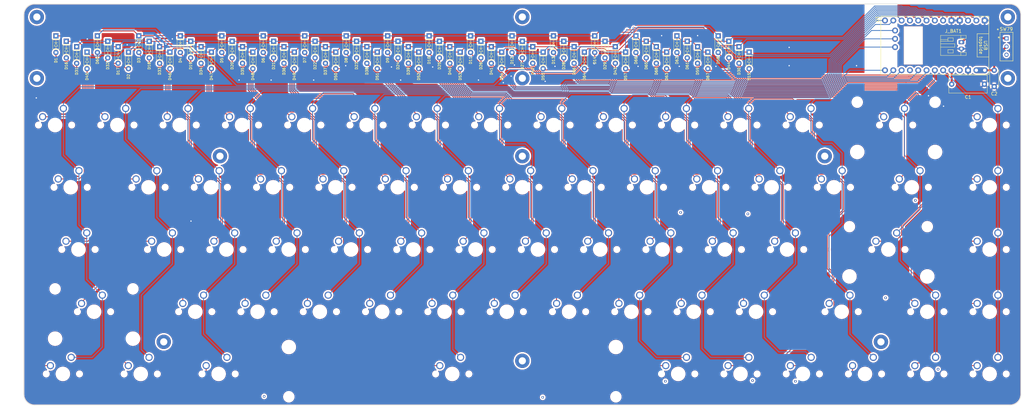
<source format=kicad_pcb>
(kicad_pcb (version 20241229) (generator "pcbnew") (generator_version "9.0")
  (title_block (title "voidPointer (void*)") (date "2025-12-23") (rev "1.1") (company "Rafael Furlanetto Casamaximo"))
  (layers (0 "F.Cu" signal "Front") (2 "B.Cu" signal "Back") (13 "F.Paste" user) (15 "B.Paste" user) (5 "F.SilkS" user "F.Silkscreen") (7 "B.SilkS" user "B.Silkscreen") (1 "F.Mask" user) (3 "B.Mask" user) (25 "Edge.Cuts" user))
  (net 0 "")
  (net 2 "row0")
  (net 3 "Net-(D1-A)")
  (net 4 "Net-(D2-A)")
  (net 5 "Net-(D3-A)")
  (net 6 "Net-(D4-A)")
  (net 7 "Net-(D5-A)")
  (net 8 "Net-(D6-A)")
  (net 9 "Net-(D7-A)")
  (net 10 "Net-(D8-A)")
  (net 11 "Net-(D9-A)")
  (net 12 "Net-(D10-A)")
  (net 13 "Net-(D11-A)")
  (net 14 "Net-(D12-A)")
  (net 15 "Net-(D13-A)")
  (net 16 "Net-(D14-A)")
  (net 17 "Net-(D15-A)")
  (net 18 "row1")
  (net 19 "Net-(D16-A)")
  (net 20 "Net-(D17-A)")
  (net 21 "Net-(D18-A)")
  (net 22 "Net-(D19-A)")
  (net 23 "Net-(D20-A)")
  (net 24 "Net-(D21-A)")
  (net 25 "Net-(D22-A)")
  (net 26 "Net-(D23-A)")
  (net 27 "Net-(D24-A)")
  (net 28 "Net-(D25-A)")
  (net 29 "Net-(D26-A)")
  (net 30 "Net-(D27-A)")
  (net 31 "Net-(D28-A)")
  (net 32 "Net-(D29-A)")
  (net 33 "Net-(D30-A)")
  (net 34 "Net-(D31-A)")
  (net 35 "row2")
  (net 36 "Net-(D32-A)")
  (net 37 "Net-(D33-A)")
  (net 38 "Net-(D34-A)")
  (net 39 "Net-(D35-A)")
  (net 40 "Net-(D36-A)")
  (net 41 "Net-(D37-A)")
  (net 42 "Net-(D38-A)")
  (net 43 "Net-(D39-A)")
  (net 44 "Net-(D40-A)")
  (net 45 "Net-(D41-A)")
  (net 46 "Net-(D42-A)")
  (net 47 "Net-(D43-A)")
  (net 48 "Net-(D44-A)")
  (net 49 "row3")
  (net 50 "Net-(D45-A)")
  (net 51 "Net-(D46-A)")
  (net 52 "Net-(D47-A)")
  (net 53 "Net-(D48-A)")
  (net 54 "Net-(D49-A)")
  (net 55 "Net-(D50-A)")
  (net 56 "Net-(D51-A)")
  (net 57 "Net-(D52-A)")
  (net 58 "Net-(D53-A)")
  (net 59 "Net-(D54-A)")
  (net 60 "Net-(D55-A)")
  (net 61 "Net-(D56-A)")
  (net 62 "Net-(D57-A)")
  (net 63 "Net-(D58-A)")
  (net 64 "Net-(D59-A)")
  (net 65 "row4")
  (net 66 "Net-(D60-A)")
  (net 67 "Net-(D61-A)")
  (net 68 "Net-(D62-A)")
  (net 69 "Net-(D63-A)")
  (net 70 "Net-(D64-A)")
  (net 71 "Net-(D65-A)")
  (net 72 "Net-(D66-A)")
  (net 73 "Net-(D67-A)")
  (net 74 "col0")
  (net 75 "col1")
  (net 76 "col2")
  (net 77 "col3")
  (net 78 "col4")
  (net 79 "col5")
  (net 80 "col6")
  (net 81 "col7")
  (net 82 "col8")
  (net 83 "col9")
  (net 84 "col10")
  (net 85 "col11")
  (net 86 "col12")
  (net 87 "col13")
  (net 88 "col14")
  (net 89 "Net-(D68-A)")
  (net 90 "V_BAT")
  (net 91 "GND")
  (net 92 "/VBAT_SW")
  (net 94 "Net-(U1-3V3)")
  (footprint "cftkb:SW_Cherry_MX1A_1.00u_PCB-NOSCREEN" (layer "F.Cu") (at 65.88125 89.69375)
    (property "Reference" "SW1")
    (property "Value" "KEYSW")
  )
  (footprint "cftkb:SW_Cherry_MX1A_1.00u_PCB-NOSCREEN" (layer "F.Cu") (at 84.93125 89.69375)
    (property "Reference" "SW2")
    (property "Value" "KEYSW")
  )
  (footprint "cftkb:SW_Cherry_MX1A_1.00u_PCB-NOSCREEN" (layer "F.Cu") (at 103.98125 89.69375)
    (property "Reference" "SW3")
    (property "Value" "KEYSW")
  )
  (footprint "cftkb:SW_Cherry_MX1A_1.00u_PCB-NOSCREEN" (layer "F.Cu") (at 123.03125 89.69375)
    (property "Reference" "SW4")
    (property "Value" "KEYSW")
  )
  (footprint "cftkb:SW_Cherry_MX1A_1.00u_PCB-NOSCREEN" (layer "F.Cu") (at 142.08125 89.69375)
    (property "Reference" "SW5")
    (property "Value" "KEYSW")
  )
  (footprint "cftkb:SW_Cherry_MX1A_1.00u_PCB-NOSCREEN" (layer "F.Cu") (at 161.13125 89.69375)
    (property "Reference" "SW6")
    (property "Value" "KEYSW")
  )
  (footprint "cftkb:SW_Cherry_MX1A_1.00u_PCB-NOSCREEN" (layer "F.Cu") (at 180.18125 89.69375)
    (property "Reference" "SW7")
    (property "Value" "KEYSW")
  )
  (footprint "cftkb:SW_Cherry_MX1A_1.00u_PCB-NOSCREEN" (layer "F.Cu") (at 199.23125 89.69375)
    (property "Reference" "SW8")
    (property "Value" "KEYSW")
  )
  (footprint "cftkb:SW_Cherry_MX1A_1.00u_PCB-NOSCREEN" (layer "F.Cu") (at 218.28125 89.69375)
    (property "Reference" "SW9")
    (property "Value" "KEYSW")
  )
  (footprint "cftkb:SW_Cherry_MX1A_1.00u_PCB-NOSCREEN" (layer "F.Cu") (at 237.33125 89.69375)
    (property "Reference" "SW10")
    (property "Value" "KEYSW")
  )
  (footprint "cftkb:SW_Cherry_MX1A_1.00u_PCB-NOSCREEN" (layer "F.Cu") (at 256.38125 89.69375)
    (property "Reference" "SW11")
    (property "Value" "KEYSW")
  )
  (footprint "cftkb:SW_Cherry_MX1A_1.00u_PCB-NOSCREEN" (layer "F.Cu") (at 275.43125 89.69375)
    (property "Reference" "SW12")
    (property "Value" "KEYSW")
  )
  (footprint "cftkb:SW_Cherry_MX1A_1.00u_PCB-NOSCREEN" (layer "F.Cu") (at 294.48125 89.69375)
    (property "Reference" "SW13")
    (property "Value" "KEYSW")
  )
  (footprint "cftkb:SW_Cherry_MX1A_1.00u_PCB-NOSCREEN" (layer "F.Cu") (at 351.63125 89.69375)
    (property "Reference" "SW15")
    (property "Value" "KEYSW")
  )
  (footprint "cftkb:SW_Cherry_MX1A_1.00u_PCB-NOSCREEN" (layer "F.Cu") (at 94.45625 108.74375)
    (property "Reference" "SW17")
    (property "Value" "KEYSW")
  )
  (footprint "cftkb:SW_Cherry_MX1A_1.00u_PCB-NOSCREEN" (layer "F.Cu") (at 113.50625 108.74375)
    (property "Reference" "SW18")
    (property "Value" "KEYSW")
  )
  (footprint "cftkb:SW_Cherry_MX1A_1.00u_PCB-NOSCREEN" (layer "F.Cu") (at 132.55625 108.74375)
    (property "Reference" "SW19")
    (property "Value" "KEYSW")
  )
  (footprint "cftkb:SW_Cherry_MX1A_1.00u_PCB-NOSCREEN" (layer "F.Cu") (at 151.60625 108.74375)
    (property "Reference" "SW20")
    (property "Value" "KEYSW")
  )
  (footprint "cftkb:SW_Cherry_MX1A_1.00u_PCB-NOSCREEN" (layer "F.Cu") (at 170.65625 108.74375)
    (property "Reference" "SW21")
    (property "Value" "KEYSW")
  )
  (footprint "cftkb:SW_Cherry_MX1A_1.00u_PCB-NOSCREEN" (layer "F.Cu") (at 189.70625 108.74375)
    (property "Reference" "SW22")
    (property "Value" "KEYSW")
  )
  (footprint "cftkb:SW_Cherry_MX1A_1.00u_PCB-NOSCREEN" (layer "F.Cu") (at 208.75625 108.74375)
    (property "Reference" "SW23")
    (property "Value" "KEYSW")
  )
  (footprint "cftkb:SW_Cherry_MX1A_1.00u_PCB-NOSCREEN" (layer "F.Cu") (at 227.80625 108.74375)
    (property "Reference" "SW24")
    (property "Value" "KEYSW")
  )
  (footprint "cftkb:SW_Cherry_MX1A_1.00u_PCB-NOSCREEN" (layer "F.Cu") (at 246.85625 108.74375)
    (property "Reference" "SW25")
    (property "Value" "KEYSW")
  )
  (footprint "cftkb:SW_Cherry_MX1A_1.00u_PCB-NOSCREEN" (layer "F.Cu") (at 265.90625 108.74375)
    (property "Reference" "SW26")
    (property "Value" "KEYSW")
  )
  (footprint "cftkb:SW_Cherry_MX1A_1.00u_PCB-NOSCREEN" (layer "F.Cu") (at 284.95625 108.74375)
    (property "Reference" "SW27")
    (property "Value" "KEYSW")
  )
  (footprint "cftkb:SW_Cherry_MX1A_1.00u_PCB-NOSCREEN" (layer "F.Cu") (at 304.00625 108.74375)
    (property "Reference" "SW28")
    (property "Value" "KEYSW")
  )
  (footprint "cftkb:SW_Cherry_MX1A_1.00u_PCB-NOSCREEN" (layer "F.Cu") (at 351.63125 108.74375)
    (property "Reference" "SW30")
    (property "Value" "KEYSW")
  )
  (footprint "cftkb:SW_Cherry_MX1A_1.00u_PCB-NOSCREEN" (layer "F.Cu") (at 99.21875 127.79375)
    (property "Reference" "SW32")
    (property "Value" "KEYSW")
  )
  (footprint "cftkb:SW_Cherry_MX1A_1.00u_PCB-NOSCREEN" (layer "F.Cu") (at 118.26875 127.79375)
    (property "Reference" "SW33")
    (property "Value" "KEYSW")
  )
  (footprint "cftkb:SW_Cherry_MX1A_1.00u_PCB-NOSCREEN" (layer "F.Cu") (at 137.31875 127.79375)
    (property "Reference" "SW34")
    (property "Value" "KEYSW")
  )
  (footprint "cftkb:SW_Cherry_MX1A_1.00u_PCB-NOSCREEN" (layer "F.Cu") (at 156.36825 127.79375)
    (property "Reference" "SW35")
    (property "Value" "KEYSW")
  )
  (footprint "cftkb:SW_Cherry_MX1A_1.00u_PCB-NOSCREEN" (layer "F.Cu") (at 175.41825 127.79375)
    (property "Reference" "SW36")
    (property "Value" "KEYSW")
  )
  (footprint "cftkb:SW_Cherry_MX1A_1.00u_PCB-NOSCREEN" (layer "F.Cu") (at 194.46825 127.79375)
    (property "Reference" "SW37")
    (property "Value" "KEYSW")
  )
  (footprint "cftkb:SW_Cherry_MX1A_1.00u_PCB-NOSCREEN" (layer "F.Cu") (at 213.51825 127.79375)
    (property "Reference" "SW38")
    (property "Value" "KEYSW")
  )
  (footprint "cftkb:SW_Cherry_MX1A_1.00u_PCB-NOSCREEN" (layer "F.Cu") (at 232.56825 127.79375)
    (property "Reference" "SW39")
    (property "Value" "KEYSW")
  )
  (footprint "cftkb:SW_Cherry_MX1A_1.00u_PCB-NOSCREEN" (layer "F.Cu") (at 251.61825 127.79375)
    (property "Reference" "SW40")
    (property "Value" "KEYSW")
  )
  (footprint "cftkb:SW_Cherry_MX1A_1.00u_PCB-NOSCREEN" (layer "F.Cu") (at 270.66825 127.79375)
    (property "Reference" "SW41")
    (property "Value" "KEYSW")
  )
  (footprint "cftkb:SW_Cherry_MX1A_1.00u_PCB-NOSCREEN" (layer "F.Cu") (at 289.71825 127.79375)
    (property "Reference" "SW42")
    (property "Value" "KEYSW")
  )
  (footprint "cftkb:SW_Cherry_MX1A_1.00u_PCB-NOSCREEN" (layer "F.Cu") (at 351.63125 127.79375)
    (property "Reference" "SW44")
    (property "Value" "KEYSW")
  )
  (footprint "cftkb:SW_Cherry_MX1A_1.00u_PCB-NOSCREEN" (layer "F.Cu") (at 108.74375 146.84375)
    (property "Reference" "SW46")
    (property "Value" "KEYSW")
  )
  (footprint "cftkb:SW_Cherry_MX1A_1.00u_PCB-NOSCREEN" (layer "F.Cu") (at 127.79375 146.84375)
    (property "Reference" "SW47")
    (property "Value" "KEYSW")
  )
  (footprint "cftkb:SW_Cherry_MX1A_1.00u_PCB-NOSCREEN" (layer "F.Cu") (at 146.84375 146.84375)
    (property "Reference" "SW48")
    (property "Value" "KEYSW")
  )
  (footprint "cftkb:SW_Cherry_MX1A_1.00u_PCB-NOSCREEN" (layer "F.Cu") (at 165.89425 146.84375)
    (property "Reference" "SW49")
    (property "Value" "KEYSW")
  )
  (footprint "cftkb:SW_Cherry_MX1A_1.00u_PCB-NOSCREEN" (layer "F.Cu") (at 184.94425 146.84375)
    (property "Reference" "SW50")
    (property "Value" "KEYSW")
  )
  (footprint "cftkb:SW_Cherry_MX1A_1.00u_PCB-NOSCREEN" (layer "F.Cu") (at 203.99425 146.84375)
    (property "Reference" "SW51")
    (property "Value" "KEYSW")
  )
  (footprint "cftkb:SW_Cherry_MX1A_1.00u_PCB-NOSCREEN" (layer "F.Cu") (at 223.04425 146.84375)
    (property "Reference" "SW52")
    (property "Value" "KEYSW")
  )
  (footprint "cftkb:SW_Cherry_MX1A_1.00u_PCB-NOSCREEN" (layer "F.Cu") (at 242.09425 146.84375)
    (property "Reference" "SW53")
    (property "Value" "KEYSW")
  )
  (footprint "cftkb:SW_Cherry_MX1A_1.00u_PCB-NOSCREEN" (layer "F.Cu") (at 261.14425 146.84375)
    (property "Reference" "SW54")
    (property "Value" "KEYSW")
  )
  (footprint "cftkb:SW_Cherry_MX1A_1.00u_PCB-NOSCREEN" (layer "F.Cu") (at 280.19425 146.84375)
    (property "Reference" "SW55")
    (property "Value" "KEYSW")
  )
  (footprint "cftkb:SW_Cherry_MX1A_1.00u_PCB-NOSCREEN" (layer "F.Cu") (at 332.58125 146.84375)
    (property "Reference" "SW57")
    (property "Value" "KEYSW")
  )
  (footprint "cftkb:SW_Cherry_MX1A_1.00u_PCB-NOSCREEN" (layer "F.Cu") (at 351.63125 146.84375)
    (property "Reference" "SW58")
    (property "Value" "KEYSW")
  )
  (footprint "cftkb:SW_Cherry_MX1A_1.00u_PCB-NOSCREEN" (layer "F.Cu") (at 187.32525 165.89375)
    (property "Reference" "SW62")
    (property "Value" "KEYSW")
  )
  (footprint "cftkb:SW_Cherry_MX1A_1.00u_PCB-NOSCREEN" (layer "F.Cu") (at 313.53125 165.89375)
    (property "Reference" "SW65")
    (property "Value" "KEYSW")
  )
  (footprint "cftkb:SW_Cherry_MX1A_1.00u_PCB-NOSCREEN" (layer "F.Cu") (at 332.58125 165.89375)
    (property "Reference" "SW66")
    (property "Value" "KEYSW")
  )
  (footprint "cftkb:SW_Cherry_MX1A_1.00u_PCB-NOSCREEN" (layer "F.Cu") (at 351.63125 165.89375)
    (property "Reference" "SW67")
    (property "Value" "KEYSW")
  )
  (footprint "cftkb:SW_Cherry_MX1A_2.00u_PCBNOSCREEN" (layer "F.Cu") (at 323.05625 89.69375)
    (property "Reference" "SW14")
    (property "Value" "KEYSW")
  )
  (footprint "cftkb:SW_Cherry_MX1A_1.50u_PCBNOSCREEN" (layer "F.Cu") (at 327.81825 108.74375)
    (property "Reference" "SW29")
    (property "Value" "KEYSW")
  )
  (footprint "cftkb:SW_Cherry_MX1A_1.75u_PCBNOSCREEN" (layer "F.Cu") (at 73.02505 127.78362)
    (property "Reference" "SW31")
    (property "Value" "KEYSW")
  )
  (footprint "cftkb:SW_Cherry_MX1A_2.25u_PCBNOSCREEN" (layer "F.Cu") (at 320.67525 127.79375)
    (property "Reference" "SW43")
    (property "Value" "KEYSW")
  )
  (footprint "cftkb:SW_Cherry_MX1A_2.25u_PCBNOSCREEN" (layer "F.Cu") (at 77.78745 146.84375)
    (property "Reference" "SW45")
    (property "Value" "KEYSW")
  )
  (footprint "cftkb:SW_Cherry_MX1A_1.75u_PCBNOSCREEN" (layer "F.Cu") (at 306.38725 146.84375)
    (property "Reference" "SW56")
    (property "Value" "KEYSW")
  )
  (footprint "cftkb:SW_Cherry_MX1A_1.25u_PCBNOSCREEN" (layer "F.Cu") (at 68.26245 165.88362)
    (property "Reference" "SW59")
    (property "Value" "KEYSW")
  )
  (footprint "cftkb:SW_Cherry_MX1A_1.25u_PCBNOSCREEN" (layer "F.Cu") (at 92.07505 165.89375)
    (property "Reference" "SW60")
    (property "Value" "KEYSW")
  )
  (footprint "cftkb:SW_Cherry_MX1A_1.25u_PCBNOSCREEN" (layer "F.Cu") (at 115.88745 165.88362)
    (property "Reference" "SW61")
    (property "Value" "KEYSW")
  )
  (footprint "MountingHole:MountingHole_2.2mm_M2_Pad" (layer "F.Cu") (at 57.766382 80.44475)
    (property "Reference" "REF**")
    (property "Value" "MountingHole_2.2mm_M2_Pad")
  )
  (footprint "MountingHole:MountingHole_2.2mm_M2_Pad" (layer "F.Cu") (at 57.766382 61.69475)
    (property "Reference" "REF**")
    (property "Value" "MountingHole_2.2mm_M2_Pad")
  )
  (footprint "MountingHole:MountingHole_2.2mm_M2_Pad" (layer "F.Cu") (at 354.660309 61.69475)
    (property "Reference" "REF**")
    (property "Value" "MountingHole_2.2mm_M2_Pad" (hide yes))
  )
  (footprint "MountingHole:MountingHole_2.2mm_M2_Pad" (layer "F.Cu") (at 354.660309 80.44475)
    (property "Reference" "REF**")
    (property "Value" "MountingHole_2.2mm_M2_Pad" (hide yes))
  )
  (footprint "MountingHole:MountingHole_2.2mm_M2_Pad" (layer "F.Cu") (at 96.565888 161.14696)
    (property "Reference" "REF**")
    (property "Value" "MountingHole_2.2mm_M2_Pad")
  )
  (footprint "MountingHole:MountingHole_2.2mm_M2_Pad" (layer "F.Cu") (at 315.860803 161.14696)
    (property "Reference" "REF**")
    (property "Value" "MountingHole_2.2mm_M2_Pad")
  )
  (footprint "MountingHole:MountingHole_2.2mm_M2_Pad" (layer "F.Cu") (at 113.754723 104.302994)
    (property "Reference" "REF**")
    (property "Value" "MountingHole_2.2mm_M2_Pad")
  )
  (footprint "MountingHole:MountingHole_2.2mm_M2_Pad" (layer "F.Cu") (at 298.671968 104.302994)
    (property "Reference" "REF**")
    (property "Value" "MountingHole_2.2mm_M2_Pad")
  )
  (footprint "MountingHole:MountingHole_2.2mm_M2_Pad" (layer "F.Cu") (at 206.213345 104.302994)
    (property "Reference" "REF**")
    (property "Value" "MountingHole_2.2mm_M2_Pad")
  )
  (footprint "MountingHole:MountingHole_2.2mm_M2_Pad" (layer "F.Cu") (at 206.213345 166.95811)
    (property "Reference" "REF**")
    (property "Value" "MountingHole_2.2mm_M2_Pad")
  )
  (footprint "cftkb:SW_Cherry_MX1A_1.00u_PCB-NOSCREEN" (layer "F.Cu") (at 294.521528 165.88362)
    (property "Reference" "SW68")
    (property "Value" "KEYSW")
  )
  (footprint "cftkb:D_DO-35_SOD27_P5.08mm_Horizontal" (layer "F.Cu") (at 63.600284 66.205612 -90)
    (property "Reference" "D1")
    (property "Value" "~")
  )
  (footprint "cftkb:D_DO-35_SOD27_P5.08mm_Horizontal" (layer "F.Cu") (at 85.786525 71.166199 -90)
    (property "Reference" "D2")
    (property "Value" "~")
  )
  (footprint "cftkb:D_DO-35_SOD27_P5.08mm_Horizontal" (layer "F.Cu") (at 88.955988 66.205612 -90)
    (property "Reference" "D3")
    (property "Value" "~")
  )
  (footprint "cftkb:D_DO-35_SOD27_P5.08mm_Horizontal" (layer "F.Cu") (at 101.63384 66.205612 -90)
    (property "Reference" "D4")
    (property "Value" "~")
  )
  (footprint "cftkb:D_DO-35_SOD27_P5.08mm_Horizontal" (layer "F.Cu") (at 114.311692 66.205612 -90)
    (property "Reference" "D5")
    (property "Value" "~")
  )
  (footprint "cftkb:D_DO-35_SOD27_P5.08mm_Horizontal" (layer "F.Cu") (at 126.989544 66.205612 -90)
    (property "Reference" "D6")
    (property "Value" "~")
  )
  (footprint "cftkb:D_DO-35_SOD27_P5.08mm_Horizontal" (layer "F.Cu") (at 139.667396 66.205612 -90)
    (property "Reference" "D7")
    (property "Value" "~")
  )
  (footprint "cftkb:D_DO-35_SOD27_P5.08mm_Horizontal" (layer "F.Cu") (at 152.345248 66.205612 -90)
    (property "Reference" "D8")
    (property "Value" "~")
  )
  (footprint "cftkb:D_DO-35_SOD27_P5.08mm_Horizontal" (layer "F.Cu") (at 165.0231 66.205612 -90)
    (property "Reference" "D9")
    (property "Value" "~")
  )
  (footprint "cftkb:D_DO-35_SOD27_P5.08mm_Horizontal" (layer "F.Cu") (at 177.700952 66.205612 -90)
    (property "Reference" "D10")
    (property "Value" "~")
  )
  (footprint "cftkb:D_DO-35_SOD27_P5.08mm_Horizontal" (layer "F.Cu") (at 190.378804 66.205612 -90)
    (property "Reference" "D11")
    (property "Value" "~")
  )
  (footprint "cftkb:D_DO-35_SOD27_P5.08mm_Horizontal" (layer "F.Cu") (at 203.056656 66.205612 -90)
    (property "Reference" "D12")
    (property "Value" "~")
  )
  (footprint "cftkb:D_DO-35_SOD27_P5.08mm_Horizontal" (layer "F.Cu") (at 215.734508 66.205612 -90)
    (property "Reference" "D13")
    (property "Value" "~")
  )
  (footprint "cftkb:D_DO-35_SOD27_P5.08mm_Horizontal" (layer "F.Cu") (at 228.342376 66.205612 -90)
    (property "Reference" "D14")
    (property "Value" "~")
  )
  (footprint "cftkb:D_DO-35_SOD27_P5.08mm_Horizontal" (layer "F.Cu") (at 275.541929 71.166199 -90)
    (property "Reference" "D15")
    (property "Value" "~")
  )
  (footprint "cftkb:D_DO-35_SOD27_P5.08mm_Horizontal" (layer "F.Cu") (at 66.769747 67.859141 -90)
    (property "Reference" "D16")
    (property "Value" "~")
  )
  (footprint "cftkb:D_DO-35_SOD27_P5.08mm_Horizontal" (layer "F.Cu") (at 82.617062 69.51267 -90)
    (property "Reference" "D17")
    (property "Value" "~")
  )
  (footprint "cftkb:D_DO-35_SOD27_P5.08mm_Horizontal" (layer "F.Cu") (at 92.125451 67.859141 -90)
    (property "Reference" "D18")
    (property "Value" "~")
  )
  (footprint "cftkb:D_DO-35_SOD27_P5.08mm_Horizontal" (layer "F.Cu") (at 104.803303 67.859141 -90)
    (property "Reference" "D19")
    (property "Value" "~")
  )
  (footprint "cftkb:D_DO-35_SOD27_P5.08mm_Horizontal" (layer "F.Cu") (at 117.481155 67.859141 -90)
    (property "Reference" "D20")
    (property "Value" "~")
  )
  (footprint "cftkb:D_DO-35_SOD27_P5.08mm_Horizontal" (layer "F.Cu") (at 130.159007 67.859141 -90)
    (property "Reference" "D21")
    (property "Value" "~")
  )
  (footprint "cftkb:D_DO-35_SOD27_P5.08mm_Horizontal" (layer "F.Cu") (at 142.836859 67.859141 -90)
    (property "Reference" "D22")
    (property "Value" "~")
  )
  (footprint "cftkb:D_DO-35_SOD27_P5.08mm_Horizontal" (layer "F.Cu") (at 155.514711 67.859141 -90)
    (property "Reference" "D23")
    (property "Value" "~")
  )
  (footprint "cftkb:D_DO-35_SOD27_P5.08mm_Horizontal" (layer "F.Cu") (at 168.192563 67.859141 -90)
    (property "Reference" "D24")
    (property "Value" "~")
  )
  (footprint "cftkb:D_DO-35_SOD27_P5.08mm_Horizontal" (layer "F.Cu") (at 180.870415 67.859141 -90)
    (property "Reference" "D25")
    (property "Value" "~")
  )
  (footprint "cftkb:D_DO-35_SOD27_P5.08mm_Horizontal" (layer "F.Cu") (at 193.548267 67.859141 -90)
    (property "Reference" "D26")
    (property "Value" "~")
  )
  (footprint "cftkb:D_DO-35_SOD27_P5.08mm_Horizontal" (layer "F.Cu") (at 206.226119 67.859141 -90)
    (property "Reference" "D27")
    (property "Value" "~")
  )
  (footprint "cftkb:D_DO-35_SOD27_P5.08mm_Horizontal" (layer "F.Cu") (at 218.886475 67.859141 -90)
    (property "Reference" "D28")
    (property "Value" "~")
  )
  (footprint "cftkb:D_DO-35_SOD27_P5.08mm_Horizontal" (layer "F.Cu") (at 231.493149 67.859141 -90)
    (property "Reference" "D29")
    (property "Value" "~")
  )
  (footprint "cftkb:D_DO-35_SOD27_P5.08mm_Horizontal" (layer "F.Cu") (at 272.453205 69.51267 -90)
    (property "Reference" "D30")
    (property "Value" "~")
  )
  (footprint "cftkb:D_DO-35_SOD27_P5.08mm_Horizontal" (layer "F.Cu") (at 69.93921 69.51267 -90)
    (property "Reference" "D31")
    (property "Value" "~")
  )
  (footprint "cftkb:D_DO-35_SOD27_P5.08mm_Horizontal" (layer "F.Cu") (at 79.447599 67.859141 -90)
    (property "Reference" "D32")
    (property "Value" "~")
  )
  (footprint "cftkb:D_DO-35_SOD27_P5.08mm_Horizontal" (layer "F.Cu") (at 95.294914 69.51267 -90)
    (property "Reference" "D33")
    (property "Value" "~")
  )
  (footprint "cftkb:D_DO-35_SOD27_P5.08mm_Horizontal" (layer "F.Cu") (at 107.972766 69.51267 -90)
    (property "Reference" "D34")
    (property "Value" "~")
  )
  (footprint "cftkb:D_DO-35_SOD27_P5.08mm_Horizontal" (layer "F.Cu") (at 120.650618 69.51267 -90)
    (property "Reference" "D35")
    (property "Value" "~")
  )
  (footprint "cftkb:D_DO-35_SOD27_P5.08mm_Horizontal" (layer "F.Cu") (at 133.32847 69.51267 -90)
    (property "Reference" "D36")
    (property "Value" "~")
  )
  (footprint "cftkb:D_DO-35_SOD27_P5.08mm_Horizontal" (layer "F.Cu") (at 146.006322 69.51267 -90)
    (property "Reference" "D37")
    (property "Value" "~")
  )
  (footprint "cftkb:D_DO-35_SOD27_P5.08mm_Horizontal" (layer "F.Cu") (at 158.684174 69.51267 -90)
    (property "Reference" "D38")
    (property "Value" "~")
  )
  (footprint "cftkb:D_DO-35_SOD27_P5.08mm_Horizontal" (layer "F.Cu") (at 171.362026 69.51267 -90)
    (property "Reference" "D39")
    (property "Value" "~")
  )
  (footprint "cftkb:D_DO-35_SOD27_P5.08mm_Horizontal" (layer "F.Cu") (at 184.039878 69.51267 -90)
    (property "Reference" "D40")
    (property "Value" "~")
  )
  (footprint "cftkb:D_DO-35_SOD27_P5.08mm_Horizontal" (layer "F.Cu") (at 196.71773 69.51267 -90)
    (property "Reference" "D41")
    (property "Value" "~")
  )
  (footprint "cftkb:D_DO-35_SOD27_P5.08mm_Horizontal" (layer "F.Cu") (at 209.395582 69.51267 -90)
    (property "Reference" "D42")
    (property "Value" "~")
  )
  (footprint "cftkb:D_DO-35_SOD27_P5.08mm_Horizontal" (layer "F.Cu") (at 234.643922 69.51267 -90)
    (property "Reference" "D43")
    (property "Value" "~")
  )
  (footprint "cftkb:D_DO-35_SOD27_P5.08mm_Horizontal" (layer "F.Cu") (at 269.364481 67.859141 -90)
    (property "Reference" "D44")
    (property "Value" "~")
  )
  (footprint "cftkb:D_DO-35_SOD27_P5.08mm_Horizontal" (layer "F.Cu") (at 73.108673 71.166199 -90)
    (property "Reference" "D45")
    (property "Value" "~")
  )
  (footprint "cftkb:D_DO-35_SOD27_P5.08mm_Horizontal" (layer "F.Cu") (at 98.464377 71.166199 -90)
    (property "Reference" "D46")
    (property "Value" "~")
  )
  (footprint "cftkb:D_DO-35_SOD27_P5.08mm_Horizontal" (layer "F.Cu") (at 111.142229 71.166199 -90)
    (property "Reference" "D47")
    (property "Value" "~")
  )
  (footprint "cftkb:D_DO-35_SOD27_P5.08mm_Horizontal" (layer "F.Cu") (at 123.820081 71.166199 -90)
    (property "Reference" "D48")
    (property "Value" "~")
  )
  (footprint "cftkb:D_DO-35_SOD27_P5.08mm_Horizontal" (layer "F.Cu") (at 136.497933 71.166199 -90)
    (property "Reference" "D49")
    (property "Value" "~")
  )
  (footprint "cftkb:D_DO-35_SOD27_P5.08mm_Horizontal" (layer "F.Cu") (at 149.175785 71.166199 -90)
    (property "Reference" "D50")
    (property "Value" "~")
  )
  (footprint "cftkb:D_DO-35_SOD27_P5.08mm_Horizontal" (layer "F.Cu") (at 161.853637 71.166199 -90)
    (property "Reference" "D51")
    (property "Value" "~")
  )
  (footprint "cftkb:D_DO-35_SOD27_P5.08mm_Horizontal" (layer "F.Cu") (at 174.531489 71.166199 -90)
    (property "Reference" "D52")
    (property "Value" "~")
  )
  (footprint "cftkb:D_DO-35_SOD27_P5.08mm_Horizontal" (layer "F.Cu") (at 187.209341 71.166199 -90)
    (property "Reference" "D53")
    (property "Value" "~")
  )
  (footprint "cftkb:D_DO-35_SOD27_P5.08mm_Horizontal" (layer "F.Cu") (at 199.887193 71.166199 -90)
    (property "Reference" "D54")
    (property "Value" "~")
  )
  (footprint "cftkb:D_DO-35_SOD27_P5.08mm_Horizontal" (layer "F.Cu") (at 212.565045 71.166199 -90)
    (property "Reference" "D55")
    (property "Value" "~")
  )
  (footprint "cftkb:D_DO-35_SOD27_P5.08mm_Horizontal" (layer "F.Cu") (at 222.038442 69.51267 -90)
    (property "Reference" "D56")
    (property "Value" "~")
  )
  (footprint "cftkb:D_DO-35_SOD27_P5.08mm_Horizontal" (layer "F.Cu") (at 237.794695 71.166199 -90)
    (property "Reference" "D57")
    (property "Value" "~")
  )
  (footprint "cftkb:D_DO-35_SOD27_P5.08mm_Horizontal" (layer "F.Cu") (at 266.089606 66.205612 -90)
    (property "Reference" "D58")
    (property "Value" "~")
  )
  (footprint "cftkb:D_DO-35_SOD27_P5.08mm_Horizontal" (layer "F.Cu") (at 259.788058 69.51267 -90)
    (property "Reference" "D59")
    (property "Value" "~")
  )
  (footprint "cftkb:D_DO-35_SOD27_P5.08mm_Horizontal" (layer "F.Cu") (at 76.278136 66.205612 -90)
    (property "Reference" "D60")
    (property "Value" "~")
  )
  (footprint "cftkb:D_DO-35_SOD27_P5.08mm_Horizontal" (layer "F.Cu") (at 256.637284 67.859141 -90)
    (property "Reference" "D61")
    (property "Value" "~")
  )
  (footprint "cftkb:D_DO-35_SOD27_P5.08mm_Horizontal" (layer "F.Cu") (at 253.486511 66.205612 -90)
    (property "Reference" "D62")
    (property "Value" "~")
  )
  (footprint "cftkb:D_DO-35_SOD27_P5.08mm_Horizontal" (layer "F.Cu") (at 250.335738 71.166199 -90)
    (property "Reference" "D63")
    (property "Value" "~")
  )
  (footprint "cftkb:D_DO-35_SOD27_P5.08mm_Horizontal" (layer "F.Cu") (at 225.190409 71.166199 -90)
    (property "Reference" "D64")
    (property "Value" "~")
  )
  (footprint "cftkb:D_DO-35_SOD27_P5.08mm_Horizontal" (layer "F.Cu") (at 244.096241 67.859141 -90)
    (property "Reference" "D65")
    (property "Value" "~")
  )
  (footprint "cftkb:D_DO-35_SOD27_P5.08mm_Horizontal" (layer "F.Cu") (at 240.945468 66.205612 -90)
    (property "Reference" "D66")
    (property "Value" "~")
  )
  (footprint "cftkb:D_DO-35_SOD27_P5.08mm_Horizontal" (layer "F.Cu") (at 262.938832 71.166199 -90)
    (property "Reference" "D67")
    (property "Value" "~")
  )
  (footprint "cftkb:D_DO-35_SOD27_P5.08mm_Horizontal" (layer "F.Cu") (at 247.184965 69.51267 -90)
    (property "Reference" "D68")
    (property "Value" "~")
  )
  (footprint "cftkb:SW_Cherry_MX1A_1.25u_PCBNOSCREEN" (layer "F.Cu") (at 256.410884 165.88362)
    (property "Reference" "SW63")
    (property "Value" "KEYSW")
  )
  (footprint "cftkb:SW_Cherry_MX1A_1.25u_PCBNOSCREEN" (layer "F.Cu") (at 275.466206 165.89375)
    (property "Reference" "SW64")
    (property "Value" "KEYSW")
  )
  (footprint "cftkb:MX-6.25U-Stabilizer" (layer "F.Cu") (at 184.811323 170.98164)
    (property "Reference" "REF**")
    (property "Value" "6.25U" (hide yes))
  )
  (footprint "cftkb:SW_Cherry_MX1A_1.50u_PCBNOSCREEN" (layer "F.Cu") (at 70.64375 108.74375)
    (property "Reference" "SW16")
    (property "Value" "KEYSW")
  )
  (footprint "MountingHole:MountingHole_2.2mm_M2_Pad" (layer "F.Cu") (at 206.213345 80.44475)
    (property "Reference" "REF**")
    (property "Value" "MountingHole_2.2mm_M2_Pad")
  )
  (footprint "MountingHole:MountingHole_2.2mm_M2_Pad" (layer "F.Cu") (at 206.213345 61.69475)
    (property "Reference" "REF**")
    (property "Value" "MountingHole_2.2mm_M2_Pad")
  )
  (footprint "Connector_JST:JST_PH_S2B-PH-K_1x02_P2.00mm_Horizontal" (layer "F.Cu") (at 340.45 69.4 -90)
    (property "Reference" "J_BAT1")
    (property "Value" "GND")
  )
  (footprint "Capacitor_THT:C_Rect_L11.5mm_W5.2mm_P10.00mm_MKT" (layer "F.Cu") (at 337.5 82.25)
    (property "Reference" "C1")
    (property "Value" "100nF")
  )
  (footprint "Capacitor_THT:C_Disc_D4.7mm_W2.5mm_P5.00mm" (layer "F.Cu") (at 350.5 83 90)
    (property "Reference" "C2")
    (property "Value" "10µF")
  )
  (footprint "microChave:1P2T_SS-12D00_CNK" (layer "F.Cu") (at 354.25 68.25)
    (property "Reference" "SW79")
    (property "Value" "SW_SPST")
  )
  (footprint "marbastlib-xp-promicroish:SuperMini_nRF52840_AH_USBup" (layer "F.Cu") (at 331.07 70.38 -90)
    (property "Reference" "U1")
    (property "Value" "SuperMini nRF52840")
  )
  (gr_arc (start 57.076441 180.502218) (mid 54.737118 179.535724) (end 53.766382 177.198159) (stroke (width 0.15)) (layer "Edge.Cuts"))
  (gr_arc (start 358.660309 177.19516) (mid 357.691694 179.533604) (end 355.35325 180.502219) (stroke (width 0.15)) (layer "Edge.Cuts"))
  (gr_arc (start 355.35325 57.69475) (mid 357.691694 58.663365) (end 358.660309 61.001809) (stroke (width 0.15)) (layer "Edge.Cuts"))
  (gr_line (start 53.766382 177.198159) (end 53.766382 61.001809) (stroke (width 0.15)) (layer "Edge.Cuts"))
  (gr_line (start 355.35325 180.502219) (end 57.076441 180.502219) (stroke (width 0.15)) (layer "Edge.Cuts"))
  (gr_arc (start 53.766382 61.001809) (mid 54.734997 58.663365) (end 57.073441 57.69475) (stroke (width 0.15)) (layer "Edge.Cuts"))
  (gr_rect (start 323 64.7) (end 328.5 76.1) (stroke (width 0.0381)) (fill no) (layer "Edge.Cuts"))
  (gr_line (start 358.660309 61.001809) (end 358.660309 177.19516) (stroke (width 0.15)) (layer "Edge.Cuts"))
  (gr_line (start 57.073441 57.69475) (end 355.35325 57.69475) (stroke (width 0.15)) (layer "Edge.Cuts"))
  (via (at 212.43841 178.122554) (size 0.8) (drill 0.4) (layers "F.Cu" "B.Cu") (net 0))
  (via (at 254.60859 121.534022) (size 0.8) (drill 0.4) (layers "F.Cu" "B.Cu") (net 0))
  (via (at 326.39 117.8306) (size 0.8) (drill 0.4) (layers "F.Cu" "B.Cu") (net 0))
  (via (at 276.603576 172.99564) (size 0.8) (drill 0.4) (layers "F.Cu" "B.Cu") (net 0))
  (via (at 333.332092 169.513538) (size 0.8) (drill 0.4) (layers "F.Cu" "B.Cu") (net 0))
  (via (at 127.275644 177.842586) (size 0.8) (drill 0.4) (layers "F.Cu" "B.Cu") (net 0))
  (via (at 289.709578 173.223114) (size 0.8) (drill 0.4) (layers "F.Cu" "B.Cu") (net 0))
  (via (at 249.954122 173.205616) (size 0.8) (drill 0.4) (layers "F.Cu" "B.Cu") (net 0))
  (via (at 317.286426 147.658536) (size 0.8) (drill 0.4) (layers "F.Cu" "B.Cu") (net 0))
  (via (at 275.16874 121.971472) (size 0.8) (drill 0.4) (layers "F.Cu" "B.Cu") (net 0))
  (segment (start 240.898 65.902) (end 240.450388 66.349612) (width 0.25) (layer "F.Cu") (net 2))
  (segment (start 271.436199 72.436199) (end 269.851 70.851) (width 0.25) (layer "F.Cu") (net 2))
  (segment (start 229.468376 66.349612) (end 228.342376 67.475612) (width 0.25) (layer "F.Cu") (net 2))
  (segment (start 75 66) (end 73.524388 67.475612) (width 0.25) (layer "F.Cu") (net 2))
  (segment (start 275.541929 72.436199) (end 271.436199 72.436199) (width 0.25) (layer "F.Cu") (net 2))
  (segment (start 88.955988 67.475612) (end 88.955988 69.266736) (width 0.25) (layer "F.Cu") (net 2))
  (segment (start 261.180377 65.902) (end 240.898 65.902) (width 0.25) (layer "F.Cu") (net 2))
  (segment (start 266.129377 70.851) (end 261.180377 65.902) (width 0.25) (layer "F.Cu") (net 2))
  (segment (start 88.955988 69.266736) (end 85.786525 72.436199) (width 0.25) (layer "F.Cu") (net 2))
  (segment (start 240.450388 66.349612) (end 229.468376 66.349612) (width 0.25) (layer "F.Cu") (net 2))
  (segment (start 73.524388 67.475612) (end 63.600284 67.475612) (width 0.25) (layer "F.Cu") (net 2))
  (segment (start 269.851 70.851) (end 266.129377 70.851) (width 0.25) (layer "F.Cu") (net 2))
  (segment (start 88.955988 67.475612) (end 87.480376 66) (width 0.25) (layer "F.Cu") (net 2))
  (segment (start 87.480376 66) (end 75 66) (width 0.25) (layer "F.Cu") (net 2))
  (segment (start 101.558228 67.4) (end 89.0316 67.4) (width 0.25) (layer "F.Cu") (net 2))
  (segment (start 101.63384 67.475612) (end 101.558228 67.4) (width 0.25) (layer "F.Cu") (net 2))
  (segment (start 89.0316 67.4) (end 88.955988 67.475612) (width 0.25) (layer "F.Cu") (net 2))
  (segment (start 300.292661 73.26394) (end 300.278721 73.25) (width 0.25) (layer "B.Cu") (net 2))
  (segment (start 334.239217 61.2) (end 331.41781 61.2) (width 0.25) (layer "B.Cu") (net 2))
  (segment (start 321.85405 59.245) (end 314.311602 59.245) (width 0.25) (layer "B.Cu") (net 2))
  (segment (start 300.278721 73.25) (end 276.35573 73.25) (width 0.25) (layer "B.Cu") (net 2))
  (segment (start 331.41781 61.2) (end 331.06681 60.849) (width 0.25) (layer "B.Cu") (net 2))
  (segment (start 322.10505 59.496) (end 321.85405 59.245) (width 0.25) (layer "B.Cu") (net 2))
  (segment (start 326.26043 59.847) (end 324.35824 59.847) (width 0.25) (layer "B.Cu") (net 2))
  (segment (start 334.88 61.840783) (end 334.239217 61.2) (width 0.25) (layer "B.Cu") (net 2))
  (segment (start 334.88 62.76) (end 334.88 61.840783) (width 0.25) (layer "B.Cu") (net 2))
  (segment (start 331.06681 60.849) (end 329.16462 60.849) (width 0.25) (layer "B.Cu") (net 2))
  (segment (start 326.81143 60.398) (end 326.26043 59.847) (width 0.25) (layer "B.Cu") (net 2))
  (segment (start 324.00724 59.496) (end 322.10505 59.496) (width 0.25) (layer "B.Cu") (net 2))
  (segment (start 328.71362 60.398) (end 326.81143 60.398) (width 0.25) (layer "B.Cu") (net 2))
  (segment (start 314.311602 59.245) (end 300.292661 73.26394) (width 0.25) (layer "B.Cu") (net 2))
  (segment (start 324.35824 59.847) (end 324.00724 59.496) (width 0.25) (layer "B.Cu") (net 2))
  (segment (start 329.16462 60.849) (end 328.71362 60.398) (width 0.25) (layer "B.Cu") (net 2))
  (segment (start 228.342376 67.475612) (end 101.63384 67.475612) (width 0.25) (layer "B.Cu") (net 2))
  (segment (start 276.35573 73.25) (end 275.541929 72.436199) (width 0.25) (layer "B.Cu") (net 2))
  (segment (start 71.770282 88.271582) (end 67.808114 92.23375) (width 0.25) (layer "F.Cu") (net 3))
  (segment (start 63.600284 72.555612) (end 63.600284 73.686982) (width 0.25) (layer "F.Cu") (net 3))
  (segment (start 66.995034 75.339302) (end 71.770282 80.11455) (width 0.25) (layer "F.Cu") (net 3))
  (segment (start 67.808114 92.23375) (end 59.53125 92.23375) (width 0.25) (layer "F.Cu") (net 3))
  (segment (start 63.600284 72.555612) (end 63.600284 72.714464) (width 0.25) (layer "F.Cu") (net 3))
  (segment (start 63.600284 73.686982) (end 65.252604 75.339302) (width 0.25) (layer "F.Cu") (net 3))
  (segment (start 65.252604 75.339302) (end 66.995034 75.339302) (width 0.25) (layer "F.Cu") (net 3))
  (segment (start 71.770282 80.11455) (end 71.770282 88.271582) (width 0.25) (layer "F.Cu") (net 3))
  (segment (start 85.786525 77.516199) (end 85.095111 77.516199) (width 0.25) (layer "F.Cu") (net 4))
  (segment (start 84.580524 77.001612) (end 81.99082 77.001612) (width 0.25) (layer "F.Cu") (net 4))
  (segment (start 74.939126 80.291236) (end 74.939126 88.591626) (width 0.25) (layer "F.Cu") (net 4))
  (segment (start 85.095111 77.516199) (end 84.580524 77.001612) (width 0.25) (layer "F.Cu") (net 4))
  (segment (start 78.893674 76.336688) (end 74.939126 80.291236) (width 0.25) (layer "F.Cu") (net 4))
  (segment (start 81.325896 76.336688) (end 78.893674 76.336688) (width 0.25) (layer "F.Cu") (net 4))
  (segment (start 81.99082 77.001612) (end 81.325896 76.336688) (width 0.25) (layer "F.Cu") (net 4))
  (segment (start 74.939126 88.591626) (end 78.58125 92.23375) (width 0.25) (layer "F.Cu") (net 4))
  (segment (start 97.090818 90.137684) (end 97.63125 90.678116) (width 0.25) (layer "F.Cu") (net 5))
  (segment (start 97.63125 90.678116) (end 97.63125 92.23375) (width 0.25) (layer "F.Cu") (net 5))
  (segment (start 97.090818 87.51777) (end 97.090818 87.727742) (width 0.25) (layer "F.Cu") (net 5))
  (segment (start 93.526552 77.526552) (end 95.586766 77.526552) (width 0.25) (layer "F.Cu") (net 5))
  (segment (start 97.090818 86.362924) (end 97.090818 87.727742) (width 0.25) (layer "F.Cu") (net 5))
  (segment (start 97.090818 86.362924) (end 97.090818 85.260571) (width 0.25) (layer "F.Cu") (net 5))
  (segment (start 88.955988 72.555612) (end 88.955988 72.955988) (width 0.25) (layer "F.Cu") (net 5))
  (segment (start 97.090818 85.76811) (end 97.090818 87.51777) (width 0.25) (layer "F.Cu") (net 5))
  (segment (start 97.090818 79.030604) (end 97.090818 85.76811) (width 0.25) (layer "F.Cu") (net 5))
  (segment (start 88.955988 72.955988) (end 93.526552 77.526552) (width 0.25) (layer "F.Cu") (net 5))
  (segment (start 97.090818 85.260571) (end 97.090818 85.76811) (width 0.25) (layer "F.Cu") (net 5))
  (segment (start 95.586766 77.526552) (end 97.090818 79.030604) (width 0.25) (layer "F.Cu") (net 5))
  (segment (start 97.090818 87.51777) (end 97.090818 90.137684) (width 0.25) (layer "F.Cu") (net 5))
  (segment (start 108.097836 77.474058) (end 109.777644 79.153866) (width 0.25) (layer "F.Cu") (net 6))
  (segment (start 106.295542 77.474058) (end 108.097836 77.474058) (width 0.25) (layer "F.Cu") (net 6))
  (segment (start 101.63384 72.812356) (end 106.295542 77.474058) (width 0.25) (layer "F.Cu") (net 6))
  (segment (start 101.63384 72.555612) (end 101.63384 72.86485) (width 0.25) (layer "F.Cu") (net 6))
  (segment (start 109.777644 79.153866) (end 109.777644 86.930361) (width 0.25) (layer "F.Cu") (net 6))
  (segment (start 101.63384 72.555612) (end 101.63384 72.68987) (width 0.25) (layer "F.Cu") (net 6))
  (segment (start 109.777644 86.930361) (end 114.144549 91.297266) (width 0.25) (layer "F.Cu") (net 6))
  (segment (start 116.557331 92.23375) (end 116.68125 92.23375) (width 0.25) (layer "F.Cu") (net 6))
  (segment (start 115.620847 91.297266) (end 116.557331 92.23375) (width 0.25) (layer "F.Cu") (net 6))
  (segment (start 114.144549 91.297266) (end 115.620847 91.297266) (width 0.25) (layer "F.Cu") (net 6))
  (segment (start 101.63384 72.555612) (end 101.63384 72.812356) (width 0.25) (layer "F.Cu") (net 6))
  (segment (start 118.946596 77.45656) (end 120.83638 77.45656) (width 0.25) (layer "F.Cu") (net 7))
  (segment (start 114.311692 72.555612) (end 114.311692 72.821656) (width 0.25) (layer "F.Cu") (net 7))
  (segment (start 122.444937 84.158218) (end 122.724981 84.438262) (width 0.25) (layer "F.Cu") (net 7))
  (segment (start 122.724981 84.438262) (end 129.583985 91.297266) (width 0.25) (layer "F.Cu") (net 7))
  (segment (start 120.83638 77.45656) (end 122.446196 79.066376) (width 0.25) (layer "F.Cu") (net 7))
  (segment (start 122.446196 84.159477) (end 122.724981 84.438262) (width 0.25) (layer "F.Cu") (net 7))
  (segment (start 114.311692 72.821656) (end 118.946596 77.45656) (width 0.25) (layer "F.Cu") (net 7))
  (segment (start 135.402318 92.23375) (end 135.73125 92.23375) (width 0.25) (layer "F.Cu") (net 7))
  (segment (start 134.465834 91.297266) (end 135.402318 92.23375) (width 0.25) (layer "F.Cu") (net 7))
  (segment (start 129.583985 91.297266) (end 134.465834 91.297266) (width 0.25) (layer "F.Cu") (net 7))
  (segment (start 122.446196 79.066376) (end 122.446196 84.159477) (width 0.25) (layer "F.Cu") (net 7))
  (segment (start 137.25328 86.603) (end 149.1505 86.603) (width 0.25) (layer "F.Cu") (net 8))
  (segment (start 149.1505 86.603) (end 154.78125 92.23375) (width 0.25) (layer "F.Cu") (net 8))
  (segment (start 126.989544 72.555612) (end 126.989544 72.813458) (width 0.25) (layer "F.Cu") (net 8))
  (segment (start 126.989544 72.813458) (end 131.632646 77.45656) (width 0.25) (layer "F.Cu") (net 8))
  (segment (start 135.132246 84.481966) (end 137.25328 86.603) (width 0.25) (layer "F.Cu") (net 8))
  (segment (start 154.78125 91.875314) (end 154.78125 92.23375) (width 0.25) (layer "F.Cu") (net 8))
  (segment (start 133.52243 77.45656) (end 135.132246 79.066376) (width 0.25) (layer "F.Cu") (net 8))
  (segment (start 135.132246 79.066376) (end 135.132246 84.481966) (width 0.25) (layer "F.Cu") (net 8))
  (segment (start 131.632646 77.45656) (end 133.52243 77.45656) (width 0.25) (layer "F.Cu") (net 8))
  (segment (start 126.989544 72.555612) (end 126.989544 72.830956) (width 0.25) (layer "F.Cu") (net 8))
  (segment (start 156.377927 79.529167) (end 158.198465 81.349705) (width 0.25) (layer "F.Cu") (net 9))
  (segment (start 173.83125 91.43125) (end 173.83125 92.23375) (width 0.25) (layer "F.Cu") (net 9))
  (segment (start 158.198465 81.349705) (end 160.036275 81.349705) (width 0.25) (layer "F.Cu") (net 9))
  (segment (start 148.317817 79.529167) (end 148.320728 79.529167) (width 0.25) (layer "F.Cu") (net 9))
  (segment (start 150.01581 79.544199) (end 150.030842 79.529167) (width 0.25) (layer "F.Cu") (net 9))
  (segment (start 160.413194 81.353) (end 163.753 81.353) (width 0.25) (layer "F.Cu") (net 9))
  (segment (start 160.039572 81.353002) (end 160.413192 81.353002) (width 0.25) (layer "F.Cu") (net 9))
  (segment (start 148.061054 79.272404) (end 148.317817 79.529167) (width 0.25) (layer "F.Cu") (net 9))
  (segment (start 148.051438 79.272404) (end 148.061054 79.272404) (width 0.25) (layer "F.Cu") (net 9))
  (segment (start 139.667396 72.822758) (end 144.301198 77.45656) (width 0.25) (layer "F.Cu") (net 9))
  (segment (start 160.036275 81.349705) (end 160.039572 81.353002) (width 0.25) (layer "F.Cu") (net 9))
  (segment (start 144.301198 77.45656) (end 146.225978 77.45656) (width 0.25) (layer "F.Cu") (net 9))
  (segment (start 160.413192 81.353002) (end 160.413194 81.353) (width 0.25) (layer "F.Cu") (net 9))
  (segment (start 148.33576 79.544199) (end 150.01581 79.544199) (width 0.25) (layer "F.Cu") (net 9))
  (segment (start 150.030842 79.529167) (end 156.377927 79.529167) (width 0.25) (layer "F.Cu") (net 9))
  (segment (start 139.667396 72.555612) (end 139.667396 72.822758) (width 0.25) (layer "F.Cu") (net 9))
  (segment (start 146.225978 77.45656) (end 147.7833 79.013882) (width 0.25) (layer "F.Cu") (net 9))
  (segment (start 147.7833 79.013882) (end 147.792916 79.013882) (width 0.25) (layer "F.Cu") (net 9))
  (segment (start 148.320728 79.529167) (end 148.33576 79.544199) (width 0.25) (layer "F.Cu") (net 9))
  (segment (start 147.792916 79.013882) (end 148.051438 79.272404) (width 0.25) (layer "F.Cu") (net 9))
  (segment (start 163.753 81.353) (end 173.83125 91.43125) (width 0.25) (layer "F.Cu") (net 9))
  (segment (start 191.301736 89.970924) (end 188.909408 89.970924) (width 0.25) (layer "F.Cu") (net 10))
  (segment (start 158.945705 79.545705) (end 152.345248 72.945248) (width 0.25) (layer "F.Cu") (net 10))
  (segment (start 192.88125 91.550438) (end 191.301736 89.970924) (width 0.25) (layer "F.Cu") (net 10))
  (segment (start 173.07878 81.506) (end 171.118485 79.545705) (width 0.25) (layer "F.Cu") (net 10))
  (segment (start 171.118485 79.545705) (end 158.945705 79.545705) (width 0.25) (layer "F.Cu") (net 10))
  (segment (start 152.345248 72.945248) (end 152.345248 72.555612) (width 0.25) (layer "F.Cu") (net 10))
  (segment (start 180.444484 81.506) (end 173.07878 81.506) (width 0.25) (layer "F.Cu") (net 10))
  (segment (start 192.88125 92.23375) (end 192.88125 91.550438) (width 0.25) (layer "F.Cu") (net 10))
  (segment (start 188.909408 89.970924) (end 180.444484 81.506) (width 0.25) (layer "F.Cu") (net 10))
  (segment (start 173.384636 79.251) (end 173.394252 79.251) (width 0.25) (layer "F.Cu") (net 11))
  (segment (start 171.58058 77.45656) (end 173.32402 79.2) (width 0.25) (layer "F.Cu") (net 11))
  (segment (start 173.32402 79.2) (end 173.333636 79.2) (width 0.25) (layer "F.Cu") (net 11))
  (segment (start 211.93125 91.545479) (end 211.93125 92.23375) (width 0.25) (layer "F.Cu") (net 11))
  (segment (start 173.394252 79.251) (end 173.845252 79.702) (width 0.25) (layer "F.Cu") (net 11))
  (segment (start 165.0231 72.555612) (end 165.0231 72.82386) (width 0.25) (layer "F.Cu") (net 11))
  (segment (start 210.528191 90.14242) (end 211.93125 91.545479) (width 0.25) (layer "F.Cu") (net 11))
  (segment (start 201.713047 90.120983) (end 201.714446 90.120983) (width 0.25) (layer "F.Cu") (net 11))
  (segment (start 201.667373 90.078109) (end 201.668773 90.078109) (width 0.25) (layer "F.Cu") (net 11))
  (segment (start 201.69161 90.099546) (end 201.713047 90.120983) (width 0.25) (layer "F.Cu") (net 11))
  (segment (start 201.735883 90.14242) (end 210.528191 90.14242) (width 0.25) (layer "F.Cu") (net 11))
  (segment (start 199.754788 88.166924) (end 201.644536 90.056672) (width 0.25) (layer "F.Cu") (net 11))
  (segment (start 181.191723 79.702) (end 189.656647 88.166924) (width 0.25) (layer "F.Cu") (net 11))
  (segment (start 173.333636 79.2) (end 173.384636 79.251) (width 0.25) (layer "F.Cu") (net 11))
  (segment (start 173.845252 79.702) (end 181.191723 79.702) (width 0.25) (layer "F.Cu") (net 11))
  (segment (start 201.644536 90.056672) (end 201.645936 90.056672) (width 0.25) (layer "F.Cu") (net 11))
  (segment (start 169.6558 77.45656) (end 171.58058 77.45656) (width 0.25) (layer "F.Cu") (net 11))
  (segment (start 201.668773 90.078109) (end 201.69021 90.099546) (width 0.25) (layer "F.Cu") (net 11))
  (segment (start 201.645936 90.056672) (end 201.667373 90.078109) (width 0.25) (layer "F.Cu") (net 11))
  (segment (start 189.656647 88.166924) (end 199.754788 88.166924) (width 0.25) (layer "F.Cu") (net 11))
  (segment (start 165.0231 72.82386) (end 169.6558 77.45656) (width 0.25) (layer "F.Cu") (net 11))
  (segment (start 201.714446 90.120983) (end 201.735883 90.14242) (width 0.25) (layer "F.Cu") (net 11))
  (segment (start 201.69021 90.099546) (end 201.69161 90.099546) (width 0.25) (layer "F.Cu") (net 11))
  (segment (start 177.700952 72.815662) (end 182.34185 77.45656) (width 0.25) (layer "F.Cu") (net 12))
  (segment (start 182.34185 77.45656) (end 184.249132 77.45656) (width 0.25) (layer "F.Cu") (net 12))
  (segment (start 230.98125 91.750492) (end 230.98125 92.23375) (width 0.25) (layer "F.Cu") (net 12))
  (segment (start 186.068924 82.027961) (end 190.403887 86.362924) (width 0.25) (layer "F.Cu") (net 12))
  (segment (start 229.373178 90.14242) (end 230.98125 91.750492) (width 0.25) (layer "F.Cu") (net 12))
  (segment (start 184.249132 77.45656) (end 185.84145 79.048878) (width 0.25) (layer "F.Cu") (net 12))
  (segment (start 200.502028 86.362924) (end 202.391776 88.252672) (width 0.25) (layer "F.Cu") (net 12))
  (segment (start 202.391776 88.252672) (end 218.874578 88.252672) (width 0.25) (layer "F.Cu") (net 12))
  (segment (start 185.84145 81.800487) (end 186.068924 82.027961) (width 0.25) (layer "F.Cu") (net 12))
  (segment (start 190.403887 86.362924) (end 200.502028 86.362924) (width 0.25) (layer "F.Cu") (net 12))
  (segment (start 177.700952 72.555612) (end 177.700952 72.815662) (width 0.25) (layer "F.Cu") (net 12))
  (segment (start 218.874578 88.252672) (end 220.764326 90.14242) (width 0.25) (layer "F.Cu") (net 12))
  (segment (start 185.84145 79.048878) (end 185.84145 81.800487) (width 0.25) (layer "F.Cu") (net 12))
  (segment (start 185.859308 81.818345) (end 186.068924 82.027961) (width 0.25) (layer "F.Cu") (net 12))
  (segment (start 220.764326 90.14242) (end 229.373178 90.14242) (width 0.25) (layer "F.Cu") (net 12))
  (segment (start 246.63957 86.953) (end 244.65489 84.96832) (width 0.25) (layer "F.Cu") (net 13))
  (segment (start 249.06519 86.953) (end 246.63957 86.953) (width 0.25) (layer "F.Cu") (net 13))
  (segment (start 195.0279 77.45656) (end 195.023952 77.452612) (width 0.25) (layer "F.Cu") (net 13))
  (segment (start 190.378804 72.807464) (end 190.378804 72.555612) (width 0.25) (layer "F.Cu") (net 13))
  (segment (start 196.944798 77.45656) (end 195.0279 77.45656) (width 0.25) (layer "F.Cu") (net 13))
  (segment (start 195.023952 77.452612) (end 195.022558 77.452612) (width 0.25) (layer "F.Cu") (net 13))
  (segment (start 250.03125 87.91906) (end 249.06519 86.953) (width 0.25) (layer "F.Cu") (net 13))
  (segment (start 198.760642 79.272404) (end 196.944798 77.45656) (width 0.25) (layer "F.Cu") (net 13))
  (segment (start 193.097267 75.527321) (end 193.097267 75.525927) (width 0.25) (layer "F.Cu") (net 13))
  (segment (start 203.98857 83.902) (end 199.630769 79.544199) (width 0.25) (layer "F.Cu") (net 13))
  (segment (start 199.03117 79.528201) (end 199.026055 79.528201) (width 0.25) (layer "F.Cu") (net 13))
  (segment (start 233.679006 84.96832) (end 232.612686 83.902) (width 0.25) (layer "F.Cu") (net 13))
  (segment (start 198.770258 79.272404) (end 198.760642 79.272404) (width 0.25) (layer "F.Cu") (net 13))
  (segment (start 193.097267 75.525927) (end 190.378804 72.807464) (width 0.25) (layer "F.Cu") (net 13))
  (segment (start 199.630769 79.544199) (end 199.047168 79.544199) (width 0.25) (layer "F.Cu") (net 13))
  (segment (start 195.022558 77.452612) (end 193.097267 75.527321) (width 0.25) (layer "F.Cu") (net 13))
  (segment (start 232.612686 83.902) (end 203.98857 83.902) (width 0.25) (layer "F.Cu") (net 13))
  (segment (start 244.65489 84.96832) (end 233.679006 84.96832) (width 0.25) (layer "F.Cu") (net 13))
  (segment (start 199.047168 79.544199) (end 199.03117 79.528201) (width 0.25) (layer "F.Cu") (net 13))
  (segment (start 199.026055 79.528201) (end 198.770258 79.272404) (width 0.25) (layer "F.Cu") (net 13))
  (segment (start 250.03125 92.23375) (end 250.03125 87.91906) (width 0.25) (layer "F.Cu") (net 13))
  (segment (start 245.462114 83.16432) (end 247.253993 84.956199) (width 0.25) (layer "F.Cu") (net 14))
  (segment (start 232.767926 81.506) (end 234.426246 83.16432) (width 0.25) (layer "F.Cu") (net 14))
  (segment (start 269.08125 91.478109) (end 269.08125 92.23375) (width 0.25) (layer "F.Cu") (net 14))
  (segment (start 221.809943 79.580453) (end 223.047372 80.817882) (width 0.25) (layer "F.Cu") (net 14))
  (segment (start 203.056656 72.816764) (end 207.71395 77.474058) (width 0.25) (layer "F.Cu") (net 14))
  (segment (start 267.745561 90.14242) (end 269.08125 91.478109) (width 0.25) (layer "F.Cu") (net 14))
  (segment (start 211.473806 79.324898) (end 211.729361 79.580453) (width 0.25) (layer "F.Cu") (net 14))
  (segment (start 211.46419 79.324898) (end 211.473806 79.324898) (width 0.25) (layer "F.Cu") (net 14))
  (segment (start 257.257658 84.956199) (end 259.100878 86.79942) (width 0.25) (layer "F.Cu") (net 14))
  (segment (start 203.056656 72.555612) (end 203.056656 72.816764) (width 0.25) (layer "F.Cu") (net 14))
  (segment (start 211.196052 79.066376) (end 211.205668 79.066376) (width 0.25) (layer "F.Cu") (net 14))
  (segment (start 266.39942 86.79942) (end 267.745561 88.145561) (width 0.25) (layer "F.Cu") (net 14))
  (segment (start 223.056988 80.817882) (end 223.31551 81.076404) (width 0.25) (layer "F.Cu") (net 14))
  (segment (start 234.426246 83.16432) (end 245.462114 83.16432) (width 0.25) (layer "F.Cu") (net 14))
  (segment (start 211.729361 79.580453) (end 221.809943 79.580453) (width 0.25) (layer "F.Cu") (net 14))
  (segment (start 247.253993 84.956199) (end 257.257658 84.956199) (width 0.25) (layer "F.Cu") (net 14))
  (segment (start 223.325126 81.076404) (end 223.754722 81.506) (width 0.25) (layer "F.Cu") (net 14))
  (segment (start 259.100878 86.79942) (end 266.39942 86.79942) (width 0.25) (layer "F.Cu") (net 14))
  (segment (start 267.745561 88.145561) (end 267.745561 90.14242) (width 0.25) (layer "F.Cu") (net 14))
  (segment (start 211.205668 79.066376) (end 211.46419 79.324898) (width 0.25) (layer "F.Cu") (net 14))
  (segment (start 223.31551 81.076404) (end 223.325126 81.076404) (width 0.25) (layer "F.Cu") (net 14))
  (segment (start 223.754722 81.506) (end 232.767926 81.506) (width 0.25) (layer "F.Cu") (net 14))
  (segment (start 209.603734 77.474058) (end 211.196052 79.066376) (width 0.25) (layer "F.Cu") (net 14))
  (segment (start 207.71395 77.474058) (end 209.603734 77.474058) (width 0.25) (layer "F.Cu") (net 14))
  (segment (start 223.047372 80.817882) (end 223.056988 80.817882) (width 0.25) (layer "F.Cu") (net 14))
  (segment (start 258.004898 83.152199) (end 259.848118 84.99542) (width 0.25) (layer "F.Cu") (net 15))
  (segment (start 233.515166 79.702) (end 235.173486 81.36032) (width 0.25) (layer "F.Cu") (net 15))
  (segment (start 218.435475 75.527321) (end 220.360766 77.452612) (width 0.25) (layer "F.Cu") (net 15))
  (segment (start 215.734508 72.826064) (end 218.435475 75.527031) (width 0.25) (layer "F.Cu") (net 15))
  (segment (start 288.13125 92.23375) (end 288.051962 92.23375) (width 0.25) (layer "F.Cu") (net 15))
  (segment (start 246.209354 81.36032) (end 248.001233 83.152199) (width 0.25) (layer "F.Cu") (net 15))
  (segment (start 224.072366 79.272404) (end 224.501962 79.702) (width 0.25) (layer "F.Cu") (net 15))
  (segment (start 284.214678 88.014678) (end 288.13125 91.93125) (width 0.25) (layer "F.Cu") (net 15))
  (segment (start 248.001233 83.152199) (end 258.004898 83.152199) (width 0.25) (layer "F.Cu") (net 15))
  (segment (start 272.757214 88.014678) (end 284.214678 88.014678) (width 0.25) (layer "F.Cu") (net 15))
  (segment (start 220.361056 77.452612) (end 220.365004 77.45656) (width 0.25) (layer "F.Cu") (net 15))
  (segment (start 269.737956 84.99542) (end 272.757214 88.014678) (width 0.25) (layer "F.Cu") (net 15))
  (segment (start 223.794612 79.013882) (end 223.804228 79.013882) (width 0.25) (layer "F.Cu") (net 15))
  (segment (start 259.848118 84.99542) (end 269.737956 84.99542) (width 0.25) (layer "F.Cu") (net 15))
  (segment (start 235.173486 81.36032) (end 246.209354 81.36032) (width 0.25) (layer "F.Cu") (net 15))
  (segment (start 220.365004 77.45656) (end 222.23729 77.45656) (width 0.25) (layer "F.Cu") (net 15))
  (segment (start 222.23729 77.45656) (end 223.794612 79.013882) (width 0.25) (layer "F.Cu") (net 15))
  (segment (start 215.734508 72.555612) (end 215.734508 72.826064) (width 0.25) (layer "F.Cu") (net 15))
  (segment (start 223.804228 79.013882) (end 224.06275 79.272404) (width 0.25) (layer "F.Cu") (net 15))
  (segment (start 224.06275 79.272404) (end 224.072366 79.272404) (width 0.25) (layer "F.Cu") (net 15))
  (segment (start 224.501962 79.702) (end 233.515166 79.702) (width 0.25) (layer "F.Cu") (net 15))
  (segment (start 288.13125 91.93125) (end 288.13125 92.23375) (width 0.25) (layer "F.Cu") (net 15))
  (segment (start 220.360766 77.452612) (end 220.361056 77.452612) (width 0.25) (layer "F.Cu") (net 15))
  (segment (start 218.435475 75.527031) (end 218.435475 75.527321) (width 0.25) (layer "F.Cu") (net 15))
  (segment (start 315.776656 91.297266) (end 306.613768 91.297266) (width 0.25) (layer "F.Cu") (net 16))
  (segment (start 273.504454 86.210678) (end 270.485196 83.19142) (width 0.25) (layer "F.Cu") (net 16))
  (segment (start 316.70625 92.22686) (end 315.776656 91.297266) (width 0.25) (layer "F.Cu") (net 16))
  (segment (start 228.342376 73.686982) (end 228.342376 72.555612) (width 0.25) (layer "F.Cu") (net 16))
  (segment (start 260.595358 83.19142) (end 258.752137 81.348199) (width 0.25) (layer "F.Cu") (net 16))
  (segment (start 306.613768 91.297266) (end 301.52718 86.210678) (width 0.25) (layer "F.Cu") (net 16))
  (segment (start 301.52718 86.210678) (end 273.504454 86.210678) (width 0.25) (layer "F.Cu") (net 16))
  (segment (start 246.956594 79.55632) (end 235.920726 79.55632) (width 0.25) (layer "F.Cu") (net 16))
  (segment (start 231.703708 75.339302) (end 229.994696 75.339302) (width 0.25) (layer "F.Cu") (net 16))
  (segment (start 248.748473 81.348199) (end 246.956594 79.55632) (width 0.25) (layer "F.Cu") (net 16))
  (segment (start 316.70625 92.23375) (end 316.70625 92.22686) (width 0.25) (layer "F.Cu") (net 16))
  (segment (start 229.994696 75.339302) (end 228.342376 73.686982) (width 0.25) (layer "F.Cu") (net 16))
  (segment (start 235.920726 79.55632) (end 231.703708 75.339302) (width 0.25) (layer "F.Cu") (net 16))
  (segment (start 270.485196 83.19142) (end 260.595358 83.19142) (width 0.25) (layer "F.Cu") (net 16))
  (segment (start 258.752137 81.348199) (end 248.748473 81.348199) (width 0.25) (layer "F.Cu") (net 16))
  (segment (start 342.727406 91.927406) (end 330.233834 79.433834) (width 0.25) (layer "F.Cu") (net 17))
  (segment (start 275.541929 78.647569) (end 275.541929 77.516199) (width 0.25) (layer "F.Cu") (net 17))
  (segment (start 330.233834 79.433834) (end 276.328194 79.433834) (width 0.25) (layer "F.Cu") (net 17))
  (segment (start 276.328194 79.433834) (end 275.541929 78.647569) (width 0.25) (layer "F.Cu") (net 17))
  (segment (start 344.974906 91.927406) (end 342.727406 91.927406) (width 0.25) (layer "F.Cu") (net 17))
  (segment (start 345.28125 92.23375) (end 344.974906 91.927406) (width 0.25) (layer "F.Cu") (net 17))
  (segment (start 92.125451 69.129141) (end 104.803303 69.129141) (width 0.25) (layer "F.Cu") (net 18))
  (segment (start 82.617062 70.78267) (end 72.04521 70.78267) (width 0.25) (layer "F.Cu") (net 18))
  (segment (start 240.684298 65.451) (end 240.494548 65.64075) (width 0.25) (layer "F.Cu") (net 18))
  (segment (start 72.04521 70.78267) (end 70.391681 69.129141) (width 0.25) (layer "F.Cu") (net 18))
  (segment (start 240.494548 65.64075) (end 238.206269 65.64075) (width 0.25) (layer "F.Cu") (net 18))
  (segment (start 272.070535 70.4) (end 266.316187 70.4) (width 0.25) (layer "F.Cu") (net 18))
  (segment (start 92.125451 69.129141) (end 92.148191 69.106401) (width 0.25) (layer "F.Cu") (net 18))
  (segment (start 261.367187 65.451) (end 240.684298 65.451) (width 0.25) (layer "F.Cu") (net 18))
  (segment (start 272.453205 70.78267) (end 272.070535 70.4) (width 0.25) (layer "F.Cu") (net 18))
  (segment (start 70.391681 69.129141) (end 66.769747 69.129141) (width 0.25) (layer "F.Cu") (net 18))
  (segment (start 266.316187 70.4) (end 261.367187 65.451) (width 0.25) (layer "F.Cu") (net 18))
  (via (at 238.206269 65.64075) (size 0.6) (drill 0.3) (layers "F.Cu" "B.Cu") (net 18))
  (segment (start 324.54505 59.396) (end 324.19405 59.045) (width 0.25) (layer "B.Cu") (net 18))
  (segment (start 324.19405 59.045) (end 322.29186 59.045) (width 0.25) (layer "B.Cu") (net 18))
  (segment (start 238.206269 65.662343) (end 234.739471 69.129141) (width 0.25) (layer "B.Cu") (net 18))
  (segment (start 326.44724 59.396) (end 324.54505 59.396) (width 0.25) (layer "B.Cu") (net 18))
  (segment (start 84.270591 69.129141) (end 82.617062 70.78267) (width 0.25) (layer "B.Cu") (net 18))
  (segment (start 238.206269 65.64075) (end 238.206269 65.662343) (width 0.25) (layer "B.Cu") (net 18))
  (segment (start 329.35143 60.398) (end 328.90043 59.947) (width 0.25) (layer "B.Cu") (net 18))
  (segment (start 331.25362 60.398) (end 329.35143 60.398) (width 0.25) (layer "B.Cu") (net 18))
  (segment (start 322.29186 59.045) (end 322.04086 58.794) (width 0.25) (layer "B.Cu") (net 18))
  (segment (start 326.99824 59.947) (end 326.44724 59.396) (width 0.25) (layer "B.Cu") (net 18))
  (segment (start 104.803303 69.129141) (end 231.493149 69.129141) (width 0.25) (layer "B.Cu") (net 18))
  (segment (start 322.04086 58.794) (end 314.124792 58.794) (width 0.25) (layer "B.Cu") (net 18))
  (segment (start 334.877026 61.2) (end 334.426027 60.749) (width 0.25) (layer "B.Cu") (net 18))
  (segment (start 331.60462 60.749) (end 331.25362 60.398) (width 0.25) (layer "B.Cu") (net 18))
  (segment (start 234.739471 69.129141) (end 231.493149 69.129141) (width 0.25) (layer "B.Cu") (net 18))
  (segment (start 334.426027 60.749) (end 331.60462 60.749) (width 0.25) (layer "B.Cu") (net 18))
  (segment (start 328.90043 59.947) (end 326.99824 59.947) (width 0.25) (layer "B.Cu") (net 18))
  (segment (start 342.5 62.76) (end 340.94 61.2) (width 0.25) (layer "B.Cu") (net 18))
  (segment (start 314.124792 58.794) (end 304.467791 68.451) (width 0.25) (layer "B.Cu") (net 18))
  (segment (start 274.784875 68.451) (end 272.453205 70.78267) (width 0.25) (layer "B.Cu") (net 18))
  (segment (start 304.467791 68.451) (end 274.784875 68.451) (width 0.25) (layer "B.Cu") (net 18))
  (segment (start 340.94 61.2) (end 334.877026 61.2) (width 0.25) (layer "B.Cu") (net 18))
  (segment (start 92.125451 69.129141) (end 84.270591 69.129141) (width 0.25) (layer "B.Cu") (net 18))
  (segment (start 66.769747 74.466589) (end 72.221282 79.918124) (width 0.25) (layer "F.Cu") (net 19))
  (segment (start 72.221282 109.778718) (end 70.71625 111.28375) (width 0.25) (layer "F.Cu") (net 19))
  (segment (start 66.769747 74.209141) (end 66.769747 74.466589) (width 0.25) (layer "F.Cu") (net 19))
  (segment (start 72.221282 79.918124) (end 72.221282 109.778718) (width 0.25) (layer "F.Cu") (net 19))
  (segment (start 70.71625 111.28375) (end 64.29375 111.28375) (width 0.25) (layer "F.Cu") (net 19))
  (segment (start 78.075003 111.28375) (end 74.904309 108.113056) (width 0.25) (layer "F.Cu") (net 20))
  (segment (start 74.904309 108.113056) (end 74.484178 107.692925) (width 0.25) (layer "F.Cu") (net 20))
  (segment (start 80.136032 75.86267) (end 82.617062 75.86267) (width 0.25) (layer "F.Cu") (net 20))
  (segment (start 88.10625 111.28375) (end 78.075003 111.28375) (width 0.25) (layer "F.Cu") (net 20))
  (segment (start 74.484178 107.692925) (end 74.484178 80.098758) (width 0.25) (layer "F.Cu") (net 20))
  (segment (start 74.484178 80.098758) (end 78.720266 75.86267) (width 0.25) (layer "F.Cu") (net 20))
  (segment (start 74.904309 108.113056) (end 74.518828 107.727575) (width 0.25) (layer "F.Cu") (net 20))
  (segment (start 78.720266 75.86267) (end 80.136032 75.86267) (width 0.25) (layer "F.Cu") (net 20))
  (segment (start 97.546542 78.838902) (end 97.546542 86.947565) (width 0.25) (layer "F.Cu") (net 21))
  (segment (start 97.546542 86.947565) (end 104 93.401023) (width 0.25) (layer "F.Cu") (net 21))
  (segment (start 92.125451 74.209141) (end 92.125451 75.340511) (width 0.25) (layer "F.Cu") (net 21))
  (segment (start 93.856544 77.071604) (end 95.779244 77.071604) (width 0.25) (layer "F.Cu") (net 21))
  (segment (start 104 108.1275) (end 107.15625 111.28375) (width 0.25) (layer "F.Cu") (net 21))
  (segment (start 95.779244 77.071604) (end 97.546542 78.838902) (width 0.25) (layer "F.Cu") (net 21))
  (segment (start 104 93.401023) (end 104 108.1275) (width 0.25) (layer "F.Cu") (net 21))
  (segment (start 92.125451 75.340511) (end 93.856544 77.071604) (width 0.25) (layer "F.Cu") (net 21))
  (segment (start 104.803303 74.209141) (end 104.803303 75.340511) (width 0.25) (layer "F.Cu") (net 22))
  (segment (start 123.25 108.3275) (end 126.20625 111.28375) (width 0.25) (layer "F.Cu") (net 22))
  (segment (start 114.292442 90.808749) (end 120.583749 90.808749) (width 0.25) (layer "F.Cu") (net 22))
  (segment (start 123.25 93.475) (end 123.25 108.3275) (width 0.25) (layer "F.Cu") (net 22))
  (segment (start 104.803303 75.340511) (end 106.481902 77.01911) (width 0.25) (layer "F.Cu") (net 22))
  (segment (start 108.290314 77.01911) (end 110.232592 78.961388) (width 0.25) (layer "F.Cu") (net 22))
  (segment (start 106.481902 77.01911) (end 108.290314 77.01911) (width 0.25) (layer "F.Cu") (net 22))
  (segment (start 110.232592 86.748899) (end 114.292442 90.808749) (width 0.25) (layer "F.Cu") (net 22))
  (segment (start 110.232592 78.961388) (end 110.232592 86.748899) (width 0.25) (layer "F.Cu") (net 22))
  (segment (start 120.583749 90.808749) (end 123.25 93.475) (width 0.25) (layer "F.Cu") (net 22))
  (segment (start 123.128618 84.119987) (end 122.920059 83.911428) (width 0.25) (layer "F.Cu") (net 23))
  (segment (start 145.25625 111.28375) (end 142.25 108.2775) (width 0.25) (layer "F.Cu") (net 23))
  (segment (start 142.25 93.449557) (end 139.609192 90.808749) (width 0.25) (layer "F.Cu") (net 23))
  (segment (start 139.609192 90.808749) (end 129.81738 90.808749) (width 0.25) (layer "F.Cu") (net 23))
  (segment (start 122.901144 78.873898) (end 122.901144 83.892513) (width 0.25) (layer "F.Cu") (net 23))
  (segment (start 122.901144 83.892513) (end 123.128618 84.119987) (width 0.25) (layer "F.Cu") (net 23))
  (segment (start 119.142256 77.001612) (end 121.028858 77.001612) (width 0.25) (layer "F.Cu") (net 23))
  (segment (start 121.028858 77.001612) (end 122.901144 78.873898) (width 0.25) (layer "F.Cu") (net 23))
  (segment (start 129.81738 90.808749) (end 123.128618 84.119987) (width 0.25) (layer "F.Cu") (net 23))
  (segment (start 117.481155 75.340511) (end 119.142256 77.001612) (width 0.25) (layer "F.Cu") (net 23))
  (segment (start 117.481155 74.209141) (end 117.481155 75.340511) (width 0.25) (layer "F.Cu") (net 23))
  (segment (start 142.25 108.2775) (end 142.25 93.449557) (width 0.25) (layer "F.Cu") (net 23))
  (segment (start 137.52731 86.150022) (end 137.482712 86.150022) (width 0.25) (layer "F.Cu") (net 24))
  (segment (start 130.159007 75.340511) (end 130.159007 74.209141) (width 0.25) (layer "F.Cu") (net 24))
  (segment (start 137.528299 86.151011) (end 137.52731 86.150022) (width 0.25) (layer "F.Cu") (net 24))
  (segment (start 135.587194 84.254504) (end 135.587194 78.873898) (width 0.25) (layer "F.Cu") (net 24))
  (segment (start 161.25 93.27562) (end 154.12638 86.152) (width 0.25) (layer "F.Cu") (net 24))
  (segment (start 133.714908 77.001612) (end 131.820108 77.001612) (width 0.25) (layer "F.Cu") (net 24))
  (segment (start 161.25 108.2275) (end 161.25 93.27562) (width 0.25) (layer "F.Cu") (net 24))
  (segment (start 135.587194 78.873898) (end 133.714908 77.001612) (width 0.25) (layer "F.Cu") (net 24))
  (segment (start 137.625391 86.151011) (end 137.528299 86.151011) (width 0.25) (layer "F.Cu") (net 24))
  (segment (start 131.820108 77.001612) (end 130.159007 75.340511) (width 0.25) (layer "F.Cu") (net 24))
  (segment (start 137.62638 86.152) (end 137.625391 86.151011) (width 0.25) (layer "F.Cu") (net 24))
  (segment (start 154.12638 86.152) (end 137.62638 86.152) (width 0.25) (layer "F.Cu") (net 24))
  (segment (start 137.482712 86.150022) (end 135.587194 84.254504) (width 0.25) (layer "F.Cu") (net 24))
  (segment (start 164.30625 111.28375) (end 161.25 108.2275) (width 0.25) (layer "F.Cu") (net 24))
  (segment (start 160.226382 80.902) (end 164.026382 80.902) (width 0.25) (layer "F.Cu") (net 25))
  (segment (start 148.238248 78.821404) (end 148.247864 78.821404) (width 0.25) (layer "F.Cu") (net 25))
  (segment (start 158.385275 80.898705) (end 160.223085 80.898705) (width 0.25) (layer "F.Cu") (net 25))
  (segment (start 164.026382 80.902) (end 172.772928 89.648546) (width 0.25) (layer "F.Cu") (net 25))
  (segment (start 142.836859 74.209141) (end 142.836859 75.340511) (width 0.25) (layer "F.Cu") (net 25))
  (segment (start 176.398546 89.648546) (end 180.25 93.5) (width 0.25) (layer "F.Cu") (net 25))
  (segment (start 148.52257 79.093199) (end 149.829 79.093199) (width 0.25) (layer "F.Cu") (net 25))
  (segment (start 172.772928 89.648546) (end 176.398546 89.648546) (width 0.25) (layer "F.Cu") (net 25))
  (segment (start 148.504627 79.078167) (end 148.507538 79.078167) (width 0.25) (layer "F.Cu") (net 25))
  (segment (start 148.507538 79.078167) (end 148.52257 79.093199) (width 0.25) (layer "F.Cu") (net 25))
  (segment (start 146.418456 77.001612) (end 148.238248 78.821404) (width 0.25) (layer "F.Cu") (net 25))
  (segment (start 149.844032 79.078167) (end 156.564737 79.078167) (width 0.25) (layer "F.Cu") (net 25))
  (segment (start 160.223085 80.898705) (end 160.226382 80.902) (width 0.25) (layer "F.Cu") (net 25))
  (segment (start 180.25 108.1775) (end 183.35625 111.28375) (width 0.25) (layer "F.Cu") (net 25))
  (segment (start 142.836859 75.340511) (end 144.49796 77.001612) (width 0.25) (layer "F.Cu") (net 25))
  (segment (start 149.829 79.093199) (end 149.844032 79.078167) (width 0.25) (layer "F.Cu") (net 25))
  (segment (start 144.49796 77.001612) (end 146.418456 77.001612) (width 0.25) (layer "F.Cu") (net 25))
  (segment (start 148.247864 78.821404) (end 148.504627 79.078167) (width 0.25) (layer "F.Cu") (net 25))
  (segment (start 156.564737 79.078167) (end 158.385275 80.898705) (width 0.25) (layer "F.Cu") (net 25))
  (segment (start 180.25 93.5) (end 180.25 108.1775) (width 0.25) (layer "F.Cu") (net 25))
  (segment (start 180.631293 81.055) (end 189.096218 89.519924) (width 0.25) (layer "F.Cu") (net 26))
  (segment (start 199.25 108.1275) (end 202.40625 111.28375) (width 0.25) (layer "F.Cu") (net 26))
  (segment (start 189.096218 89.519924) (end 195.382114 89.519924) (width 0.25) (layer "F.Cu") (net 26))
  (segment (start 172.824206 80.604) (end 172.833822 80.604) (width 0.25) (layer "F.Cu") (net 26))
  (segment (start 171.305295 79.094705) (end 172.76359 80.553) (width 0.25) (layer "F.Cu") (net 26))
  (segment (start 195.382114 89.519924) (end 199.25 93.38781) (width 0.25) (layer "F.Cu") (net 26))
  (segment (start 172.773206 80.553) (end 172.824206 80.604) (width 0.25) (layer "F.Cu") (net 26))
  (segment (start 199.25 93.38781) (end 199.25 108.1275) (width 0.25) (layer "F.Cu") (net 26))
  (segment (start 173.284822 81.055) (end 180.631293 81.055) (width 0.25) (layer "F.Cu") (net 26))
  (segment (start 155.514711 74.209141) (end 155.514711 75.340511) (width 0.25) (layer "F.Cu") (net 26))
  (segment (start 172.76359 80.553) (end 172.773206 80.553) (width 0.25) (layer "F.Cu") (net 26))
  (segment (start 159.268905 79.094705) (end 171.305295 79.094705) (width 0.25) (layer "F.Cu") (net 26))
  (segment (start 172.833822 80.604) (end 173.284822 81.055) (width 0.25) (layer "F.Cu") (net 26))
  (segment (start 155.514711 75.340511) (end 159.268905 79.094705) (width 0.25) (layer "F.Cu") (net 26))
  (segment (start 168.192563 75.340511) (end 169.853664 77.001612) (width 0.25) (layer "F.Cu") (net 27))
  (segment (start 189.843457 87.715924) (end 199.941598 87.715924) (width 0.25) (layer "F.Cu") (net 27))
  (segment (start 171.773058 77.001612) (end 173.571446 78.8) (width 0.25) (layer "F.Cu") (net 27))
  (segment (start 168.192563 74.209141) (end 168.192563 75.340511) (width 0.25) (layer "F.Cu") (net 27))
  (segment (start 173.581062 78.8) (end 174.032062 79.251) (width 0.25) (layer "F.Cu") (net 27))
  (segment (start 201.87842 89.648546) (end 201.899857 89.669983) (width 0.25) (layer "F.Cu") (net 27))
  (segment (start 173.571446 78.8) (end 173.581062 78.8) (width 0.25) (layer "F.Cu") (net 27))
  (segment (start 201.855583 89.627109) (end 201.87702 89.648546) (width 0.25) (layer "F.Cu") (net 27))
  (segment (start 218.25 93.5) (end 218.25 108.0775) (width 0.25) (layer "F.Cu") (net 27))
  (segment (start 218.25 108.0775) (end 221.45625 111.28375) (width 0.25) (layer "F.Cu") (net 27))
  (segment (start 199.941598 87.715924) (end 201.831346 89.605672) (width 0.25) (layer "F.Cu") (net 27))
  (segment (start 201.831346 89.605672) (end 201.832746 89.605672) (width 0.25) (layer "F.Cu") (net 27))
  (segment (start 201.899857 89.669983) (end 214.419983 89.669983) (width 0.25) (layer "F.Cu") (net 27))
  (segment (start 201.854183 89.627109) (end 201.855583 89.627109) (width 0.25) (layer "F.Cu") (net 27))
  (segment (start 214.419983 89.669983) (end 218.25 93.5) (width 0.25) (layer "F.Cu") (net 27))
  (segment (start 174.032062 79.251) (end 181.378533 79.251) (width 0.25) (layer "F.Cu") (net 27))
  (segment (start 201.87702 89.648546) (end 201.87842 89.648546) (width 0.25) (layer "F.Cu") (net 27))
  (segment (start 169.853664 77.001612) (end 171.773058 77.001612) (width 0.25) (layer "F.Cu") (net 27))
  (segment (start 181.378533 79.251) (end 189.843457 87.715924) (width 0.25) (layer "F.Cu") (net 27))
  (segment (start 201.832746 89.605672) (end 201.854183 89.627109) (width 0.25) (layer "F.Cu") (net 27))
  (segment (start 190.567861 85.890487) (end 200.712 85.890487) (width 0.25) (layer "F.Cu") (net 28))
  (segment (start 180.870415 74.209141) (end 180.870415 75.340511) (width 0.25) (layer "F.Cu") (net 28))
  (segment (start 180.870415 75.340511) (end 182.531516 77.001612) (width 0.25) (layer "F.Cu") (net 28))
  (segment (start 182.531516 77.001612) (end 184.44161 77.001612) (width 0.25) (layer "F.Cu") (net 28))
  (segment (start 186.296398 78.8564) (end 186.296398 81.619024) (width 0.25) (layer "F.Cu") (net 28))
  (segment (start 202.601748 87.780235) (end 219.08455 87.780235) (width 0.25) (layer "F.Cu") (net 28))
  (segment (start 237.5 108.2775) (end 240.50625 111.28375) (width 0.25) (layer "F.Cu") (net 28))
  (segment (start 237.5 93.75) (end 237.5 108.2775) (width 0.25) (layer "F.Cu") (net 28))
  (segment (start 184.44161 77.001612) (end 186.296398 78.8564) (width 0.25) (layer "F.Cu") (net 28))
  (segment (start 220.974298 89.669983) (end 233.419983 89.669983) (width 0.25) (layer "F.Cu") (net 28))
  (segment (start 186.333454 81.65608) (end 190.567861 85.890487) (width 0.25) (layer "F.Cu") (net 28))
  (segment (start 219.08455 87.780235) (end 220.974298 89.669983) (width 0.25) (layer "F.Cu") (net 28))
  (segment (start 186.309319 81.631945) (end 186.333454 81.65608) (width 0.25) (layer "F.Cu") (net 28))
  (segment (start 233.419983 89.669983) (end 237.5 93.75) (width 0.25) (layer "F.Cu") (net 28))
  (segment (start 186.296398 81.619024) (end 186.333454 81.65608) (width 0.25) (layer "F.Cu") (net 28))
  (segment (start 200.712 85.890487) (end 202.601748 87.780235) (width 0.25) (layer "F.Cu") (net 28))
  (segment (start 244.8417 84.51732) (end 246.82638 86.502) (width 0.25) (layer "F.Cu") (net 29))
  (segment (start 204.17538 83.451) (end 232.799496 83.451) (width 0.25) (layer "F.Cu") (net 29))
  (segment (start 256.5 108.2275) (end 259.55625 111.28375) (width 0.25) (layer "F.Cu") (net 29))
  (segment (start 195.209368 77.001612) (end 197.137276 77.001612) (width 0.25) (layer "F.Cu") (net 29))
  (segment (start 199.21798 79.077201) (end 199.233978 79.093199) (width 0.25) (layer "F.Cu") (net 29))
  (segment (start 197.137276 77.001612) (end 199.212865 79.077201) (width 0.25) (layer "F.Cu") (net 29))
  (segment (start 199.212865 79.077201) (end 199.21798 79.077201) (width 0.25) (layer "F.Cu") (net 29))
  (segment (start 193.548267 75.340511) (end 195.209368 77.001612) (width 0.25) (layer "F.Cu") (net 29))
  (segment (start 193.548267 74.209141) (end 193.548267 75.340511) (width 0.25) (layer "F.Cu") (net 29))
  (segment (start 256.5 93.75) (end 256.5 108.2275) (width 0.25) (layer "F.Cu") (net 29))
  (segment (start 249.252 86.502) (end 256.5 93.75) (width 0.25) (layer "F.Cu") (net 29))
  (segment (start 232.799496 83.451) (end 233.865816 84.51732) (width 0.25) (layer "F.Cu") (net 29))
  (segment (start 246.82638 86.502) (end 249.252 86.502) (width 0.25) (layer "F.Cu") (net 29))
  (segment (start 199.233978 79.093199) (end 199.817579 79.093199) (width 0.25) (layer "F.Cu") (net 29))
  (segment (start 233.865816 84.51732) (end 244.8417 84.51732) (width 0.25) (layer "F.Cu") (net 29))
  (segment (start 199.817579 79.093199) (end 204.17538 83.451) (width 0.25) (layer "F.Cu") (net 29))
  (segment (start 223.511936 80.625404) (end 223.50232 80.625404) (width 0.25) (layer "F.Cu") (net 30))
  (segment (start 211.651 78.873898) (end 209.796212 77.01911) (width 0.25) (layer "F.Cu") (net 30))
  (segment (start 259.287688 86.34842) (end 257.444468 84.505199) (width 0.25) (layer "F.Cu") (net 30))
  (segment (start 206.226119 75.340511) (end 206.226119 74.209141) (width 0.25) (layer "F.Cu") (net 30))
  (segment (start 234.613056 82.71332) (end 232.954736 81.055) (width 0.25) (layer "F.Cu") (net 30))
  (segment (start 245.648924 82.71332) (end 234.613056 82.71332) (width 0.25) (layer "F.Cu") (net 30))
  (segment (start 207.904718 77.01911) (end 206.226119 75.340511) (width 0.25) (layer "F.Cu") (net 30))
  (segment (start 209.796212 77.01911) (end 207.904718 77.01911) (width 0.25) (layer "F.Cu") (net 30))
  (segment (start 275.5 93.27562) (end 268.5728 86.34842) (width 0.25) (layer "F.Cu") (net 30))
  (segment (start 223.941532 81.055) (end 223.511936 80.625404) (width 0.25) (layer "F.Cu") (net 30))
  (segment (start 221.996753 79.129453) (end 211.916171 79.129453) (width 0.25) (layer "F.Cu") (net 30))
  (segment (start 223.50232 80.625404) (end 223.243798 80.366882) (width 0.25) (layer "F.Cu") (net 30))
  (segment (start 232.954736 81.055) (end 223.941532 81.055) (width 0.25) (layer "F.Cu") (net 30))
  (segment (start 211.916171 79.129453) (end 211.660616 78.873898) (width 0.25) (layer "F.Cu") (net 30))
  (segment (start 211.660616 78.873898) (end 211.651 78.873898) (width 0.25) (layer "F.Cu") (net 30))
  (segment (start 275.5 108.1775) (end 275.5 93.27562) (width 0.25) (layer "F.Cu") (net 30))
  (segment (start 257.444468 84.505199) (end 247.440803 84.505199) (width 0.25) (layer "F.Cu") (net 30))
  (segment (start 247.440803 84.505199) (end 245.648924 82.71332) (width 0.25) (layer "F.Cu") (net 30))
  (segment (start 278.60625 111.28375) (end 275.5 108.1775) (width 0.25) (layer "F.Cu") (net 30))
  (segment (start 268.5728 86.34842) (end 259.287688 86.34842) (width 0.25) (layer "F.Cu") (net 30))
  (segment (start 223.243798 80.366882) (end 223.234182 80.366882) (width 0.25) (layer "F.Cu") (net 30))
  (segment (start 223.234182 80.366882) (end 221.996753 79.129453) (width 0.25) (layer "F.Cu") (net 30))
  (segment (start 269.924766 84.54442) (end 272.944024 87.563678) (width 0.25) (layer "F.Cu") (net 31))
  (segment (start 248.188043 82.701199) (end 258.191708 82.701199) (width 0.25) (layer "F.Cu") (net 31))
  (segment (start 272.944024 87.563678) (end 288.367326 87.563678) (width 0.25) (layer "F.Cu") (net 31))
  (segment (start 220.547576 77.001612) (end 222.429768 77.001612) (width 0.25) (layer "F.Cu") (net 31))
  (segment (start 294.5 108.1275) (end 297.65625 111.28375) (width 0.25) (layer "F.Cu") (net 31))
  (segment (start 246.396164 80.90932) (end 248.188043 82.701199) (width 0.25) (layer "F.Cu") (net 31))
  (segment (start 218.886475 75.340511) (end 220.547576 77.001612) (width 0.25) (layer "F.Cu") (net 31))
  (segment (start 222.429768 77.001612) (end 224.24956 78.821404) (width 0.25) (layer "F.Cu") (net 31))
  (segment (start 224.259176 78.821404) (end 224.688772 79.251) (width 0.25) (layer "F.Cu") (net 31))
  (segment (start 288.367326 87.563678) (end 294.5 93.696352) (width 0.25) (layer "F.Cu") (net 31))
  (segment (start 233.701976 79.251) (end 235.360296 80.90932) (width 0.25) (layer "F.Cu") (net 31))
  (segment (start 235.360296 80.90932) (end 246.396164 80.90932) (width 0.25) (layer "F.Cu") (net 31))
  (segment (start 258.191708 82.701199) (end 260.034928 84.54442) (width 0.25) (layer "F.Cu") (net 31))
  (segment (start 218.886475 74.209141) (end 218.886475 75.340511) (width 0.25) (layer "F.Cu") (net 31))
  (segment (start 260.034928 84.54442) (end 269.924766 84.54442) (width 0.25) (layer "F.Cu") (net 31))
  (segment (start 224.688772 79.251) (end 233.701976 79.251) (width 0.25) (layer "F.Cu") (net 31))
  (segment (start 224.24956 78.821404) (end 224.259176 78.821404) (width 0.25) (layer "F.Cu") (net 31))
  (segment (start 294.5 93.696352) (end 294.5 108.1275) (width 0.25) (layer "F.Cu") (net 31))
  (segment (start 270.672006 82.74042) (end 273.691264 85.759678) (width 0.25) (layer "F.Cu") (net 32))
  (segment (start 248.935283 80.897199) (end 258.938947 80.897199) (width 0.25) (layer "F.Cu") (net 32))
  (segment (start 273.691264 85.759678) (end 316.321868 85.759678) (width 0.25) (layer "F.Cu") (net 32))
  (segment (start 236.113204 79.101372) (end 237.19808 79.101372) (width 0.25) (layer "F.Cu") (net 32))
  (segment (start 247.135508 79.097424) (end 248.935283 80.897199) (width 0.25) (layer "F.Cu") (net 32))
  (segment (start 237.19808 79.101372) (end 237.202028 79.097424) (width 0.25) (layer "F.Cu") (net 32))
  (segment (start 316.321868 85.759678) (end 323 92.43781) (width 0.25) (layer "F.Cu") (net 32))
  (segment (start 237.202028 79.097424) (end 247.135508 79.097424) (width 0.25) (layer "F.Cu") (net 32))
  (segment (start 323 92.43781) (end 323 109.752) (width 0.25) (layer "F.Cu") (net 32))
  (segment (start 231.493149 74.209141) (end 231.493149 74.481317) (width 0.25) (layer "F.Cu") (net 32))
  (segment (start 231.493149 74.481317) (end 236.113204 79.101372) (width 0.25) (layer "F.Cu") (net 32))
  (segment (start 260.782168 82.74042) (end 270.672006 82.74042) (width 0.25) (layer "F.Cu") (net 32))
  (segment (start 258.938947 80.897199) (end 260.782168 82.74042) (width 0.25) (layer "F.Cu") (net 32))
  (segment (start 323 109.752) (end 321.46825 111.28375) (width 0.25) (layer "F.Cu") (net 32))
  (segment (start 276.13113 79.888782) (end 324.329688 79.888782) (width 0.25) (layer "F.Cu") (net 33))
  (segment (start 324.329688 79.888782) (end 324.333636 79.884834) (width 0.25) (layer "F.Cu") (net 33))
  (segment (start 343.883386 111.31519) (end 345.24981 111.31519) (width 0.25) (layer "F.Cu") (net 33))
  (segment (start 342.78525 96.630724) (end 342.780688 96.635286) (width 0.25) (layer "F.Cu") (net 33))
  (segment (start 342.78525 92.62306) (end 342.78525 96.630724) (width 0.25) (layer "F.Cu") (net 33))
  (segment (start 272.453205 76.210857) (end 276.13113 79.888782) (width 0.25) (layer "F.Cu") (net 33))
  (segment (start 324.333636 79.884834) (end 330.047024 79.884834) (width 0.25) (layer "F.Cu") (net 33))
  (segment (start 342.780688 96.635286) (end 342.780688 110.212492) (width 0.25) (layer "F.Cu") (net 33))
  (segment (start 330.047024 79.884834) (end 342.78525 92.62306) (width 0.25) (layer "F.Cu") (net 33))
  (segment (start 342.780688 110.212492) (end 343.883386 111.31519) (width 0.25) (layer "F.Cu") (net 33))
  (segment (start 272.453205 75.86267) (end 272.453205 76.210857) (width 0.25) (layer "F.Cu") (net 33))
  (segment (start 345.24981 111.31519) (end 345.28125 111.28375) (width 0.25) (layer "F.Cu") (net 33))
  (segment (start 69.93921 75.86267) (end 69.93921 76.99404) (width 0.25) (layer "F.Cu") (net 34))
  (segment (start 73.38229 130.33375) (end 66.67505 130.33375) (width 0.25) (layer "F.Cu") (net 34))
  (segment (start 69.93921 76.99404) (end 72.672282 79.727112) (width 0.25) (layer "F.Cu") (net 34))
  (segment (start 76.847 126.86904) (end 73.38229 130.33375) (width 0.25) (layer "F.Cu") (net 34))
  (segment (start 72.672282 79.727112) (end 72.672282 108.55891) (width 0.25) (layer "F.Cu") (net 34))
  (segment (start 76.847 112.733628) (end 76.847 126.86904) (width 0.25) (layer "F.Cu") (net 34))
  (segment (start 72.672282 108.55891) (end 76.847 112.733628) (width 0.25) (layer "F.Cu") (net 34))
  (segment (start 261.553997 65) (end 240.25 65) (width 0.25) (layer "F.Cu") (net 35))
  (segment (start 216.959031 72) (end 215.741701 70.78267) (width 0.25) (layer "F.Cu") (net 35))
  (segment (start 224.144442 70.78267) (end 222.927112 72) (width 0.25) (layer "F.Cu") (net 35))
  (segment (start 215.741701 70.78267) (end 95.294914 70.78267) (width 0.25) (layer "F.Cu") (net 35))
  (segment (start 222.927112 72) (end 216.959031 72) (width 0.25) (layer "F.Cu") (net 35))
  (segment (start 234.643922 70.78267) (end 224.144442 70.78267) (width 0.25) (layer "F.Cu") (net 35))
  (segment (start 265.683138 69.129141) (end 261.553997 65) (width 0.25) (layer "F.Cu") (net 35))
  (segment (start 269.364481 69.129141) (end 265.683138 69.129141) (width 0.25) (layer "F.Cu") (net 35))
  (via (at 240.25 65) (size 0.6) (drill 0.3) (layers "F.Cu" "B.Cu") (net 35))
  (segment (start 324.38086 58.594) (end 322.47867 58.594) (width 0.25) (layer "B.Cu") (net 35))
  (segment (start 331.44043 59.947) (end 329.53824 59.947) (width 0.25) (layer "B.Cu") (net 35))
  (segment (start 95.294914 69.794914) (end 93.25 67.75) (width 0.25) (layer "B.Cu") (net 35))
  (segment (start 324.73186 58.945) (end 324.38086 58.594) (width 0.25) (layer "B.Cu") (net 35))
  (segment (start 95.294914 70.78267) (end 95.294914 69.794914) (width 0.25) (layer "B.Cu") (net 35))
  (segment (start 345.04 62.76) (end 343.48 61.2) (width 0.25) (layer "B.Cu") (net 35))
  (segment (start 79.447599 69.129141) (end 71.592739 69.129141) (width 0.25) (layer "B.Cu") (net 35))
  (segment (start 327.18505 59.496) (end 326.63405 58.945) (width 0.25) (layer "B.Cu") (net 35))
  (segment (start 341.12681 60.749) (end 335.063837 60.749) (width 0.25) (layer "B.Cu") (net 35))
  (segment (start 322.22767 58.343) (end 313.937982 58.343) (width 0.25) (layer "B.Cu") (net 35))
  (segment (start 326.63405 58.945) (end 324.73186 58.945) (width 0.25) (layer "B.Cu") (net 35))
  (segment (start 240.25 65.176592) (end 234.643922 70.78267) (width 0.25) (layer "B.Cu") (net 35))
  (segment (start 90.0779 68.6721) (end 79.90464 68.6721) (width 0.25) (layer "B.Cu") (net 35))
  (segment (start 313.937982 58.343) (end 304.280981 68) (width 0.25) (layer "B.Cu") (net 35))
  (segment (start 334.612837 60.298) (end 331.79143 60.298) (width 0.25) (layer "B.Cu") (net 35))
  (segment (start 341.57781 61.2) (end 341.12681 60.749) (width 0.25) (layer "B.Cu") (net 35))
  (segment (start 240.25 65) (end 240.25 65.176592) (width 0.25) (layer "B.Cu") (net 35))
  (segment (start 329.08724 59.496) (end 327.18505 59.496) (width 0.25) (layer "B.Cu") (net 35))
  (segment (start 329.53824 59.947) (end 329.08724 59.496) (width 0.25) (layer "B.Cu") (net 35))
  (segment (start 322.47867 58.594) (end 322.22767 58.343) (width 0.25) (layer "B.Cu") (net 35))
  (segment (start 270.493622 68) (end 269.364481 69.129141) (width 0.25) (layer "B.Cu") (net 35))
  (segment (start 79.90464 68.6721) (end 79.447599 69.129141) (width 0.25) (layer "B.Cu") (net 35))
  (segment (start 304.280981 68) (end 270.493622 68) (width 0.25) (layer "B.Cu") (net 35))
  (segment (start 93.25 67.75) (end 91 67.75) (width 0.25) (layer "B.Cu") (net 35))
  (segment (start 343.48 61.2) (end 341.57781 61.2) (width 0.25) (layer "B.Cu") (net 35))
  (segment (start 71.592739 69.129141) (end 69.93921 70.78267) (width 0.25) (layer "B.Cu") (net 35))
  (segment (start 331.79143 60.298) (end 331.44043 59.947) (width 0.25) (layer "B.Cu") (net 35))
  (segment (start 335.063837 60.749) (end 334.612837 60.298) (width 0.25) (layer "B.Cu") (net 35))
  (segment (start 91 67.75) (end 90.0779 68.6721) (width 0.25) (layer "B.Cu") (net 35))
  (segment (start 80.642201 130.33375) (end 92.86875 130.33375) (width 0.25) (layer "F.Cu") (net 36))
  (segment (start 78.2 127.891549) (end 80.642201 130.33375) (width 0.25) (layer "F.Cu") (net 36))
  (segment (start 74.033178 107.879735) (end 78.2 112.046557) (width 0.25) (layer "F.Cu") (net 36))
  (segment (start 74.033178 107.833178) (end 74.033178 107.879735) (width 0.25) (layer "F.Cu") (net 36))
  (segment (start 78.2 112.046557) (end 78.2 127.891549) (width 0.25) (layer "F.Cu") (net 36))
  (segment (start 74.02923 79.90628) (end 74.02923 107.82923) (width 0.25) (layer "F.Cu") (net 36))
  (segment (start 79.447599 74.487911) (end 74.02923 79.90628) (width 0.25) (layer "F.Cu") (net 36))
  (segment (start 79.447599 74.209141) (end 79.447599 74.487911) (width 0.25) (layer "F.Cu") (net 36))
  (segment (start 74.02923 107.82923) (end 74.033178 107.833178) (width 0.25) (layer "F.Cu") (net 36))
  (segment (start 95.294914 75.86267) (end 95.294914 75.939848) (width 0.25) (layer "F.Cu") (net 37))
  (segment (start 114 128.2525) (end 111.91875 130.33375) (width 0.25) (layer "F.Cu") (net 37))
  (segment (start 110.858954 109.617323) (end 114 112.758369) (width 0.25) (layer "F.Cu") (net 37))
  (segment (start 106.539558 109.617323) (end 110.858954 109.617323) (width 0.25) (layer "F.Cu") (net 37))
  (segment (start 95.294914 75.939848) (end 98.014366 78.6593) (width 0.25) (layer "F.Cu") (net 37))
  (segment (start 114 112.758369) (end 114 128.2525) (width 0.25) (layer "F.Cu") (net 37))
  (segment (start 104.5 107.577765) (end 106.539558 109.617323) (width 0.25) (layer "F.Cu") (net 37))
  (segment (start 98.014366 78.6593) (end 98.014366 86.67064) (width 0.25) (layer "F.Cu") (net 37))
  (segment (start 98.014366 86.67064) (end 104.5 93.156274) (width 0.25) (layer "F.Cu") (net 37))
  (segment (start 104.5 93.156274) (end 104.5 107.577765) (width 0.25) (layer "F.Cu") (net 37))
  (segment (start 114.52484 90.358738) (end 120.846238 90.358738) (width 0.25) (layer "F.Cu") (net 38))
  (segment (start 133 112.716625) (end 133 128.3025) (width 0.25) (layer "F.Cu") (net 38))
  (segment (start 110.82661 86.660508) (end 114.52484 90.358738) (width 0.25) (layer "F.Cu") (net 38))
  (segment (start 110.686505 86.520403) (end 110.82661 86.660508) (width 0.25) (layer "F.Cu") (net 38))
  (segment (start 123.75 93.2625) (end 123.75 108.146751) (width 0.25) (layer "F.Cu") (net 38))
  (segment (start 125.430544 109.827295) (end 130.11067 109.827295) (width 0.25) (layer "F.Cu") (net 38))
  (segment (start 130.11067 109.827295) (end 133 112.716625) (width 0.25) (layer "F.Cu") (net 38))
  (segment (start 107.972766 75.86267) (end 107.972766 76.054136) (width 0.25) (layer "F.Cu") (net 38))
  (segment (start 123.75 108.146751) (end 125.430544 109.827295) (width 0.25) (layer "F.Cu") (net 38))
  (segment (start 120.846238 90.358738) (end 123.75 93.2625) (width 0.25) (layer "F.Cu") (net 38))
  (segment (start 133 128.3025) (end 130.96875 130.33375) (width 0.25) (layer "F.Cu") (net 38))
  (segment (start 110.68754 86.521438) (end 110.82661 86.660508) (width 0.25) (layer "F.Cu") (net 38))
  (segment (start 110.68754 78.76891) (end 110.68754 86.521438) (width 0.25) (layer "F.Cu") (net 38))
  (segment (start 107.972766 76.054136) (end 110.68754 78.76891) (width 0.25) (layer "F.Cu") (net 38))
  (segment (start 152 128.2) (end 150.01825 130.18175) (width 0.25) (layer "F.Cu") (net 39))
  (segment (start 123.356092 78.68142) (end 123.356092 83.71105) (width 0.25) (layer "F.Cu") (net 39))
  (segment (start 142.75 108.137791) (end 144.439504 109.827295) (width 0.25) (layer "F.Cu") (net 39))
  (segment (start 120.650618 75.86267) (end 120.650618 75.975946) (width 0.25) (layer "F.Cu") (net 39))
  (segment (start 120.650618 75.975946) (end 123.356092 78.68142) (width 0.25) (layer "F.Cu") (net 39))
  (segment (start 123.356092 83.71105) (end 130.00378 90.358738) (width 0.25) (layer "F.Cu") (net 39))
  (segment (start 139.858738 90.358738) (end 142.75 93.25) (width 0.25) (layer "F.Cu") (net 39))
  (segment (start 144.439504 109.827295) (end 149.137986 109.827295) (width 0.25) (layer "F.Cu") (net 39))
  (segment (start 150.01825 130.18175) (end 150.01825 130.33375) (width 0.25) (layer "F.Cu") (net 39))
  (segment (start 149.137986 109.827295) (end 152 112.689309) (width 0.25) (layer "F.Cu") (net 39))
  (segment (start 142.75 93.25) (end 142.75 108.137791) (width 0.25) (layer "F.Cu") (net 39))
  (segment (start 130.00378 90.358738) (end 139.858738 90.358738) (width 0.25) (layer "F.Cu") (net 39))
  (segment (start 152 112.689309) (end 152 128.2) (width 0.25) (layer "F.Cu") (net 39))
  (segment (start 163.494463 109.827295) (end 168.439485 109.827295) (width 0.25) (layer "F.Cu") (net 40))
  (segment (start 161.75 108.082832) (end 163.494463 109.827295) (width 0.25) (layer "F.Cu") (net 40))
  (segment (start 171 128.402) (end 169.06825 130.33375) (width 0.25) (layer "F.Cu") (net 40))
  (segment (start 168.439485 109.827295) (end 171 112.38781) (width 0.25) (layer "F.Cu") (net 40))
  (segment (start 154.31319 85.701) (end 161.75 93.13781) (width 0.25) (layer "F.Cu") (net 40))
  (segment (start 137.715109 85.700011) (end 137.812201 85.700011) (width 0.25) (layer "F.Cu") (net 40))
  (segment (start 136.042142 78.68142) (end 136.042142 84.027044) (width 0.25) (layer "F.Cu") (net 40))
  (segment (start 133.32847 75.967748) (end 136.042142 78.68142) (width 0.25) (layer "F.Cu") (net 40))
  (segment (start 133.32847 75.86267) (end 133.32847 75.967748) (width 0.25) (layer "F.Cu") (net 40))
  (segment (start 136.042142 84.027044) (end 137.715109 85.700011) (width 0.25) (layer "F.Cu") (net 40))
  (segment (start 171 112.38781) (end 171 128.402) (width 0.25) (layer "F.Cu") (net 40))
  (segment (start 161.75 93.13781) (end 161.75 108.082832) (width 0.25) (layer "F.Cu") (net 40))
  (segment (start 137.81319 85.701) (end 154.31319 85.701) (width 0.25) (layer "F.Cu") (net 40))
  (segment (start 137.812201 85.700011) (end 137.81319 85.701) (width 0.25) (layer "F.Cu") (net 40))
  (segment (start 146.006322 75.86267) (end 146.006322 75.942052) (width 0.25) (layer "F.Cu") (net 41))
  (segment (start 190 128.452) (end 188.11825 130.33375) (width 0.25) (layer "F.Cu") (net 41))
  (segment (start 148.694348 78.627167) (end 148.70938 78.642199) (width 0.25) (layer "F.Cu") (net 41))
  (segment (start 149.657222 78.627167) (end 156.751547 78.627167) (width 0.25) (layer "F.Cu") (net 41))
  (segment (start 160.413192 80.451) (end 164.213192 80.451) (width 0.25) (layer "F.Cu") (net 41))
  (segment (start 148.70938 78.642199) (end 149.64219 78.642199) (width 0.25) (layer "F.Cu") (net 41))
  (segment (start 187.409623 109.857362) (end 190 112.447739) (width 0.25) (layer "F.Cu") (net 41))
  (segment (start 149.64219 78.642199) (end 149.657222 78.627167) (width 0.25) (layer "F.Cu") (net 41))
  (segment (start 146.006322 75.942052) (end 148.691437 78.627167) (width 0.25) (layer "F.Cu") (net 41))
  (segment (start 176.697546 89.197546) (end 180.75 93.25) (width 0.25) (layer "F.Cu") (net 41))
  (segment (start 180.75 93.25) (end 180.75 108.034368) (width 0.25) (layer "F.Cu") (net 41))
  (segment (start 180.75 108.034368) (end 182.572994 109.857362) (width 0.25) (layer "F.Cu") (net 41))
  (segment (start 156.751547 78.627167) (end 158.572085 80.447705) (width 0.25) (layer "F.Cu") (net 41))
  (segment (start 160.409897 80.447705) (end 160.413192 80.451) (width 0.25) (layer "F.Cu") (net 41))
  (segment (start 164.213192 80.451) (end 172.959738 89.197546) (width 0.25) (layer "F.Cu") (net 41))
  (segment (start 148.691437 78.627167) (end 148.694348 78.627167) (width 0.25) (layer "F.Cu") (net 41))
  (segment (start 172.959738 89.197546) (end 176.697546 89.197546) (width 0.25) (layer "F.Cu") (net 41))
  (segment (start 182.572994 109.857362) (end 187.409623 109.857362) (width 0.25) (layer "F.Cu") (net 41))
  (segment (start 190 112.447739) (end 190 128.452) (width 0.25) (layer "F.Cu") (net 41))
  (segment (start 158.572085 80.447705) (end 160.409897 80.447705) (width 0.25) (layer "F.Cu") (net 41))
  (segment (start 172.960016 80.102) (end 173.011016 80.153) (width 0.25) (layer "F.Cu") (net 42))
  (segment (start 171.490599 78.642199) (end 172.9504 80.102) (width 0.25) (layer "F.Cu") (net 42))
  (segment (start 195.568924 89.068924) (end 195.7 89.2) (width 0.25) (layer "F.Cu") (net 42))
  (segment (start 199.75 107.920421) (end 201.656874 109.827295) (width 0.25) (layer "F.Cu") (net 42))
  (segment (start 199.75 93.25) (end 199.75 107.920421) (width 0.25) (layer "F.Cu") (net 42))
  (segment (start 201.656874 109.827295) (end 206.123968 109.827295) (width 0.25) (layer "F.Cu") (net 42))
  (segment (start 172.9504 80.102) (end 172.960016 80.102) (width 0.25) (layer "F.Cu") (net 42))
  (segment (start 161.387232 78.642199) (end 171.490599 78.642199) (width 0.25) (layer "F.Cu") (net 42))
  (segment (start 158.684174 75.86267) (end 158.684174 75.939141) (width 0.25) (layer "F.Cu") (net 42))
  (segment (start 173.011016 80.153) (end 173.020632 80.153) (width 0.25) (layer "F.Cu") (net 42))
  (segment (start 189.283028 89.068924) (end 195.568924 89.068924) (width 0.25) (layer "F.Cu") (net 42))
  (segment (start 195.7 89.2) (end 199.75 93.25) (width 0.25) (layer "F.Cu") (net 42))
  (segment (start 206.123968 109.827295) (end 209 112.703327) (width 0.25) (layer "F.Cu") (net 42))
  (segment (start 180.818103 80.604) (end 189.207052 88.992948) (width 0.25) (layer "F.Cu") (net 42))
  (segment (start 158.684174 75.939141) (end 161.387232 78.642199) (width 0.25) (layer "F.Cu") (net 42))
  (segment (start 189.207052 88.992948) (end 189.283028 89.068924) (width 0.25) (layer "F.Cu") (net 42))
  (segment (start 195.697546 89.197546) (end 195.7 89.2) (width 0.25) (layer "F.Cu") (net 42))
  (segment (start 209 112.703327) (end 209 128.502) (width 0.25) (layer "F.Cu") (net 42))
  (segment (start 209 128.502) (end 207.16825 130.33375) (width 0.25) (layer "F.Cu") (net 42))
  (segment (start 173.471632 80.604) (end 180.818103 80.604) (width 0.25) (layer "F.Cu") (net 42))
  (segment (start 158.684174 75.86267) (end 158.684174 75.951352) (width 0.25) (layer "F.Cu") (net 42))
  (segment (start 173.020632 80.153) (end 173.471632 80.604) (width 0.25) (layer "F.Cu") (net 42))
  (segment (start 189.207052 88.992948) (end 189.283027 89.068924) (width 0.25) (layer "F.Cu") (net 42))
  (segment (start 214.697546 89.197546) (end 218.75 93.25) (width 0.25) (layer "F.Cu") (net 43))
  (segment (start 220.554354 109.669816) (end 224.919816 109.669816) (width 0.25) (layer "F.Cu") (net 43))
  (segment (start 202.042393 89.176109) (end 202.06383 89.197546) (width 0.25) (layer "F.Cu") (net 43))
  (segment (start 218.75 107.865462) (end 220.554354 109.669816) (width 0.25) (layer "F.Cu") (net 43))
  (segment (start 228 112.75) (end 228 128.552) (width 0.25) (layer "F.Cu") (net 43))
  (segment (start 228 128.552) (end 226.21825 130.33375) (width 0.25) (layer "F.Cu") (net 43))
  (segment (start 200.128408 87.264924) (end 202.018156 89.154672) (width 0.25) (layer "F.Cu") (net 43))
  (segment (start 218.75 93.25) (end 218.75 107.865462) (width 0.25) (layer "F.Cu") (net 43))
  (segment (start 190.030267 87.264924) (end 200.128408 87.264924) (width 0.25) (layer "F.Cu") (net 43))
  (segment (start 202.040993 89.176109) (end 202.042393 89.176109) (width 0.25) (layer "F.Cu") (net 43))
  (segment (start 202.019556 89.154672) (end 202.040993 89.176109) (width 0.25) (layer "F.Cu") (net 43))
  (segment (start 171.362026 75.86267) (end 171.362026 75.943154) (width 0.25) (layer "F.Cu") (net 43))
  (segment (start 171.362026 75.943154) (end 174.218872 78.8) (width 0.25) (layer "F.Cu") (net 43))
  (segment (start 174.218872 78.8) (end 181.565343 78.8) (width 0.25) (layer "F.Cu") (net 43))
  (segment (start 181.565343 78.8) (end 190.030267 87.264924) (width 0.25) (layer "F.Cu") (net 43))
  (segment (start 224.919816 109.669816) (end 228 112.75) (width 0.25) (layer "F.Cu") (net 43))
  (segment (start 202.06383 89.197546) (end 214.697546 89.197546) (width 0.25) (layer "F.Cu") (net 43))
  (segment (start 202.018156 89.154672) (end 202.019556 89.154672) (width 0.25) (layer "F.Cu") (net 43))
  (segment (start 186.75933 78.671906) (end 186.75933 81.445545) (width 0.25) (layer "F.Cu") (net 44))
  (segment (start 184.039878 75.86267) (end 184.039878 75.952454) (width 0.25) (layer "F.Cu") (net 44))
  (segment (start 247.233841 112.733841) (end 247.233841 128.368159) (width 0.25) (layer "F.Cu") (net 44))
  (segment (start 200.921972 85.41805) (end 202.81172 87.307798) (width 0.25) (layer "F.Cu") (net 44))
  (segment (start 247.233841 128.368159) (end 245.26825 130.33375) (width 0.25) (layer "F.Cu") (net 44))
  (segment (start 233.697546 89.197546) (end 238 93.5) (width 0.25) (layer "F.Cu") (net 44))
  (segment (start 244.327295 109.827295) (end 247.233841 112.733841) (width 0.25) (layer "F.Cu") (net 44))
  (segment (start 190.731835 85.41805) (end 200.921972 85.41805) (width 0.25) (layer "F.Cu") (net 44))
  (segment (start 184.039878 75.952454) (end 186.75933 78.671906) (width 0.25) (layer "F.Cu") (net 44))
  (segment (start 221.18427 89.197546) (end 233.697546 89.197546) (width 0.25) (layer "F.Cu") (net 44))
  (segment (start 238 93.5) (end 238 108.112996) (width 0.25) (layer "F.Cu") (net 44))
  (segment (start 219.294522 87.307798) (end 221.18427 89.197546) (width 0.25) (layer "F.Cu") (net 44))
  (segment (start 238 108.112996) (end 239.714299 109.827295) (width 0.25) (layer "F.Cu") (net 44))
  (segment (start 186.75933 81.445545) (end 190.731835 85.41805) (width 0.25) (layer "F.Cu") (net 44))
  (segment (start 202.81172 87.307798) (end 219.294522 87.307798) (width 0.25) (layer "F.Cu") (net 44))
  (segment (start 239.714299 109.827295) (end 244.327295 109.827295) (width 0.25) (layer "F.Cu") (net 44))
  (segment (start 199.399675 78.626201) (end 199.40479 78.626201) (width 0.25) (layer "F.Cu") (net 45))
  (segment (start 204.36219 83) (end 232.986306 83) (width 0.25) (layer "F.Cu") (net 45))
  (segment (start 258.769258 109.827295) (end 263.327295 109.827295) (width 0.25) (layer "F.Cu") (net 45))
  (segment (start 199.40479 78.626201) (end 199.420788 78.642199) (width 0.25) (layer "F.Cu") (net 45))
  (segment (start 257 108.058037) (end 258.769258 109.827295) (width 0.25) (layer "F.Cu") (net 45))
  (segment (start 249.551 86.051) (end 257 93.5) (width 0.25) (layer "F.Cu") (net 45))
  (segment (start 196.71773 75.944256) (end 199.399675 78.626201) (width 0.25) (layer "F.Cu") (net 45))
  (segment (start 196.71773 75.86267) (end 196.71773 75.944256) (width 0.25) (layer "F.Cu") (net 45))
  (segment (start 200.004389 78.642199) (end 204.36219 83) (width 0.25) (layer "F.Cu") (net 45))
  (segment (start 257 93.5) (end 257 108.058037) (width 0.25) (layer "F.Cu") (net 45))
  (segment (start 263.327295 109.827295) (end 266.25 112.75) (width 0.25) (layer "F.Cu") (net 45))
  (segment (start 245.028512 84.06632) (end 247.013192 86.051) (width 0.25) (layer "F.Cu") (net 45))
  (segment (start 266.25 128.402) (end 264.31825 130.33375) (width 0.25) (layer "F.Cu") (net 45))
  (segment (start 266.25 112.75) (end 266.25 128.402) (width 0.25) (layer "F.Cu") (net 45))
  (segment (start 247.013192 86.051) (end 249.551 86.051) (width 0.25) (layer "F.Cu") (net 45))
  (segment (start 234.052626 84.06632) (end 245.028512 84.06632) (width 0.25) (layer "F.Cu") (net 45))
  (segment (start 232.986306 83) (end 234.052626 84.06632) (width 0.25) (layer "F.Cu") (net 45))
  (segment (start 199.420788 78.642199) (end 200.004389 78.642199) (width 0.25) (layer "F.Cu") (net 45))
  (segment (start 209.395582 75.86267) (end 209.395582 75.971054) (width 0.25) (layer "F.Cu") (net 46))
  (segment (start 212.102981 78.678453) (end 222.183563 78.678453) (width 0.25) (layer "F.Cu") (net 46))
  (segment (start 285.5 128.202) (end 283.36825 130.33375) (width 0.25) (layer "F.Cu") (net 46))
  (segment (start 209.395582 75.971054) (end 212.102981 78.678453) (width 0.25) (layer "F.Cu") (net 46))
  (segment (start 245.835734 82.26232) (end 247.627613 84.054199) (width 0.25) (layer "F.Cu") (net 46))
  (segment (start 234.799866 82.26232) (end 245.835734 82.26232) (width 0.25) (layer "F.Cu") (net 46))
  (segment (start 282.27857 109.827295) (end 285.5 113.048725) (width 0.25) (layer "F.Cu") (net 46))
  (segment (start 268.75961 85.89742) (end 276 93.13781) (width 0.25) (layer "F.Cu") (net 46))
  (segment (start 223.698746 80.174404) (end 224.128342 80.604) (width 0.25) (layer "F.Cu") (net 46))
  (segment (start 257.631278 84.054199) (end 259.474498 85.89742) (width 0.25) (layer "F.Cu") (net 46))
  (segment (start 223.68913 80.174404) (end 223.698746 80.174404) (width 0.25) (layer "F.Cu") (net 46))
  (segment (start 276 93.13781) (end 276 108.003078) (width 0.25) (layer "F.Cu") (net 46))
  (segment (start 247.627613 84.054199) (end 257.631278 84.054199) (width 0.25) (layer "F.Cu") (net 46))
  (segment (start 233.141546 80.604) (end 234.799866 82.26232) (width 0.25) (layer "F.Cu") (net 46))
  (segment (start 223.430608 79.915882) (end 223.68913 80.174404) (width 0.25) (layer "F.Cu") (net 46))
  (segment (start 259.474498 85.89742) (end 268.75961 85.89742) (width 0.25) (layer "F.Cu") (net 46))
  (segment (start 222.183563 78.678453) (end 223.420992 79.915882) (width 0.25) (layer "F.Cu") (net 46))
  (segment (start 224.128342 80.604) (end 233.141546 80.604) (width 0.25) (layer "F.Cu") (net 46))
  (segment (start 276 108.003078) (end 277.824217 109.827295) (width 0.25) (layer "F.Cu") (net 46))
  (segment (start 285.5 113.048725) (end 285.5 128.202) (width 0.25) (layer "F.Cu") (net 46))
  (segment (start 277.824217 109.827295) (end 282.27857 109.827295) (width 0.25) (layer "F.Cu") (net 46))
  (segment (start 223.420992 79.915882) (end 223.430608 79.915882) (width 0.25) (layer "F.Cu") (net 46))
  (segment (start 247.322318 78.646424) (end 249.122093 80.446199) (width 0.25) (layer "F.Cu") (net 47))
  (segment (start 234.643922 76.99404) (end 236.296306 78.646424) (width 0.25) (layer "F.Cu") (net 47))
  (segment (start 330.49233 93.157) (end 335.66547 93.157) (width 0.25) (layer "F.Cu") (net 47))
  (segment (start 335.66547 93.157) (end 337.333156 94.824686) (width 0.25) (layer "F.Cu") (net 47))
  (segment (start 322.6598 85.32447) (end 330.49233 93.157) (width 0.25) (layer "F.Cu") (net 47))
  (segment (start 236.296306 78.646424) (end 247.322318 78.646424) (width 0.25) (layer "F.Cu") (net 47))
  (segment (start 259.125757 80.446199) (end 260.968978 82.28942) (width 0.25) (layer "F.Cu") (net 47))
  (segment (start 320.207636 130.33375) (end 314.32525 130.33375) (width 0.25) (layer "F.Cu") (net 47))
  (segment (start 322.150735 125.312201) (end 322.150735 128.427267) (width 0.25) (layer "F.Cu") (net 47))
  (segment (start 320.0598 85.32447) (end 322.6598 85.32447) (width 0.25) (layer "F.Cu") (net 47))
  (segment (start 270.858816 82.28942) (end 273.878074 85.308678) (width 0.25) (layer "F.Cu") (net 47))
  (segment (start 337.333156 110.12978) (end 322.150735 125.312201) (width 0.25) (layer "F.Cu") (net 47))
  (segment (start 249.122093 80.446199) (end 259.125757 80.446199) (width 0.25) (layer "F.Cu") (net 47))
  (segment (start 273.878074 85.308678) (end 320.044008 85.308678) (width 0.25) (layer "F.Cu") (net 47))
  (segment (start 320.044008 85.308678) (end 320.0598 85.32447) (width 0.25) (layer "F.Cu") (net 47))
  (segment (start 234.643922 75.86267) (end 234.643922 76.99404) (width 0.25) (layer "F.Cu") (net 47))
  (segment (start 260.968978 82.28942) (end 270.858816 82.28942) (width 0.25) (layer "F.Cu") (net 47))
  (segment (start 337.333156 94.824686) (end 337.333156 110.12978) (width 0.25) (layer "F.Cu") (net 47))
  (segment (start 322.150735 128.427267) (end 320.225944 130.352058) (width 0.25) (layer "F.Cu") (net 47))
  (segment (start 320.225944 130.352058) (end 320.207636 130.33375) (width 0.25) (layer "F.Cu") (net 47))
  (segment (start 329.86811 80.34373) (end 342.329688 92.805308) (width 0.25) (layer "F.Cu") (net 48))
  (segment (start 342.329688 92.805308) (end 342.329688 128.974296) (width 0.25) (layer "F.Cu") (net 48))
  (segment (start 271.025582 77.001612) (end 272.596534 77.001612) (width 0.25) (layer "F.Cu") (net 48))
  (segment (start 343.689142 130.33375) (end 345.28125 130.33375) (width 0.25) (layer "F.Cu") (net 48))
  (segment (start 342.329688 128.974296) (end 343.689142 130.33375) (width 0.25) (layer "F.Cu") (net 48))
  (segment (start 275.938652 80.34373) (end 329.86811 80.34373) (width 0.25) (layer "F.Cu") (net 48))
  (segment (start 269.364481 75.340511) (end 271.025582 77.001612) (width 0.25) (layer "F.Cu") (net 48))
  (segment (start 269.364481 74.209141) (end 269.364481 75.340511) (width 0.25) (layer "F.Cu") (net 48))
  (segment (start 272.596534 77.001612) (end 275.938652 80.34373) (width 0.25) (layer "F.Cu") (net 48))
  (segment (start 127.5 71.25) (end 125.00628 71.25) (width 0.25) (layer "F.Cu") (net 49))
  (segment (start 187.209341 72.436199) (end 179.436199 72.436199) (width 0.25) (layer "F.Cu") (net 49))
  (segment (start 153.041048 71.25) (end 150.361984 71.25) (width 0.25) (layer "F.Cu") (net 49))
  (segment (start 125.00628 71.25) (end 123.820081 72.436199) (width 0.25) (layer "F.Cu") (net 49))
  (segment (start 178.25 71.25) (end 175.717688 71.25) (width 0.25) (layer "F.Cu") (net 49))
  (segment (start 123.820081 72.436199) (end 115.936199 72.436199) (width 0.25) (layer "F.Cu") (net 49))
  (segment (start 163.039836 71.25) (end 161.853637 72.436199) (width 0.25) (layer "F.Cu") (net 49))
  (segment (start 137.684132 71.25) (end 136.497933 72.436199) (width 0.25) (layer "F.Cu") (net 49))
  (segment (start 99.650576 71.25) (end 98.464377 72.436199) (width 0.25) (layer "F.Cu") (net 49))
  (segment (start 115.936199 72.436199) (end 114.75 71.25) (width 0.25) (layer "F.Cu") (net 49))
  (segment (start 114.75 71.25) (end 112.328428 71.25) (width 0.25) (layer "F.Cu") (net 49))
  (segment (start 136.497933 72.436199) (end 128.686199 72.436199) (width 0.25) (layer "F.Cu") (net 49))
  (segment (start 149.175785 72.436199) (end 141.436199 72.436199) (width 0.25) (layer "F.Cu") (net 49))
  (segment (start 103.469897 72.436199) (end 102.283698 71.25) (width 0.25) (layer "F.Cu") (net 49))
  (segment (start 179.436199 72.436199) (end 178.25 71.25) (width 0.25) (layer "F.Cu") (net 49))
  (segment (start 199.887193 72.436199) (end 192.186199 72.436199) (width 0.25) (layer "F.Cu") (net 49))
  (segment (start 174.531489 72.436199) (end 166.686199 72.436199) (width 0.25) (layer "F.Cu") (net 49))
  (segment (start 191 71.25) (end 188.39554 71.25) (width 0.25) (layer "F.Cu") (net 49))
  (segment (start 154.227247 72.436199) (end 153.041048 71.25) (width 0.25) (layer "F.Cu") (net 49))
  (segment (start 165.5 71.25) (end 163.039836 71.25) (width 0.25) (layer "F.Cu") (net 49))
  (segment (start 128.686199 72.436199) (end 127.5 71.25) (width 0.25) (layer "F.Cu") (net 49))
  (segment (start 111.142229 72.436199) (end 103.469897 72.436199) (width 0.25) (layer "F.Cu") (net 49))
  (segment (start 175.717688 71.25) (end 174.531489 72.436199) (width 0.25) (layer "F.Cu") (net 49))
  (segment (start 150.361984 71.25) (end 149.175785 72.436199) (width 0.25) (layer "F.Cu") (net 49))
  (segment (start 112.328428 71.25) (end 111.142229 72.436199) (width 0.25) (layer "F.Cu") (net 49))
  (segment (start 188.39554 71.25) (end 187.209341 72.436199) (width 0.25) (layer "F.Cu") (net 49))
  (segment (start 140.25 71.25) (end 137.684132 71.25) (width 0.25) (layer "F.Cu") (net 49))
  (segment (start 166.686199 72.436199) (end 165.5 71.25) (width 0.25) (layer "F.Cu") (net 49))
  (segment (start 161.853637 72.436199) (end 154.227247 72.436199) (width 0.25) (layer "F.Cu") (net 49))
  (segment (start 192.186199 72.436199) (end 191 71.25) (width 0.25) (layer "F.Cu") (net 49))
  (segment (start 141.436199 72.436199) (end 140.25 71.25) (width 0.25) (layer "F.Cu") (net 49))
  (segment (start 102.283698 71.25) (end 99.650576 71.25) (width 0.25) (layer "F.Cu") (net 49))
  (segment (start 266.089606 68.731606) (end 271.526 74.168) (width 0.25) (layer "B.Cu") (net 49))
  (segment (start 222.038442 70.78267) (end 214.218574 70.78267) (width 0.25) (layer "B.Cu") (net 49))
  (segment (start 321.91824 59.947) (end 323.82043 59.947) (width 0.25) (layer "B.Cu") (net 49))
  (segment (start 323.82043 59.947) (end 324.17143 60.298) (width 0.25) (layer "B.Cu") (net 49))
  (segment (start 89.541806 71.310199) (end 84.341533 71.310199) (width 0.25) (layer "B.Cu") (net 49))
  (segment (start 84.341533 71.310199) (end 82.568591 73.083141) (width 0.25) (layer "B.Cu") (net 49))
  (segment (start 90.667806 72.436199) (end 89.541806 71.310199) (width 0.25) (layer "B.Cu") (net 49))
  (segment (start 204.686199 72.436199) (end 203.5 71.25) (width 0.25) (layer "B.Cu") (net 49))
  (segment (start 212.565045 72.436199) (end 204.686199 72.436199) (width 0.25) (layer "B.Cu") (net 49))
  (segment (start 330.88 61.3) (end 332.34 62.76) (width 0.25) (layer "B.Cu") (net 49))
  (segment (start 266.089606 67.475612) (end 263.363994 64.75) (width 0.25) (layer "B.Cu") (net 49))
  (segment (start 328.97781 61.3) (end 330.88 61.3) (width 0.25) (layer "B.Cu") (net 49))
  (segment (start 76.744541 73.681612) (end 74.354086 73.681612) (width 0.25) (layer "B.Cu") (net 49))
  (segment (start 98.464377 72.436199) (end 90.667806 72.436199) (width 0.25) (layer "B.Cu") (net 49))
  (segment (start 266.089606 67.475612) (end 266.089606 68.731606) (width 0.25) (layer "B.Cu") (net 49))
  (segment (start 237.794695 68.520385) (end 237.794695 72.436199) (width 0.25) (layer "B.Cu") (net 49))
  (segment (start 321.66724 59.696) (end 321.91824 59.947) (width 0.25) (layer "B.Cu") (net 49))
  (segment (start 314.498412 59.696) (end 321.66724 59.696) (width 0.25) (layer "B.Cu") (net 49))
  (segment (start 77.343012 73.083141) (end 76.744541 73.681612) (width 0.25) (layer "B.Cu") (net 49))
  (segment (start 74.354086 73.681612) (end 73.108673 72.436199) (width 0.25) (layer "B.Cu") (net 49))
  (segment (start 203.5 71.25) (end 201.073392 71.25) (width 0.25) (layer "B.Cu") (net 49))
  (segment (start 274.121 74.168) (end 274.539 73.75) (width 0.25) (layer "B.Cu") (net 49))
  (segment (start 201.073392 71.25) (end 199.887193 72.436199) (width 0.25) (layer "B.Cu") (net 49))
  (segment (start 271.526 74.168) (end 274.121 74.168) (width 0.25) (layer "B.Cu") (net 49))
  (segment (start 324.17143 60.298) (end 326.07362 60.298) (width 0.25) (layer "B.Cu") (net 49))
  (segment (start 326.62462 60.849) (end 328.52681 60.849) (width 0.25) (layer "B.Cu") (net 49))
  (segment (start 328.52681 60.849) (end 328.97781 61.3) (width 0.25) (layer "B.Cu") (net 49))
  (segment (start 82.568591 73.083141) (end 77.343012 73.083141) (width 0.25) (layer "B.Cu") (net 49))
  (segment (start 241.56508 64.75) (end 241.548468 64.766612) (width 0.25) (layer "B.Cu") (net 49))
  (segment (start 237.794695 72.436199) (end 229.949165 72.436199) (width 0.25) (layer "B.Cu") (net 49))
  (segment (start 326.07362 60.298) (end 326.62462 60.849) (width 0.25) (layer "B.Cu") (net 49))
  (segment (start 241.548468 64.766612) (end 237.794695 68.520385) (width 0.25) (layer "B.Cu") (net 49))
  (segment (start 229.949165 72.436199) (end 228.295636 70.78267) (width 0.25) (layer "B.Cu") (net 49))
  (segment (start 274.539 73.75) (end 300.444412 73.75) (width 0.25) (layer "B.Cu") (net 49))
  (segment (start 214.218574 70.78267) (end 212.565045 72.436199) (width 0.25) (layer "B.Cu") (net 49))
  (segment (start 300.444412 73.75) (end 314.498412 59.696) (width 0.25) (layer "B.Cu") (net 49))
  (segment (start 228.295636 70.78267) (end 222.038442 70.78267) (width 0.25) (layer "B.Cu") (net 49))
  (segment (start 263.363994 64.75) (end 241.56508 64.75) (width 0.25) (layer "B.Cu") (net 49))
  (segment (start 73.123282 108.245459) (end 77.298 112.420177) (width 0.25) (layer "F.Cu") (net 50))
  (segment (start 77.298 112.420177) (end 77.298 128.265169) (width 0.25) (layer "F.Cu") (net 50))
  (segment (start 77.299 128.266169) (end 77.299 143.1476) (width 0.25) (layer "F.Cu") (net 50))
  (segment (start 77.298 128.265169) (end 77.299 128.266169) (width 0.25) (layer "F.Cu") (net 50))
  (segment (start 73.108673 77.516199) (end 73.123282 77.530808) (width 0.25) (layer "F.Cu") (net 50))
  (segment (start 73.123282 77.530808) (end 73.123282 108.245459) (width 0.25) (layer "F.Cu") (net 50))
  (segment (start 77.299 143.1476) (end 71.43745 149.00915) (width 0.25) (layer "F.Cu") (net 50))
  (segment (start 71.43745 149.00915) (end 71.43745 149.38375) (width 0.25) (layer "F.Cu") (net 50))
  (segment (start 102.39375 136.650079) (end 104.78379 134.260039) (width 0.25) (layer "F.Cu") (net 51))
  (segment (start 104.78379 134.260039) (end 111.001463 134.260039) (width 0.25) (layer "F.Cu") (net 51))
  (segment (start 111.001463 134.260039) (end 113.5 131.761502) (width 0.25) (layer "F.Cu") (net 51))
  (segment (start 105 93) (end 98.464377 86.464377) (width 0.25) (layer "F.Cu") (net 51))
  (segment (start 114.5 128.545069) (end 114.5 112.5) (width 0.25) (layer "F.Cu") (net 51))
  (segment (start 113.5 131.761502) (end 113.5 129.545069) (width 0.25) (layer "F.Cu") (net 51))
  (segment (start 102.39375 149.38375) (end 102.39375 136.650079) (width 0.25) (layer "F.Cu") (net 51))
  (segment (start 111.144886 109.144886) (end 106.74953 109.144886) (width 0.25) (layer "F.Cu") (net 51))
  (segment (start 114.5 112.5) (end 111.144886 109.144886) (width 0.25) (layer "F.Cu") (net 51))
  (segment (start 98.464377 86.464377) (end 98.464377 77.516199) (width 0.25) (layer "F.Cu") (net 51))
  (segment (start 105 107.395356) (end 105 93) (width 0.25) (layer "F.Cu") (net 51))
  (segment (start 113.5 129.545069) (end 114.5 128.545069) (width 0.25) (layer "F.Cu") (net 51))
  (segment (start 106.74953 109.144886) (end 105 107.395356) (width 0.25) (layer "F.Cu") (net 51))
  (segment (start 114.757238 89.908727) (end 121.108727 89.908727) (width 0.25) (layer "F.Cu") (net 52))
  (segment (start 133.5 112.5) (end 133.5 130) (width 0.25) (layer "F.Cu") (net 52))
  (segment (start 124.25 93.05) (end 124.25 108.010341) (width 0.25) (layer "F.Cu") (net 52))
  (segment (start 123.786256 134.207546) (end 121.491284 136.502518) (width 0.25) (layer "F.Cu") (net 52))
  (segment (start 111.142229 86.293718) (end 114.757238 89.908727) (width 0.25) (layer "F.Cu") (net 52))
  (segment (start 111.142229 77.516199) (end 111.142229 86.293718) (width 0.25) (layer "F.Cu") (net 52))
  (segment (start 124.25 108.010341) (end 125.594517 109.354858) (width 0.25) (layer "F.Cu") (net 52))
  (segment (start 121.491284 136.502518) (end 121.491284 149.226271) (width 0.25) (layer "F.Cu") (net 52))
  (segment (start 130.292454 134.207546) (end 123.786256 134.207546) (width 0.25) (layer "F.Cu") (net 52))
  (segment (start 121.108727 89.908727) (end 124.25 93.05) (width 0.25) (layer "F.Cu") (net 52))
  (segment (start 130.354858 109.354858) (end 133.5 112.5) (width 0.25) (layer "F.Cu") (net 52))
  (segment (start 125.594517 109.354858) (end 130.354858 109.354858) (width 0.25) (layer "F.Cu") (net 52))
  (segment (start 132.40275 132.09725) (end 130.292454 134.207546) (width 0.25) (layer "F.Cu") (net 52))
  (segment (start 132.40275 131.09725) (end 132.40275 132.09725) (width 0.25) (layer "F.Cu") (net 52))
  (segment (start 133.5 130) (end 132.40275 131.09725) (width 0.25) (layer "F.Cu") (net 52))
  (segment (start 130.19018 89.908727) (end 123.820081 83.538628) (width 0.25) (layer "F.Cu") (net 53))
  (segment (start 142.788722 134.365025) (end 149.006395 134.365025) (width 0.25) (layer "F.Cu") (net 53))
  (segment (start 151.5 131.87142) (end 151.5 129.386572) (width 0.25) (layer "F.Cu") (net 53))
  (segment (start 140.158727 89.908727) (end 130.19018 89.908727) (width 0.25) (layer "F.Cu") (net 53))
  (segment (start 140.49375 149.38375) (end 140.49375 136.659997) (width 0.25) (layer "F.Cu") (net 53))
  (segment (start 144.649476 109.354858) (end 143.25 107.955382) (width 0.25) (layer "F.Cu") (net 53))
  (segment (start 151.5 129.386572) (end 152.5 128.386572) (width 0.25) (layer "F.Cu") (net 53))
  (segment (start 149.006395 134.365025) (end 151.5 131.87142) (width 0.25) (layer "F.Cu") (net 53))
  (segment (start 152.5 128.386572) (end 152.5 112.5) (width 0.25) (layer "F.Cu") (net 53))
  (segment (start 152.5 112.5) (end 149.354858 109.354858) (width 0.25) (layer "F.Cu") (net 53))
  (segment (start 123.820081 83.538628) (end 123.820081 77.516199) (width 0.25) (layer "F.Cu") (net 53))
  (segment (start 149.354858 109.354858) (end 144.649476 109.354858) (width 0.25) (layer "F.Cu") (net 53))
  (segment (start 143.25 107.955382) (end 143.25 93) (width 0.25) (layer "F.Cu") (net 53))
  (segment (start 140.49375 136.659997) (end 142.788722 134.365025) (width 0.25) (layer "F.Cu") (net 53))
  (segment (start 143.25 93) (end 140.158727 89.908727) (width 0.25) (layer "F.Cu") (net 53))
  (segment (start 159.548709 136.659997) (end 159.548709 149.38375) (width 0.25) (layer "F.Cu") (net 54))
  (segment (start 161.843681 134.365025) (end 159.548709 136.659997) (width 0.25) (layer "F.Cu") (net 54))
  (segment (start 154.45 85.2) (end 162.25 93) (width 0.25) (layer "F.Cu") (net 54))
  (segment (start 168.604858 109.354858) (end 171.5 112.25) (width 0.25) (layer "F.Cu") (net 54))
  (segment (start 171.5 130.5) (end 170.25 131.75) (width 0.25) (layer "F.Cu") (net 54))
  (segment (start 162.25 107.900423) (end 163.704435 109.354858) (width 0.25) (layer "F.Cu") (net 54))
  (segment (start 170.25 131.75) (end 170.25 132.5) (width 0.25) (layer "F.Cu") (net 54))
  (segment (start 137.95 85.2) (end 154.45 85.2) (width 0.25) (layer "F.Cu") (net 54))
  (segment (start 170.25 132.5) (end 168.384975 134.365025) (width 0.25) (layer "F.Cu") (net 54))
  (segment (start 136.497933 83.747933) (end 137.95 85.2) (width 0.25) (layer "F.Cu") (net 54))
  (segment (start 136.497933 77.516199) (end 136.497933 83.747933) (width 0.25) (layer "F.Cu") (net 54))
  (segment (start 168.384975 134.365025) (end 161.843681 134.365025) (width 0.25) (layer "F.Cu") (net 54))
  (segment (start 162.25 93) (end 162.25 107.900423) (width 0.25) (layer "F.Cu") (net 54))
  (segment (start 171.5 112.25) (end 171.5 130.5) (width 0.25) (layer "F.Cu") (net 54))
  (segment (start 163.704435 109.354858) (end 168.604858 109.354858) (width 0.25) (layer "F.Cu") (net 54))
  (segment (start 180.89864 134.365025) (end 178.603668 136.659997) (width 0.25) (layer "F.Cu") (net 55))
  (segment (start 176.975109 88.725109) (end 181.25 93) (width 0.25) (layer "F.Cu") (net 55))
  (segment (start 187.597422 109.407351) (end 187.657351 109.407351) (width 0.25) (layer "F.Cu") (net 55))
  (segment (start 173.125109 88.725109) (end 176.975109 88.725109) (width 0.25) (layer "F.Cu") (net 55))
  (segment (start 190.5 112.25) (end 190.5 130.5) (width 0.25) (layer "F.Cu") (net 55))
  (segment (start 178.603668 136.659997) (end 178.603668 149.38375) (width 0.25) (layer "F.Cu") (net 55))
  (segment (start 190.5 130.5) (end 189.25 131.75) (width 0.25) (layer "F.Cu") (net 55))
  (segment (start 182.759804 109.406362) (end 187.596433 109.406362) (width 0.25) (layer "F.Cu") (net 55))
  (segment (start 189.25 132.615669) (end 187.500644 134.365025) (width 0.25) (layer "F.Cu") (net 55))
  (segment (start 149.175785 77.516199) (end 156.278389 77.516199) (width 0.25) (layer "F.Cu") (net 55))
  (segment (start 189.25 131.75) (end 189.25 132.615669) (width 0.25) (layer "F.Cu") (net 55))
  (segment (start 187.596433 109.406362) (end 187.597422 109.407351) (width 0.25) (layer "F.Cu") (net 55))
  (segment (start 187.500644 134.365025) (end 180.89864 134.365025) (width 0.25) (layer "F.Cu") (net 55))
  (segment (start 164.4 80) (end 173.125109 88.725109) (width 0.25) (layer "F.Cu") (net 55))
  (segment (start 158.758895 79.996705) (end 160.596705 79.996705) (width 0.25) (layer "F.Cu") (net 55))
  (segment (start 156.278389 77.516199) (end 158.758895 79.996705) (width 0.25) (layer "F.Cu") (net 55))
  (segment (start 160.6 80) (end 164.4 80) (width 0.25) (layer "F.Cu") (net 55))
  (segment (start 181.25 93) (end 181.25 107.896558) (width 0.25) (layer "F.Cu") (net 55))
  (segment (start 160.596705 79.996705) (end 160.6 80) (width 0.25) (layer "F.Cu") (net 55))
  (segment (start 181.25 107.896558) (end 182.759804 109.406362) (width 0.25) (layer "F.Cu") (net 55))
  (segment (start 187.657351 109.407351) (end 190.5 112.25) (width 0.25) (layer "F.Cu") (net 55))
  (segment (start 206.687468 134.312532) (end 208 133) (width 0.25) (layer "F.Cu") (net 56))
  (segment (start 200.25 93) (end 196.025 88.775) (width 0.25) (layer "F.Cu") (net 56))
  (segment (start 195.996546 88.746546) (end 195.867924 88.617924) (width 0.25) (layer "F.Cu") (net 56))
  (segment (start 173.13721 79.651) (end 171.39377 77.90756) (width 0.25) (layer "F.Cu") (net 56))
  (segment (start 197.658627 136.607504) (end 199.953599 134.312532) (width 0.25) (layer "F.Cu") (net 56))
  (segment (start 208 133) (end 208 132) (width 0.25) (layer "F.Cu") (net 56))
  (segment (start 181.004913 80.153) (end 173.658442 80.153) (width 0.25) (layer "F.Cu") (net 56))
  (segment (start 195.867924 88.617924) (end 189.469837 88.617924) (width 0.25) (layer "F.Cu") (net 56))
  (segment (start 162.244998 77.90756) (end 161.853637 77.516199) (width 0.25) (layer "F.Cu") (net 56))
  (segment (start 201.919339 109.354858) (end 200.25 107.685519) (width 0.25) (layer "F.Cu") (net 56))
  (segment (start 173.146826 79.651) (end 173.13721 79.651) (width 0.25) (layer "F.Cu") (net 56))
  (segment (start 208 132) (end 209.5 130.5) (width 0.25) (layer "F.Cu") (net 56))
  (segment (start 173.658442 80.153) (end 173.207442 79.702) (width 0.25) (layer "F.Cu") (net 56))
  (segment (start 209.5 130.5) (end 209.5 112.5) (width 0.25) (layer "F.Cu") (net 56))
  (segment (start 206.354858 109.354858) (end 201.919339 109.354858) (width 0.25) (layer "F.Cu") (net 56))
  (segment (start 200.25 107.685519) (end 200.25 93) (width 0.25) (layer "F.Cu") (net 56))
  (segment (start 173.197826 79.702) (end 173.146826 79.651) (width 0.25) (layer "F.Cu") (net 56))
  (segment (start 199.953599 134.312532) (end 206.687468 134.312532) (width 0.25) (layer "F.Cu") (net 56))
  (segment (start 171.39377 77.90756) (end 162.244998 77.90756) (width 0.25) (layer "F.Cu") (net 56))
  (segment (start 173.207442 79.702) (end 173.197826 79.702) (width 0.25) (layer "F.Cu") (net 56))
  (segment (start 209.5 112.5) (end 206.354858 109.354858) (width 0.25) (layer "F.Cu") (net 56))
  (segment (start 189.469837 88.617924) (end 181.004913 80.153) (width 0.25) (layer "F.Cu") (net 56))
  (segment (start 197.658627 149.331257) (end 197.658627 136.607504) (width 0.25) (layer "F.Cu") (net 56))
  (segment (start 228.5 130.5) (end 227 132) (width 0.25) (layer "F.Cu") (net 57))
  (segment (start 219.25 93) (end 219.25 107.63056) (width 0.25) (layer "F.Cu") (net 57))
  (segment (start 214.975109 88.725109) (end 219.25 93) (width 0.25) (layer "F.Cu") (net 57))
  (segment (start 225.197379 109.197379) (end 228.5 112.5) (width 0.25) (layer "F.Cu") (net 57))
  (segment (start 228.5 112.5) (end 228.5 130.5) (width 0.25) (layer "F.Cu") (net 57))
  (segment (start 200.315218 86.813924) (end 202.204966 88.703672) (width 0.25) (layer "F.Cu") (net 57))
  (segment (start 202.227803 88.725109) (end 214.975109 88.725109) (width 0.25) (layer "F.Cu") (net 57))
  (segment (start 202.206366 88.703672) (end 202.227803 88.725109) (width 0.25) (layer "F.Cu") (net 57))
  (segment (start 225.662888 134.365025) (end 218.956065 134.365025) (width 0.25) (layer "F.Cu") (net 57))
  (segment (start 202.204966 88.703672) (end 202.206366 88.703672) (width 0.25) (layer "F.Cu") (net 57))
  (segment (start 181.752153 78.349) (end 190.217077 86.813924) (width 0.25) (layer "F.Cu") (net 57))
  (segment (start 219.25 107.63056) (end 220.816819 109.197379) (width 0.25) (layer "F.Cu") (net 57))
  (segment (start 190.217077 86.813924) (end 200.315218 86.813924) (width 0.25) (layer "F.Cu") (net 57))
  (segment (start 175.36429 78.349) (end 181.752153 78.349) (width 0.25) (layer "F.Cu") (net 57))
  (segment (start 220.816819 109.197379) (end 225.197379 109.197379) (width 0.25) (layer "F.Cu") (net 57))
  (segment (start 227 133.027913) (end 225.662888 134.365025) (width 0.25) (layer "F.Cu") (net 57))
  (segment (start 227 132) (end 227 133.027913) (width 0.25) (layer "F.Cu") (net 57))
  (segment (start 174.531489 77.516199) (end 175.36429 78.349) (width 0.25) (layer "F.Cu") (net 57))
  (segment (start 216.661093 136.659997) (end 216.661093 149.38375) (width 0.25) (layer "F.Cu") (net 57))
  (segment (start 218.956065 134.365025) (end 216.661093 136.659997) (width 0.25) (layer "F.Cu") (net 57))
  (segment (start 239.924271 109.354858) (end 244.604858 109.354858) (width 0.25) (layer "F.Cu") (net 58))
  (segment (start 203.021692 86.835361) (end 219.556987 86.835361) (width 0.25) (layer "F.Cu") (net 58))
  (segment (start 187.209341 77.516199) (end 187.209341 81.259146) (width 0.25) (layer "F.Cu") (net 58))
  (segment (start 237.376049 135) (end 235.716052 136.659997) (width 0.25) (layer "F.Cu") (net 58))
  (segment (start 238.5 107.930587) (end 239.924271 109.354858) (width 0.25) (layer "F.Cu") (net 58))
  (segment (start 247.704085 130.268002) (end 245.668556 132.303531) (width 0.25) (layer "F.Cu") (net 58))
  (segment (start 244.604858 109.354858) (end 247.704085 112.454085) (width 0.25) (layer "F.Cu") (net 58))
  (segment (start 219.556987 86.835361) (end 221.446735 88.725109) (width 0.25) (layer "F.Cu") (net 58))
  (segment (start 187.209341 81.259146) (end 190.895808 84.945613) (width 0.25) (layer "F.Cu") (net 58))
  (segment (start 245.668556 133.331444) (end 244 135) (width 0.25) (layer "F.Cu") (net 58))
  (segment (start 247.704085 112.454085) (end 247.704085 130.268002) (width 0.25) (layer "F.Cu") (net 58))
  (segment (start 245.668556 132.303531) (end 245.668556 133.331444) (width 0.25) (layer "F.Cu") (net 58))
  (segment (start 244 135) (end 237.376049 135) (width 0.25) (layer "F.Cu") (net 58))
  (segment (start 201.131944 84.945613) (end 203.021692 86.835361) (width 0.25) (layer "F.Cu") (net 58))
  (segment (start 238.5 93.25) (end 238.5 107.930587) (width 0.25) (layer "F.Cu") (net 58))
  (segment (start 190.895808 84.945613) (end 201.131944 84.945613) (width 0.25) (layer "F.Cu") (net 58))
  (segment (start 235.716052 136.659997) (end 235.716052 149.38375) (width 0.25) (layer "F.Cu") (net 58))
  (segment (start 221.446735 88.725109) (end 233.975109 88.725109) (width 0.25) (layer "F.Cu") (net 58))
  (segment (start 233.975109 88.725109) (end 238.5 93.25) (width 0.25) (layer "F.Cu") (net 58))
  (segment (start 265.5 132.75) (end 265.5 131.5) (width 0.25) (layer "F.Cu") (net 59))
  (segment (start 211.286996 79.775898) (end 211.27738 79.775898) (width 0.25) (layer "F.Cu") (net 59))
  (segment (start 211.009242 79.517376) (end 209.416924 77.925058) (width 0.25) (layer "F.Cu") (net 59))
  (segment (start 223.1287 81.527404) (end 222.870178 81.268882) (width 0.25) (layer "F.Cu") (net 59))
  (segment (start 207.52714 77.925058) (end 206.802082 77.2) (width 0.25) (layer "F.Cu") (net 59))
  (segment (start 223.567912 81.957) (end 223.138316 81.527404) (width 0.25) (layer "F.Cu") (net 59))
  (segment (start 206.802082 77.2) (end 200.203392 77.2) (width 0.25) (layer "F.Cu") (net 59))
  (segment (start 222.860562 81.268882) (end 221.623133 80.031453) (width 0.25) (layer "F.Cu") (net 59))
  (segment (start 263.832482 134.417518) (end 265.5 132.75) (width 0.25) (layer "F.Cu") (net 59))
  (segment (start 211.27738 79.775898) (end 211.018858 79.517376) (width 0.25) (layer "F.Cu") (net 59))
  (segment (start 245.21532 83.61532) (end 234.239436 83.61532) (width 0.25) (layer "F.Cu") (net 59))
  (segment (start 247.2 85.6) (end 245.21532 83.61532) (width 0.25) (layer "F.Cu") (net 59))
  (segment (start 258.97923 109.354858) (end 257.5 107.875628) (width 0.25) (layer "F.Cu") (net 59))
  (segment (start 254.823504 136.71249) (end 257.118476 134.417518) (width 0.25) (layer "F.Cu") (net 59))
  (segment (start 234.239436 83.61532) (end 232.581116 81.957) (width 0.25) (layer "F.Cu") (net 59))
  (segment (start 266.75 112.5) (end 263.604858 109.354858) (width 0.25) (layer "F.Cu") (net 59))
  (segment (start 200.203392 77.2) (end 199.887193 77.516199) (width 0.25) (layer "F.Cu") (net 59))
  (segment (start 249.85 85.6) (end 247.2 85.6) (width 0.25) (layer "F.Cu") (net 59))
  (segment (start 265.5 131.5) (end 266.75 130.25) (width 0.25) (layer "F.Cu") (net 59))
  (segment (start 211.542551 80.031453) (end 211.286996 79.775898) (width 0.25) (layer "F.Cu") (net 59))
  (segment (start 223.138316 81.527404) (end 223.1287 81.527404) (width 0.25) (layer "F.Cu") (net 59))
  (segment (start 209.416924 77.925058) (end 207.52714 77.925058) (width 0.25) (layer "F.Cu") (net 59))
  (segment (start 254.823504 149.436243) (end 254.823504 136.71249) (width 0.25) (layer "F.Cu") (net 59))
  (segment (start 257.118476 134.417518) (end 263.832482 134.417518) (width 0.25) (layer "F.Cu") (net 59))
  (segment (start 221.623133 80.031453) (end 211.542551 80.031453) (width 0.25) (layer "F.Cu") (net 59))
  (segment (start 257.5 93.25) (end 249.85 85.6) (width 0.25) (layer "F.Cu") (net 59))
  (segment (start 211.018858 79.517376) (end 211.009242 79.517376) (width 0.25) (layer "F.Cu") (net 59))
  (segment (start 257.5 107.875628) (end 257.5 93.25) (width 0.25) (layer "F.Cu") (net 59))
  (segment (start 263.604858 109.354858) (end 258.97923 109.354858) (width 0.25) (layer "F.Cu") (net 59))
  (segment (start 232.581116 81.957) (end 223.567912 81.957) (width 0.25) (layer "F.Cu") (net 59))
  (segment (start 266.75 130.25) (end 266.75 112.5) (width 0.25) (layer "F.Cu") (net 59))
  (segment (start 222.870178 81.268882) (end 222.860562 81.268882) (width 0.25) (layer "F.Cu") (net 59))
  (segment (start 234.986676 81.81132) (end 233.328356 80.153) (width 0.25) (layer "F.Cu") (net 60))
  (segment (start 282.188498 134.522504) (end 284.80225 131.908752) (width 0.25) (layer "F.Cu") (net 60))
  (segment (start 212.952458 77.903612) (end 212.565045 77.516199) (width 0.25) (layer "F.Cu") (net 60))
  (segment (start 273.878463 136.817476) (end 276.173435 134.522504) (width 0.25) (layer "F.Cu") (net 60))
  (segment (start 222.05048 77.90756) (end 220.178194 77.90756) (width 0.25) (layer "F.Cu") (net 60))
  (segment (start 257.818088 83.603199) (end 247.814423 83.603199) (width 0.25) (layer "F.Cu") (net 60))
  (segment (start 276.5 107.820669) (end 276.5 93) (width 0.25) (layer "F.Cu") (net 60))
  (segment (start 259.661308 85.44642) (end 257.818088 83.603199) (width 0.25) (layer "F.Cu") (net 60))
  (segment (start 246.022544 81.81132) (end 234.986676 81.81132) (width 0.25) (layer "F.Cu") (net 60))
  (segment (start 223.607802 79.464882) (end 222.05048 77.90756) (width 0.25) (layer "F.Cu") (net 60))
  (segment (start 278.034189 109.354858) (end 276.5 107.820669) (width 0.25) (layer "F.Cu") (net 60))
  (segment (start 286 130.691829) (end 286 112.889354) (width 0.25) (layer "F.Cu") (net 60))
  (segment (start 220.174246 77.903612) (end 212.952458 77.903612) (width 0.25) (layer "F.Cu") (net 60))
  (segment (start 284.80225 131.908752) (end 284.80225 131.889579) (width 0.25) (layer "F.Cu") (net 60))
  (segment (start 286 112.889354) (end 282.465504 109.354858) (width 0.25) (layer "F.Cu") (net 60))
  (segment (start 247.814423 83.603199) (end 246.022544 81.81132) (width 0.25) (layer "F.Cu") (net 60))
  (segment (start 223.87594 79.723404) (end 223.617418 79.464882) (width 0.25) (layer "F.Cu") (net 60))
  (segment (start 224.315152 80.153) (end 223.885556 79.723404) (width 0.25) (layer "F.Cu") (net 60))
  (segment (start 284.80225 131.889579) (end 286 130.691829) (width 0.25) (layer "F.Cu") (net 60))
  (segment (start 268.94642 85.44642) (end 259.661308 85.44642) (width 0.25) (layer "F.Cu") (net 60))
  (segment (start 220.178194 77.90756) (end 220.174246 77.903612) (width 0.25) (layer "F.Cu") (net 60))
  (segment (start 273.878463 149.541229) (end 273.878463 136.817476) (width 0.25) (layer "F.Cu") (net 60))
  (segment (start 282.465504 109.354858) (end 278.034189 109.354858) (width 0.25) (layer "F.Cu") (net 60))
  (segment (start 223.617418 79.464882) (end 223.607802 79.464882) (width 0.25) (layer "F.Cu") (net 60))
  (segment (start 276.173435 134.522504) (end 282.188498 134.522504) (width 0.25) (layer "F.Cu") (net 60))
  (segment (start 223.885556 79.723404) (end 223.87594 79.723404) (width 0.25) (layer "F.Cu") (net 60))
  (segment (start 233.328356 80.153) (end 224.315152 80.153) (width 0.25) (layer "F.Cu") (net 60))
  (segment (start 276.5 93) (end 268.94642 85.44642) (width 0.25) (layer "F.Cu") (net 60))
  (segment (start 304.372 120.628) (end 299.466 125.534) (width 0.25) (layer "F.Cu") (net 61))
  (segment (start 288.554136 87.112678) (end 295 93.558542) (width 0.25) (layer "F.Cu") (net 61))
  (segment (start 299.466 138.811) (end 300.97363 140.31863) (width 0.25) (layer "F.Cu") (net 61))
  (segment (start 295 107.948119) (end 296.879176 109.827295) (width 0.25) (layer "F.Cu") (net 61))
  (segment (start 222.038442 75.86267) (end 222.038442 75.96286) (width 0.25) (layer "F.Cu") (net 61))
  (segment (start 300.97363 148.147185) (end 300.03725 149.083565) (width 0.25) (layer "F.Cu") (net 61))
  (segment (start 260.221738 84.09342) (end 270.111576 84.09342) (width 0.25) (layer "F.Cu") (net 61))
  (segment (start 300.03725 149.083565) (end 300.03725 149.38375) (width 0.25) (layer "F.Cu") (net 61))
  (segment (start 304.372 112.830249) (end 304.372 120.628) (width 0.25) (layer "F.Cu") (net 61))
  (segment (start 258.378518 82.250199) (end 260.221738 84.09342) (width 0.25) (layer "F.Cu") (net 61))
  (segment (start 246.582974 80.45832) (end 248.374853 82.250199) (width 0.25) (layer "F.Cu") (net 61))
  (segment (start 301.369046 109.827295) (end 304.372 112.830249) (width 0.25) (layer "F.Cu") (net 61))
  (segment (start 235.547106 80.45832) (end 246.582974 80.45832) (width 0.25) (layer "F.Cu") (net 61))
  (segment (start 300.97363 140.31863) (end 300.97363 148.147185) (width 0.25) (layer "F.Cu") (net 61))
  (segment (start 222.038442 75.96286) (end 224.875582 78.8) (width 0.25) (layer "F.Cu") (net 61))
  (segment (start 270.111576 84.09342) (end 273.130834 87.112678) (width 0.25) (layer "F.Cu") (net 61))
  (segment (start 233.888786 78.8) (end 235.547106 80.45832) (width 0.25) (layer "F.Cu") (net 61))
  (segment (start 273.130834 87.112678) (end 288.554136 87.112678) (width 0.25) (layer "F.Cu") (net 61))
  (segment (start 224.875582 78.8) (end 233.888786 78.8) (width 0.25) (layer "F.Cu") (net 61))
  (segment (start 299.466 125.534) (end 299.466 138.811) (width 0.25) (layer "F.Cu") (net 61))
  (segment (start 296.879176 109.827295) (end 301.369046 109.827295) (width 0.25) (layer "F.Cu") (net 61))
  (segment (start 295 93.558542) (end 295 107.948119) (width 0.25) (layer "F.Cu") (net 61))
  (segment (start 248.374853 82.250199) (end 258.378518 82.250199) (width 0.25) (layer "F.Cu") (net 61))
  (segment (start 274.064884 84.857678) (end 320.230818 84.857678) (width 0.25) (layer "F.Cu") (net 62))
  (segment (start 271.045626 81.83842) (end 274.064884 84.857678) (width 0.25) (layer "F.Cu") (net 62))
  (segment (start 335.85228 92.706) (end 337.784156 94.637876) (width 0.25) (layer "F.Cu") (net 62))
  (segment (start 246.344332 77.890062) (end 246.34494 77.89067) (width 0.25) (layer "F.Cu") (net 62))
  (segment (start 247.204374 77.89067) (end 249.308903 79.995199) (width 0.25) (layer "F.Cu") (net 62))
  (segment (start 249.308903 79.995199) (end 259.312567 79.995199) (width 0.25) (layer "F.Cu") (net 62))
  (segment (start 322.84661 84.87347) (end 330.67914 92.706) (width 0.25) (layer "F.Cu") (net 62))
  (segment (start 330.67914 92.706) (end 335.85228 92.706) (width 0.25) (layer "F.Cu") (net 62))
  (segment (start 322.601735 128.410806) (end 325.131251 130.940322) (width 0.25) (layer "F.Cu") (net 62))
  (segment (start 238.168558 77.890062) (end 246.344332 77.890062) (width 0.25) (layer "F.Cu") (net 62))
  (segment (start 261.155788 81.83842) (end 271.045626 81.83842) (width 0.25) (layer "F.Cu") (net 62))
  (segment (start 246.34494 77.89067) (end 247.204374 77.89067) (width 0.25) (layer "F.Cu") (net 62))
  (segment (start 237.794695 77.516199) (end 238.168558 77.890062) (width 0.25) (layer "F.Cu") (net 62))
  (segment (start 259.312567 79.995199) (end 261.155788 81.83842) (width 0.25) (layer "F.Cu") (net 62))
  (segment (start 337.784156 110.31659) (end 322.601735 125.499011) (width 0.25) (layer "F.Cu") (net 62))
  (segment (start 325.131251 130.940322) (end 325.131251 148.283751) (width 0.25) (layer "F.Cu") (net 62))
  (segment (start 322.601735 125.499011) (end 322.601735 128.410806) (width 0.25) (layer "F.Cu") (net 62))
  (segment (start 337.784156 94.637876) (end 337.784156 110.31659) (width 0.25) (layer "F.Cu") (net 62))
  (segment (start 325.131251 148.283751) (end 326.23125 149.38375) (width 0.25) (layer "F.Cu") (net 62))
  (segment (start 320.24661 84.87347) (end 322.84661 84.87347) (width 0.25) (layer "F.Cu") (net 62))
  (segment (start 320.230818 84.857678) (end 320.24661 84.87347) (width 0.25) (layer "F.Cu") (net 62))
  (segment (start 266.089606 72.555612) (end 266.089606 72.71693) (width 0.25) (layer "F.Cu") (net 63))
  (segment (start 341.87474 93.29225) (end 341.87474 147.854638) (width 0.25) (layer "F.Cu") (net 63))
  (segment (start 343.403852 149.38375) (end 345.28125 149.38375) (width 0.25) (layer "F.Cu") (net 63))
  (segment (start 270.829236 77.45656) (end 272.404056 77.45656) (width 0.25) (layer "F.Cu") (net 63))
  (segment (start 272.404056 77.45656) (end 275.746174 80.798678) (width 0.25) (layer "F.Cu") (net 63))
  (segment (start 329.685248 80.798678) (end 341.878688 92.992118) (width 0.25) (layer "F.Cu") (net 63))
  (segment (start 341.878688 93.29225) (end 341.87474 93.29225) (width 0.25) (layer "F.Cu") (net 63))
  (segment (start 275.746174 80.798678) (end 329.685248 80.798678) (width 0.25) (layer "F.Cu") (net 63))
  (segment (start 266.089606 72.71693) (end 270.829236 77.45656) (width 0.25) (layer "F.Cu") (net 63))
  (segment (start 341.878688 92.992118) (end 341.878688 93.29225) (width 0.25) (layer "F.Cu") (net 63))
  (segment (start 341.87474 147.854638) (end 343.403852 149.38375) (width 0.25) (layer "F.Cu") (net 63))
  (segment (start 340.964844 93.353894) (end 340.964844 172.34459) (width 0.25) (layer "F.Cu") (net 64))
  (segment (start 262.48269 78.68142) (end 272.353296 78.68142) (width 0.25) (layer "F.Cu") (net 64))
  (segment (start 329.315576 81.704626) (end 340.964844 93.353894) (width 0.25) (layer "F.Cu") (net 64))
  (segment (start 58.386018 169.851088) (end 59.813486 168.42362) (width 0.25) (layer "F.Cu") (net 64))
  (segment (start 323.561176 81.700678) (end 323.565124 81.704626) (width 0.25) (layer "F.Cu") (net 64))
  (segment (start 60.100822 175.62034) (end 58.386018 173.905536) (width 0.25) (layer "F.Cu") (net 64))
  (segment (start 259.788058 75.86267) (end 259.788058 75.986788) (width 0.25) (layer "F.Cu") (net 64))
  (segment (start 337.689094 175.62034) (end 60.100822 175.62034) (width 0.25) (layer "F.Cu") (net 64))
  (segment (start 323.565124 81.704626) (end 329.315576 81.704626) (width 0.25) (layer "F.Cu") (net 64))
  (segment (start 259.788058 75.986788) (end 262.48269 78.68142) (width 0.25) (layer "F.Cu") (net 64))
  (segment (start 272.353296 78.68142) (end 275.372554 81.700678) (width 0.25) (layer "F.Cu") (net 64))
  (segment (start 275.372554 81.700678) (end 323.561176 81.700678) (width 0.25) (layer "F.Cu") (net 64))
  (segment (start 340.964844 172.34459) (end 337.689094 175.62034) (width 0.25) (layer "F.Cu") (net 64))
  (segment (start 59.813486 168.42362) (end 61.91245 168.42362) (width 0.25) (layer "F.Cu") (net 64))
  (segment (start 58.386018 173.905536) (end 58.386018 169.851088) (width 0.25) (layer "F.Cu") (net 64))
  (segment (start 259.788058 70.78267) (end 259.75867 70.78267) (width 0.25) (layer "F.Cu") (net 65))
  (segment (start 242.598997 69.129141) (end 240.945468 67.475612) (width 0.25) (layer "F.Cu") (net 65))
  (segment (start 245.405141 69.129141) (end 244.096241 69.129141) (width 0.25) (layer "F.Cu") (net 65))
  (segment (start 259.75867 70.78267) (end 258.105141 69.129141) (width 0.25) (layer "F.Cu") (net 65))
  (segment (start 244.096241 69.129141) (end 242.598997 69.129141) (width 0.25) (layer "F.Cu") (net 65))
  (segment (start 240.945468 67.475612) (end 240.05698 67.475612) (width 0.25) (layer "F.Cu") (net 65))
  (segment (start 226.252608 71.374) (end 225.190409 72.436199) (width 0.25) (layer "F.Cu") (net 65))
  (segment (start 253.486511 67.475612) (end 253.486511 69.285426) (width 0.25) (layer "F.Cu") (net 65))
  (segment (start 255.14004 69.129141) (end 253.486511 67.475612) (width 0.25) (layer "F.Cu") (net 65))
  (segment (start 253.486511 69.285426) (end 250.335738 72.436199) (width 0.25) (layer "F.Cu") (net 65))
  (segment (start 262.938832 72.436199) (end 261.441587 72.436199) (width 0.25) (layer "F.Cu") (net 65))
  (segment (start 258.105141 69.129141) (end 256.637284 69.129141) (width 0.25) (layer "F.Cu") (net 65))
  (segment (start 256.637284 69.129141) (end 255.14004 69.129141) (width 0.25) (layer "F.Cu") (net 65))
  (segment (start 247.05867 70.78267) (end 245.405141 69.129141) (width 0.25) (layer "F.Cu") (net 65))
  (segment (start 231.35429 71.374) (end 226.252608 71.374) (width 0.25) (layer "F.Cu") (net 65))
  (segment (start 247.184965 70.78267) (end 247.05867 70.78267) (width 0.25) (layer "F.Cu") (net 65))
  (segment (start 240.05698 67.475612) (end 235.532592 72) (width 0.25) (layer "F.Cu") (net 65))
  (segment (start 231.98029 72) (end 231.35429 71.374) (width 0.25) (layer "F.Cu") (net 65))
  (segment (start 261.441587 72.436199) (end 259.788058 70.78267) (width 0.25) (layer "F.Cu") (net 65))
  (segment (start 250.335738 72.436199) (end 248.838494 72.436199) (width 0.25) (layer "F.Cu") (net 65))
  (segment (start 235.532592 72) (end 231.98029 72) (width 0.25) (layer "F.Cu") (net 65))
  (segment (start 248.838494 72.436199) (end 247.184965 70.78267) (width 0.25) (layer "F.Cu") (net 65))
  (segment (start 300 76.6) (end 300.014065 76.585935) (width 0.25) (layer "B.Cu") (net 65))
  (segment (start 208.8 77.8) (end 202.4 77.8) (width 0.25) (layer "B.Cu") (net 65))
  (segment (start 225.190409 75.809591) (end 222.357801 78.642199) (width 0.25) (layer "B.Cu") (net 65))
  (segment (start 326.43781 61.3) (end 328.34 61.3) (width 0.25) (layer "B.Cu") (net 65))
  (segment (start 300 78.6) (end 300 76.6) (width 0.25) (layer "B.Cu") (net 65))
  (segment (start 262.938832 72.436199) (end 269.071832 78.569199) (width 0.25) (layer "B.Cu") (net 65))
  (segment (start 107.2 73.6) (end 104.4 70.8) (width 0.25) (layer "B.Cu") (net 65))
  (segment (start 222.357801 78.642199) (end 209.642199 78.642199) (width 0.25) (layer "B.Cu") (net 65))
  (segment (start 300.014065 74.818157) (end 314.685222 60.147) (width 0.25) (layer "B.Cu") (net 65))
  (segment (start 109.8 73.6) (end 107.2 73.6) (width 0.25) (layer "B.Cu") (net 65))
  (segment (start 323.63362 60.398) (end 323.98462 60.749) (width 0.25) (layer "B.Cu") (net 65))
  (segment (start 202.4 77.8) (end 197.6 82.6) (width 0.25) (layer "B.Cu") (net 65))
  (segment (start 197.6 82.6) (end 118.8 82.6) (width 0.25) (layer "B.Cu") (net 65))
  (segment (start 321.48043 60.147) (end 321.73143 60.398) (width 0.25) (layer "B.Cu") (net 65))
  (segment (start 321.73143 60.398) (end 323.63362 60.398) (width 0.25) (layer "B.Cu") (net 65))
  (segment (start 118.8 82.6) (end 109.8 73.6) (width 0.25) (layer "B.Cu") (net 65))
  (segment (start 209.642199 78.642199) (end 208.8 77.8) (width 0.25) (layer "B.Cu") (net 65))
  (segment (start 269.071832 78.571832) (end 271.449 80.949) (width 0.25) (layer "B.Cu") (net 65))
  (segment (start 269.071832 78.569199) (end 269.071832 78.571832) (width 0.25) (layer "B.Cu") (net 65))
  (segment (start 104.4 70.8) (end 99.2 70.8) (width 0.25) (layer "B.Cu") (net 65))
  (segment (start 300.014065 76.585935) (end 300.014065 74.818157) (width 0.25) (layer "B.Cu") (net 65))
  (segment (start 297.651 80.949) (end 300 78.6) (width 0.25) (layer "B.Cu") (net 65))
  (segment (start 225.190409 72.436199) (end 225.190409 75.809591) (width 0.25) (layer "B.Cu") (net 65))
  (segment (start 314.685222 60.147) (end 321.48043 60.147) (width 0.25) (layer "B.Cu") (net 65))
  (segment (start 328.34 61.3) (end 329.8 62.76) (width 0.25) (layer "B.Cu") (net 65))
  (segment (start 94 65.6) (end 78.153748 65.6) (width 0.25) (layer "B.Cu") (net 65))
  (segment (start 323.98462 60.749) (end 325.88681 60.749) (width 0.25) (layer "B.Cu") (net 65))
  (segment (start 99.2 70.8) (end 94 65.6) (width 0.25) (layer "B.Cu") (net 65))
  (segment (start 325.88681 60.749) (end 326.43781 61.3) (width 0.25) (layer "B.Cu") (net 65))
  (segment (start 78.153748 65.6) (end 76.278136 67.475612) (width 0.25) (layer "B.Cu") (net 65))
  (segment (start 271.449 80.949) (end 297.651 80.949) (width 0.25) (layer "B.Cu") (net 65))
  (segment (start 76.278136 76.974952) (end 73.574282 79.678806) (width 0.25) (layer "F.Cu") (net 66))
  (segment (start 81.502451 149.651453) (end 84.328 152.477002) (width 0.25) (layer "F.Cu") (net 66))
  (segment (start 77.75 144.186816) (end 81.502451 147.939267) (width 0.25) (layer "F.Cu") (net 66))
  (segment (start 73.574282 79.678806) (end 73.574282 108.058649) (width 0.25) (layer "F.Cu") (net 66))
  (segment (start 77.75 128.079359) (end 77.75 144.186816) (width 0.25) (layer "F.Cu") (net 66))
  (segment (start 84.328 152.477002) (end 84.328 167.0367) (width 0.25) (layer "F.Cu") (net 66))
  (segment (start 81.502451 147.939267) (end 81.502451 149.651453) (width 0.25) (layer "F.Cu") (net 66))
  (segment (start 77.749 128.078359) (end 77.75 128.079359) (width 0.25) (layer "F.Cu") (net 66))
  (segment (start 84.328 167.0367) (end 85.72505 168.43375) (width 0.25) (layer "F.Cu") (net 66))
  (segment (start 73.574282 108.058649) (end 77.749 112.233367) (width 0.25) (layer "F.Cu") (net 66))
  (segment (start 77.749 112.233367) (end 77.749 128.078359) (width 0.25) (layer "F.Cu") (net 66))
  (segment (start 76.278136 72.555612) (end 76.278136 76.974952) (width 0.25) (layer "F.Cu") (net 66))
  (segment (start 260.172954 77.01911) (end 262.027742 78.873898) (width 0.25) (layer "F.Cu") (net 67))
  (segment (start 323.96747 82.16747) (end 331.8 90) (width 0.25) (layer "F.Cu") (net 67))
  (segment (start 109.53745 173.262888) (end 109.53745 168.43375) (width 0.25) (layer "F.Cu") (net 67))
  (segment (start 321.36747 82.16747) (end 323.96747 82.16747) (width 0.25) (layer "F.Cu") (net 67))
  (segment (start 272.166486 79.13242) (end 275.185744 82.151678) (width 0.25) (layer "F.Cu") (net 67))
  (segment (start 275.185744 82.151678) (end 321.351678 82.151678) (width 0.25) (layer "F.Cu") (net 67))
  (segment (start 256.637284 74.209141) (end 256.637284 75.340511) (width 0.25) (layer "F.Cu") (net 67))
  (segment (start 331.8 90) (end 336.97314 90) (width 0.25) (layer "F.Cu") (net 67))
  (segment (start 262.29588 79.13242) (end 272.166486 79.13242) (width 0.25) (layer "F.Cu") (net 67))
  (segment (start 337.496616 175.165392) (end 111.439954 175.165392) (width 0.25) (layer "F.Cu") (net 67))
  (segment (start 111.439954 175.165392) (end 109.53745 173.262888) (width 0.25) (layer "F.Cu") (net 67))
  (segment (start 262.027742 78.873898) (end 262.037358 78.873898) (width 0.25) (layer "F.Cu") (net 67))
  (segment (start 340.509896 93.536756) (end 340.509896 172.152112) (width 0.25) (layer "F.Cu") (net 67))
  (segment (start 262.037358 78.873898) (end 262.29588 79.13242) (width 0.25) (layer "F.Cu") (net 67))
  (segment (start 256.637284 75.340511) (end 258.315883 77.01911) (width 0.25) (layer "F.Cu") (net 67))
  (segment (start 258.315883 77.01911) (end 260.172954 77.01911) (width 0.25) (layer "F.Cu") (net 67))
  (segment (start 321.351678 82.151678) (end 321.36747 82.16747) (width 0.25) (layer "F.Cu") (net 67))
  (segment (start 336.97314 90) (end 340.509896 93.536756) (width 0.25) (layer "F.Cu") (net 67))
  (segment (start 340.509896 172.152112) (end 337.496616 175.165392) (width 0.25) (layer "F.Cu") (net 67))
  (segment (start 258.125688 77.474058) (end 253.486511 72.834881) (width 0.25) (layer "F.Cu") (net 68))
  (segment (start 323.78066 82.61847) (end 321.18066 82.61847) (width 0.25) (layer "F.Cu") (net 68))
  (segment (start 340.054948 93.719618) (end 336.78633 90.451) (width 0.25) (layer "F.Cu") (net 68))
  (segment (start 175.421097 168.43375) (end 173.85532 169.999527) (width 0.25) (layer "F.Cu") (net 68))
  (segment (start 340.054948 171.959634) (end 340.054948 93.719618) (width 0.25) (layer "F.Cu") (net 68))
  (segment (start 173.85532 169.999527) (end 173.85532 173.380596) (width 0.25) (layer "F.Cu") (net 68))
  (segment (start 331.61319 90.451) (end 323.78066 82.61847) (width 0.25) (layer "F.Cu") (net 68))
  (segment (start 271.979676 79.58342) (end 262.089838 79.58342) (width 0.25) (layer "F.Cu") (net 68))
  (segment (start 259.980476 77.474058) (end 258.125688 77.474058) (width 0.25) (layer "F.Cu") (net 68))
  (segment (start 321.18066 82.61847) (end 321.164868 82.602678) (width 0.25) (layer "F.Cu") (net 68))
  (segment (start 180.97525 168.43375) (end 175.421097 168.43375) (width 0.25) (layer "F.Cu") (net 68))
  (segment (start 262.089838 79.58342) (end 259.980476 77.474058) (width 0.25) (layer "F.Cu") (net 68))
  (segment (start 253.486511 72.834881) (end 253.486511 72.555612) (width 0.25) (layer "F.Cu") (net 68))
  (segment (start 173.85532 173.380596) (end 175.185168 174.710444) (width 0.25) (layer "F.Cu") (net 68))
  (segment (start 337.304138 174.710444) (end 340.054948 171.959634) (width 0.25) (layer "F.Cu") (net 68))
  (segment (start 175.185168 174.710444) (end 337.304138 174.710444) (width 0.25) (layer "F.Cu") (net 68))
  (segment (start 336.78633 90.451) (end 331.61319 90.451) (width 0.25) (layer "F.Cu") (net 68))
  (segment (start 321.164868 82.602678) (end 274.998934 82.602678) (width 0.25) (layer "F.Cu") (net 68))
  (segment (start 274.998934 82.602678) (end 271.979676 79.58342) (width 0.25) (layer "F.Cu") (net 68))
  (segment (start 331.42638 90.902) (end 336.59952 90.902) (width 0.25) (layer "F.Cu") (net 69))
  (segment (start 337.11166 174.255496) (end 248.361804 174.255496) (width 0.25) (layer "F.Cu") (net 69))
  (segment (start 246.961964 169.566032) (end 248.104376 168.42362) (width 0.25) (layer "F.Cu") (net 69))
  (segment (start 339.6 171.767156) (end 337.11166 174.255496) (width 0.25) (layer "F.Cu") (net 69))
  (segment (start 250.335738 77.516199) (end 250.744597 77.925058) (width 0.25) (layer "F.Cu") (net 69))
  (segment (start 248.361804 174.255496) (end 246.961964 172.855656) (width 0.25) (layer "F.Cu") (net 69))
  (segment (start 320.99385 83.06947) (end 323.59385 83.06947) (width 0.25) (layer "F.Cu") (net 69))
  (segment (start 339.6 95.8) (end 339.6 171.767156) (width 0.25) (layer "F.Cu") (net 69))
  (segment (start 274.812124 83.053678) (end 320.978058 83.053678) (width 0.25) (layer "F.Cu") (net 69))
  (segment (start 259.793666 77.925058) (end 261.903028 80.03442) (width 0.25) (layer "F.Cu") (net 69))
  (segment (start 323.59385 83.06947) (end 331.42638 90.902) (width 0.25) (layer "F.Cu") (net 69))
  (segment (start 250.744597 77.925058) (end 259.793666 77.925058) (width 0.25) (layer "F.Cu") (net 69))
  (segment (start 261.903028 80.03442) (end 271.792866 80.03442) (width 0.25) (layer "F.Cu") (net 69))
  (segment (start 339.603948 95.796052) (end 339.6 95.8) (width 0.25) (layer "F.Cu") (net 69))
  (segment (start 336.59952 90.902) (end 339.603948 93.906428) (width 0.25) (layer "F.Cu") (net 69))
  (segment (start 320.978058 83.053678) (end 320.99385 83.06947) (width 0.25) (layer "F.Cu") (net 69))
  (segment (start 339.603948 93.906428) (end 339.603948 95.796052) (width 0.25) (layer "F.Cu") (net 69))
  (segment (start 271.792866 80.03442) (end 274.812124 83.053678) (width 0.25) (layer "F.Cu") (net 69))
  (segment (start 246.961964 172.855656) (end 246.961964 169.566032) (width 0.25) (layer "F.Cu") (net 69))
  (segment (start 248.104376 168.42362) (end 250.060884 168.42362) (width 0.25) (layer "F.Cu") (net 69))
  (segment (start 246.769784 80.00732) (end 248.561663 81.799199) (width 0.25) (layer "F.Cu") (net 70))
  (segment (start 260.408548 83.64242) (end 270.298386 83.64242) (width 0.25) (layer "F.Cu") (net 70))
  (segment (start 301.462251 158.530777) (end 296.993028 163) (width 0.25) (layer "F.Cu") (net 70))
  (segment (start 225.190409 77.516199) (end 233.242795 77.516199) (width 0.25) (layer "F.Cu") (net 70))
  (segment (start 273.317644 86.661678) (end 288.77905 86.661678) (width 0.25) (layer "F.Cu") (net 70))
  (segment (start 299.973749 125.686651) (end 299.973749 132.314925) (width 0.25) (layer "F.Cu") (net 70))
  (segment (start 296.993028 163) (end 288.823878 163) (width 0.25) (layer "F.Cu") (net 70))
  (segment (start 299.92275 132.365924) (end 299.92275 133.381576) (width 0.25) (layer "F.Cu") (net 70))
  (segment (start 304.86397 120.79643) (end 299.973749 125.686651) (width 0.25) (layer "F.Cu") (net 70))
  (segment (start 248.561663 81.799199) (end 258.565327 81.799199) (width 0.25) (layer "F.Cu") (net 70))
  (segment (start 299.973749 132.314925) (end 299.92275 132.365924) (width 0.25) (layer "F.Cu") (net 70))
  (segment (start 270.298386 83.64242) (end 273.317644 86.661678) (width 0.25) (layer "F.Cu") (net 70))
  (segment (start 288.77905 86.661678) (end 295.5 93.382628) (width 0.25) (layer "F.Cu") (net 70))
  (segment (start 299.973749 133.432575) (end 299.973749 138.632949) (width 0.25) (layer "F.Cu") (net 70))
  (segment (start 258.565327 81.799199) (end 260.408548 83.64242) (width 0.25) (layer "F.Cu") (net 70))
  (segment (start 301.604858 109.354858) (end 304.86397 112.61397) (width 0.25) (layer "F.Cu") (net 70))
  (segment (start 235.733916 80.00732) (end 246.769784 80.00732) (width 0.25) (layer "F.Cu") (net 70))
  (segment (start 283.390128 168.43375) (end 276.22525 168.43375) (width 0.25) (layer "F.Cu") (net 70))
  (segment (start 276.272888 168.43375) (end 274.717254 168.43375) (width 0.25) (layer "F.Cu") (net 70))
  (segment (start 274.717254 168.43375) (end 269.116206 168.43375) (width 0.25) (layer "F.Cu") (net 70))
  (segment (start 295.5 107.76571) (end 297.089148 109.354858) (width 0.25) (layer "F.Cu") (net 70))
  (segment (start 301.462251 140.121451) (end 301.462251 158.530777) (width 0.25) (layer "F.Cu") (net 70))
  (segment (start 288.823878 163) (end 283.390128 168.43375) (width 0.25) (layer "F.Cu") (net 70))
  (segment (start 295.5 93.382628) (end 295.5 107.76571) (width 0.25) (layer "F.Cu") (net 70))
  (segment (start 233.242795 77.516199) (end 235.733916 80.00732) (width 0.25) (layer "F.Cu") (net 70))
  (segment (start 299.92275 133.381576) (end 299.973749 133.432575) (width 0.25) (layer "F.Cu") (net 70))
  (segment (start 299.973749 138.632949) (end 301.462251 140.121451) (width 0.25) (layer "F.Cu") (net 70))
  (segment (start 304.86397 112.61397) (end 304.86397 120.79643) (width 0.25) (layer "F.Cu") (net 70))
  (segment (start 297.089148 109.354858) (end 301.604858 109.354858) (width 0.25) (layer "F.Cu") (net 70))
  (segment (start 309.920323 173.343825) (end 307.18125 170.604752) (width 0.25) (layer "F.Cu") (net 71))
  (segment (start 245.743401 76.987671) (end 246.717561 76.987671) (width 0.25) (layer "F.Cu") (net 71))
  (segment (start 261.529408 80.93642) (end 271.419246 80.93642) (width 0.25) (layer "F.Cu") (net 71))
  (segment (start 311.981346 173.343825) (end 311.975623 173.349548) (width 0.25) (layer "F.Cu") (net 71))
  (segment (start 311.975623 173.349548) (end 310.006877 173.349548) (width 0.25) (layer "F.Cu") (net 71))
  (segment (start 310.006877 173.349548) (end 310.001154 173.343825) (width 0.25) (layer "F.Cu") (net 71))
  (segment (start 329.056877 173.349548) (end 329.051154 173.343825) (width 0.25) (layer "F.Cu") (net 71))
  (segment (start 244.096241 75.340511) (end 245.743401 76.987671) (width 0.25) (layer "F.Cu") (net 71))
  (segment (start 329.051154 173.343825) (end 311.981346 173.343825) (width 0.25) (layer "F.Cu") (net 71))
  (segment (start 247.577994 76.98867) (end 249.682523 79.093199) (width 0.25) (layer "F.Cu") (net 71))
  (segment (start 244.096241 74.209141) (end 244.096241 75.340511) (width 0.25) (layer "F.Cu") (net 71))
  (segment (start 320.604438 83.955678) (end 320.62023 83.97147) (width 0.25) (layer "F.Cu") (net 71))
  (segment (start 307.18125 170.604752) (end 307.18125 168.43375) (width 0.25) (layer "F.Cu") (net 71))
  (segment (start 310.001154 173.343825) (end 309.920323 173.343825) (width 0.25) (layer "F.Cu") (net 71))
  (segment (start 320.62023 83.97147) (end 323.22023 83.97147) (width 0.25) (layer "F.Cu") (net 71))
  (segment (start 323.22023 83.97147) (end 331.05276 91.804) (width 0.25) (layer "F.Cu") (net 71))
  (segment (start 338.690104 171.380425) (end 336.726704 173.343825) (width 0.25) (layer "F.Cu") (net 71))
  (segment (start 336.726704 173.343825) (end 331.031346 173.343825) (width 0.25) (layer "F.Cu") (net 71))
  (segment (start 331.025623 173.349548) (end 329.056877 173.349548) (width 0.25) (layer "F.Cu") (net 71))
  (segment (start 246.71856 76.98867) (end 247.577994 76.98867) (width 0.25) (layer "F.Cu") (net 71))
  (segment (start 271.419246 80.93642) (end 274.438504 83.955678) (width 0.25) (layer "F.Cu") (net 71))
  (segment (start 338.690104 94.268204) (end 338.690104 171.380425) (width 0.25) (layer "F.Cu") (net 71))
  (segment (start 249.682523 79.093199) (end 259.686187 79.093199) (width 0.25) (layer "F.Cu") (net 71))
  (segment (start 331.031346 173.343825) (end 331.025623 173.349548) (width 0.25) (layer "F.Cu") (net 71))
  (segment (start 331.05276 91.804) (end 336.2259 91.804) (width 0.25) (layer "F.Cu") (net 71))
  (segment (start 259.686187 79.093199) (end 261.529408 80.93642) (width 0.25) (layer "F.Cu") (net 71))
  (segment (start 336.2259 91.804) (end 338.690104 94.268204) (width 0.25) (layer "F.Cu") (net 71))
  (segment (start 246.717561 76.987671) (end 246.71856 76.98867) (width 0.25) (layer "F.Cu") (net 71))
  (segment (start 274.438504 83.955678) (end 320.604438 83.955678) (width 0.25) (layer "F.Cu") (net 71))
  (segment (start 261.342598 81.38742) (end 259.499377 79.544199) (width 0.25) (layer "F.Cu") (net 72))
  (segment (start 337.135414 167.6) (end 338.235156 166.500258) (width 0.25) (layer "F.Cu") (net 72))
  (segment (start 246.531142 77.439062) (end 245.544626 77.439062) (width 0.25) (layer "F.Cu") (net 72))
  (segment (start 271.232436 81.38742) (end 261.342598 81.38742) (width 0.25) (layer "F.Cu") (net 72))
  (segment (start 326.23125 168.43375) (end 327.065 167.6) (width 0.25) (layer "F.Cu") (net 72))
  (segment (start 338.235156 166.500258) (end 338.235156 94.451066) (width 0.25) (layer "F.Cu") (net 72))
  (segment (start 323.03342 84.42247) (end 320.43342 84.42247) (width 0.25) (layer "F.Cu") (net 72))
  (segment (start 320.417628 84.406678) (end 274.251694 84.406678) (width 0.25) (layer "F.Cu") (net 72))
  (segment (start 259.499377 79.544199) (end 249.495713 79.544199) (width 0.25) (layer "F.Cu") (net 72))
  (segment (start 247.391184 77.43967) (end 246.53175 77.43967) (width 0.25) (layer "F.Cu") (net 72))
  (segment (start 274.251694 84.406678) (end 271.232436 81.38742) (width 0.25) (layer "F.Cu") (net 72))
  (segment (start 246.53175 77.43967) (end 246.531142 77.439062) (width 0.25) (layer "F.Cu") (net 72))
  (segment (start 330.86595 92.255) (end 323.03342 84.42247) (width 0.25) (layer "F.Cu") (net 72))
  (segment (start 327.065 167.6) (end 337.135414 167.6) (width 0.25) (layer "F.Cu") (net 72))
  (segment (start 249.495713 79.544199) (end 247.391184 77.43967) (width 0.25) (layer "F.Cu") (net 72))
  (segment (start 245.544626 77.439062) (end 240.945468 72.839904) (width 0.25) (layer "F.Cu") (net 72))
  (segment (start 320.43342 84.42247) (end 320.417628 84.406678) (width 0.25) (layer "F.Cu") (net 72))
  (segment (start 240.945468 72.839904) (end 240.945468 72.555612) (width 0.25) (layer "F.Cu") (net 72))
  (segment (start 336.03909 92.255) (end 330.86595 92.255) (width 0.25) (layer "F.Cu") (net 72))
  (segment (start 338.235156 94.451066) (end 336.03909 92.255) (width 0.25) (layer "F.Cu") (net 72))
  (segment (start 341.42374 93.17498) (end 341.42374 93.747198) (width 0.25) (layer "F.Cu") (net 73))
  (segment (start 341.419792 166.594996) (end 343.258546 168.43375) (width 0.25) (layer "F.Cu") (net 73))
  (segment (start 343.258546 168.43375) (end 345.28125 168.43375) (width 0.25) (layer "F.Cu") (net 73))
  (segment (start 272.309686 78) (end 263.422633 78) (width 0.25) (layer "F.Cu") (net 73))
  (segment (start 275.559364 81.249678) (end 329.498438 81.249678) (width 0.25) (layer "F.Cu") (net 73))
  (segment (start 272.309686 78) (end 275.559364 81.249678) (width 0.25) (layer "F.Cu") (net 73))
  (segment (start 329.498438 81.249678) (end 341.42374 93.17498) (width 0.25) (layer "F.Cu") (net 73))
  (segment (start 263.422633 78) (end 262.938832 77.516199) (width 0.25) (layer "F.Cu") (net 73))
  (segment (start 341.419792 93.747198) (end 341.419792 166.594996) (width 0.25) (layer "F.Cu") (net 73))
  (segment (start 341.42374 93.747198) (end 341.419792 93.747198) (width 0.25) (layer "F.Cu") (net 73))
  (segment (start 73.02505 142.08135) (end 77.78745 146.84375) (width 0.25) (layer "B.Cu") (net 74))
  (segment (start 70.6437 165.889819) (end 68.266381 165.889819) (width 0.25) (layer "B.Cu") (net 74))
  (segment (start 65.88125 103.98125) (end 70.64375 108.74375) (width 0.25) (layer "B.Cu") (net 74))
  (segment (start 73.02505 127.79375) (end 73.02505 142.08135) (width 0.25) (layer "B.Cu") (net 74))
  (segment (start 70.64375 108.74375) (end 70.64375 125.41245) (width 0.25) (layer "B.Cu") (net 74))
  (segment (start 68.266381 165.889819) (end 68.26245 165.89375) (width 0.25) (layer "B.Cu") (net 74))
  (segment (start 321.54462 60.849) (end 323.44681 60.849) (width 0.25) (layer "B.Cu") (net 74))
  (segment (start 314.872032 60.598) (end 321.29362 60.598) (width 0.25) (layer "B.Cu") (net 74))
  (segment (start 65.88125 88.138116) (end 70.968366 83.051) (width 0.25) (layer "B.Cu") (net 74))
  (segment (start 325.7 61.2) (end 327.26 62.76) (width 0.25) (layer "B.Cu") (net 74))
  (segment (start 323.44681 60.849) (end 323.79781 61.2) (width 0.25) (layer "B.Cu") (net 74))
  (segment (start 70.64375 125.41245) (end 73.02505 127.79375) (width 0.25) (layer "B.Cu") (net 74))
  (segment (start 297.874784 81.405167) (end 300.465065 78.814886) (width 0.25) (layer "B.Cu") (net 74))
  (segment (start 77.78745 156.178614) (end 77.78745 162.778676) (width 0.25) (layer "B.Cu") (net 74))
  (segment (start 77.78745 146.84375) (end 77.78745 156.178614) (width 0.25) (layer "B.Cu") (net 74))
  (segment (start 74.676307 165.889819) (end 70.6437 165.889819) (width 0.25) (layer "B.Cu") (net 74))
  (segment (start 65.88125 89.69375) (end 65.88125 88.138116) (width 0.25) (layer "B.Cu") (net 74))
  (segment (start 219.432643 81.405167) (end 297.874784 81.405167) (width 0.25) (layer "B.Cu") (net 74))
  (segment (start 300.465065 78.814886) (end 300.465065 75.004967) (width 0.25) (layer "B.Cu") (net 74))
  (segment (start 217.78681 83.051) (end 219.432643 81.405167) (width 0.25) (layer "B.Cu") (net 74))
  (segment (start 323.79781 61.2) (end 325.7 61.2) (width 0.25) (layer "B.Cu") (net 74))
  (segment (start 300.465065 75.004967) (end 314.872032 60.598) (width 0.25) (layer "B.Cu") (net 74))
  (segment (start 70.968366 83.051) (end 217.78681 83.051) (width 0.25) (layer "B.Cu") (net 74))
  (segment (start 77.78745 162.778676) (end 74.676307 165.889819) (width 0.25) (layer "B.Cu") (net 74))
  (segment (start 65.88125 89.69375) (end 65.88125 103.98125) (width 0.25) (layer "B.Cu") (net 74))
  (segment (start 321.29362 60.598) (end 321.54462 60.849) (width 0.25) (layer "B.Cu") (net 74))
  (segment (start 94.45625 123.03125) (end 99.21875 127.79375) (width 0.25) (layer "B.Cu") (net 75))
  (segment (start 94.45625 108.74375) (end 94.45625 123.03125) (width 0.25) (layer "B.Cu") (net 75))
  (segment (start 89.567366 83.502) (end 84.93125 88.138116) (width 0.25) (layer "B.Cu") (net 75))
  (segment (start 300.916065 75.191777) (end 300.916065 79.001696) (width 0.25) (layer "B.Cu") (net 75))
  (segment (start 298.061594 81.856167) (end 219.619453 81.856167) (width 0.25) (layer "B.Cu") (net 75))
  (segment (start 89.69375 163.51245) (end 92.07505 165.89375) (width 0.25) (layer "B.Cu") (net 75))
  (segment (start 89.69375 146.84375) (end 89.69375 163.51245) (width 0.25) (layer "B.Cu") (net 75))
  (segment (start 321.10681 61.049) (end 315.058842 61.049) (width 0.25) (layer "B.Cu") (net 75))
  (segment (start 99.21875 137.31875) (end 89.69375 146.84375) (width 0.25) (layer "B.Cu") (net 75))
  (segment (start 323.26 61.3) (end 321.35781 61.3) (width 0.25) (layer "B.Cu") (net 75))
  (segment (start 217.97362 83.502) (end 89.567366 83.502) (width 0.25) (layer "B.Cu") (net 75))
  (segment (start 99.21875 127.79375) (end 99.21875 137.31875) (width 0.25) (layer "B.Cu") (net 75))
  (segment (start 315.058842 61.049) (end 300.916065 75.191777) (width 0.25) (layer "B.Cu") (net 75))
  (segment (start 219.619453 81.856167) (end 217.97362 83.502) (width 0.25) (layer "B.Cu") (net 75))
  (segment (start 84.93125 88.138116) (end 84.93125 89.69375) (width 0.25) (layer "B.Cu") (net 75))
  (segment (start 324.72 62.76) (end 323.26 61.3) (width 0.25) (layer "B.Cu") (net 75))
  (segment (start 84.93125 89.69375) (end 84.93125 99.21875) (width 0.25) (layer "B.Cu") (net 75))
  (segment (start 300.916065 79.001696) (end 298.061594 81.856167) (width 0.25) (layer "B.Cu") (net 75))
  (segment (start 321.35781 61.3) (end 321.10681 61.049) (width 0.25) (layer "B.Cu") (net 75))
  (segment (start 84.93125 99.21875) (end 94.45625 108.74375) (width 0.25) (layer "B.Cu") (net 75))
  (segment (start 315.245652 61.5) (end 320.92 61.5) (width 0.25) (layer "B.Cu") (net 76))
  (segment (start 301.395505 75.350147) (end 315.245652 61.5) (width 0.25) (layer "B.Cu") (net 76))
  (segment (start 298.555571 82) (end 298.572996 82) (width 0.25) (layer "B.Cu") (net 76))
  (segment (start 103.98125 89.69375) (end 103.98125 88.138116) (width 0.25) (layer "B.Cu") (net 76))
  (segment (start 103.98125 89.69375) (end 103.98125 99.21875) (width 0.25) (layer "B.Cu") (net 76))
  (segment (start 298.248404 82.307167) (end 298.555571 82) (width 0.25) (layer "B.Cu") (net 76))
  (segment (start 108.74375 146.84375) (end 108.74375 158.75005) (width 0.25) (layer "B.Cu") (net 76))
  (segment (start 113.50625 123.03125) (end 118.26875 127.79375) (width 0.25) (layer "B.Cu") (net 76))
  (segment (start 108.166366 83.953) (end 218.16043 83.953) (width 0.25) (layer "B.Cu") (net 76))
  (segment (start 118.26875 127.79375) (end 118.26875 137.31875) (width 0.25) (layer "B.Cu") (net 76))
  (segment (start 219.806263 82.307167) (end 298.248404 82.307167) (width 0.25) (layer "B.Cu") (net 76))
  (segment (start 108.74375 158.75005) (end 115.88745 165.89375) (width 0.25) (layer "B.Cu") (net 76))
  (segment (start 103.98125 99.21875) (end 113.50625 108.74375) (width 0.25) (layer "B.Cu") (net 76))
  (segment (start 118.26875 137.31875) (end 108.74375 146.84375) (width 0.25) (layer "B.Cu") (net 76))
  (segment (start 103.98125 88.138116) (end 108.166366 83.953) (width 0.25) (layer "B.Cu") (net 76))
  (segment (start 218.16043 83.953) (end 219.806263 82.307167) (width 0.25) (layer "B.Cu") (net 76))
  (segment (start 301.395505 79.177491) (end 301.395505 75.350147) (width 0.25) (layer "B.Cu") (net 76))
  (segment (start 113.50625 108.74375) (end 113.50625 123.03125) (width 0.25) (layer "B.Cu") (net 76))
  (segment (start 298.572996 82) (end 301.395505 79.177491) (width 0.25) (layer "B.Cu") (net 76))
  (segment (start 320.92 61.5) (end 322.18 62.76) (width 0.25) (layer "B.Cu") (net 76))
  (segment (start 123.03125 89.69375) (end 123.03125 88.138116) (width 0.25) (layer "B.Cu") (net 77))
  (segment (start 123.03125 99.21875) (end 132.55625 108.74375) (width 0.25) (layer "B.Cu") (net 77))
  (segment (start 314.623462 62.76) (end 317.1 62.76) (width 0.25) (layer "B.Cu") (net 77))
  (segment (start 301.846505 75.536957) (end 314.623462 62.76) (width 0.25) (layer "B.Cu") (net 77))
  (segment (start 219.95124 82.8) (end 298.410806 82.8) (width 0.25) (layer "B.Cu") (net 77))
  (segment (start 298.410806 82.8) (end 301.846505 79.364301) (width 0.25) (layer "B.Cu") (net 77))
  (segment (start 132.55625 108.74375) (end 132.55625 123.03125) (width 0.25) (layer "B.Cu") (net 77))
  (segment (start 126.765366 84.404) (end 218.34724 84.404) (width 0.25) (layer "B.Cu") (net 77))
  (segment (start 301.846505 79.364301) (end 301.846505 75.536957) (width 0.25) (layer "B.Cu") (net 77))
  (segment (start 132.55625 123.03125) (end 137.31875 127.79375) (width 0.25) (layer "B.Cu") (net 77))
  (segment (start 218.34724 84.404) (end 219.95124 82.8) (width 0.25) (layer "B.Cu") (net 77))
  (segment (start 123.03125 89.69375) (end 123.03125 99.21875) (width 0.25) (layer "B.Cu") (net 77))
  (segment (start 123.03125 88.138116) (end 126.765366 84.404) (width 0.25) (layer "B.Cu") (net 77))
  (segment (start 137.31875 127.79375) (end 137.31875 137.31875) (width 0.25) (layer "B.Cu") (net 77))
  (segment (start 137.31875 137.31875) (end 127.79375 146.84375) (width 0.25) (layer "B.Cu") (net 77))
  (segment (start 156.36825 137.31925) (end 146.84375 146.84375) (width 0.25) (layer "B.Cu") (net 78))
  (segment (start 298.597616 83.251) (end 302.297505 79.551111) (width 0.25) (layer "B.Cu") (net 78))
  (segment (start 314.124245 63.986) (end 318.414 63.986) (width 0.25) (layer "B.Cu") (net 78))
  (segment (start 142.08125 88.138116) (end 145.364366 84.855) (width 0.25) (layer "B.Cu") (net 78))
  (segment (start 318.414 63.986) (end 319.64 62.76) (width 0.25) (layer "B.Cu") (net 78))
  (segment (start 302.297505 79.551111) (end 302.297505 75.81274) (width 0.25) (layer "B.Cu") (net 78))
  (segment (start 220.13805 83.251) (end 298.597616 83.251) (width 0.25) (layer "B.Cu") (net 78))
  (segment (start 145.364366 84.855) (end 218.53405 84.855) (width 0.25) (layer "B.Cu") (net 78))
  (segment (start 156.36825 127.79375) (end 156.36825 137.31925) (width 0.25) (layer "B.Cu") (net 78))
  (segment (start 218.53405 84.855) (end 220.13805 83.251) (width 0.25) (layer "B.Cu") (net 78))
  (segment (start 142.08125 99.21875) (end 151.60625 108.74375) (width 0.25) (layer "B.Cu") (net 78))
  (segment (start 302.297505 75.81274) (end 314.124245 63.986) (width 0.25) (layer "B.Cu") (net 78))
  (segment (start 151.60625 108.74375) (end 151.60625 123.03175) (width 0.25) (layer "B.Cu") (net 78))
  (segment (start 142.08125 89.69375) (end 142.08125 88.138116) (width 0.25) (layer "B.Cu") (net 78))
  (segment (start 151.60625 123.03175) (end 156.36825 127.79375) (width 0.25) (layer "B.Cu") (net 78))
  (segment (start 319.15732 63.26) (end 319.6 63.26) (width 0.25) (layer "B.Cu") (net 78))
  (segment (start 142.08125 89.69375) (end 142.08125 99.21875) (width 0.25) (layer "B.Cu") (net 78))
  (segment (start 170.65625 108.74375) (end 170.65625 123.03175) (width 0.25) (layer "B.Cu") (net 79))
  (segment (start 302.748505 76.051495) (end 312.9666 65.8334) (width 0.25) (layer "B.Cu") (net 79))
  (segment (start 175.41825 137.31975) (end 165.89425 146.84375) (width 0.25) (layer "B.Cu") (net 79))
  (segment (start 298.784426 83.702) (end 302.748505 79.737921) (width 0.25) (layer "B.Cu") (net 79))
  (segment (start 170.65625 123.03175) (end 175.41825 127.79375) (width 0.25) (layer "B.Cu") (net 79))
  (segment (start 175.41825 127.79375) (end 175.41825 137.31975) (width 0.25) (layer "B.Cu") (net 79))
  (segment (start 163.963366 85.306) (end 218.72086 85.306) (width 0.25) (layer "B.Cu") (net 79))
  (segment (start 161.13125 88.138116) (end 163.963366 85.306) (width 0.25) (layer "B.Cu") (net 79))
  (segment (start 218.72086 85.306) (end 220.32486 83.702) (width 0.25) (layer "B.Cu") (net 79))
  (segment (start 161.13125 89.69375) (end 161.13125 88.138116) (width 0.25) (layer "B.Cu") (net 79))
  (segment (start 161.13125 99.21875) (end 170.65625 108.74375) (width 0.25) (layer "B.Cu") (net 79))
  (segment (start 312.9666 65.8334) (end 320.19372 65.8334) (width 0.25) (layer "B.Cu") (net 79))
  (segment (start 220.32486 83.702) (end 298.784426 83.702) (width 0.25) (layer "B.Cu") (net 79))
  (segment (start 302.748505 79.737921) (end 302.748505 76.051495) (width 0.25) (layer "B.Cu") (net 79))
  (segment (start 161.13125 89.69375) (end 161.13125 99.21875) (width 0.25) (layer "B.Cu") (net 79))
  (segment (start 311.06441 68.3734) (end 320.19372 68.3734) (width 0.25) (layer "B.Cu") (net 80))
  (segment (start 180.18125 89.69375) (end 180.18125 99.21875) (width 0.25) (layer "B.Cu") (net 80))
  (segment (start 184.94425 146.84375) (end 184.94425 163.51275) (width 0.25) (layer "B.Cu") (net 80))
  (segment (start 184.94425 163.51275) (end 187.32525 165.89375) (width 0.25) (layer "B.Cu") (net 80))
  (segment (start 303.199505 79.924731) (end 303.199505 76.238305) (width 0.25) (layer "B.Cu") (net 80))
  (segment (start 180.18125 88.138116) (end 182.562366 85.757) (width 0.25) (layer "B.Cu") (net 80))
  (segment (start 180.18125 89.69375) (end 180.18125 88.138116) (width 0.25) (layer "B.Cu") (net 80))
  (segment (start 194.46825 127.79375) (end 194.46825 137.31975) (width 0.25) (layer "B.Cu") (net 80))
  (segment (start 189.70625 108.74375) (end 189.70625 123.03175) (width 0.25) (layer "B.Cu") (net 80))
  (segment (start 182.562366 85.757) (end 218.90767 85.757) (width 0.25) (layer "B.Cu") (net 80))
  (segment (start 194.46825 137.31975) (end 184.94425 146.84375) (width 0.25) (layer "B.Cu") (net 80))
  (segment (start 298.971236 84.153) (end 303.199505 79.924731) (width 0.25) (layer "B.Cu") (net 80))
  (segment (start 303.199505 76.238305) (end 311.06441 68.3734) (width 0.25) (layer "B.Cu") (net 80))
  (segment (start 180.18125 99.21875) (end 189.70625 108.74375) (width 0.25) (layer "B.Cu") (net 80))
  (segment (start 189.70625 123.03175) (end 194.46825 127.79375) (width 0.25) (layer "B.Cu") (net 80))
  (segment (start 218.90767 85.757) (end 220.51167 84.153) (width 0.25) (layer "B.Cu") (net 80))
  (segment (start 220.51167 84.153) (end 298.971236 84.153) (width 0.25) (layer "B.Cu") (net 80))
  (segment (start 200.946054 100.55392) (end 199.23125 98.839116) (width 0.25) (layer "B.Cu") (net 81))
  (segment (start 299.158046 84.604) (end 303.650505 80.111541) (width 0.25) (layer "B.Cu") (net 81))
  (segment (start 199.23125 98.839116) (end 199.23125 89.69375) (width 0.25) (layer "B.Cu") (net 81))
  (segment (start 213.51825 137.31975) (end 203.99425 146.84375) (width 0.25) (layer "B.Cu") (net 81))
  (segment (start 303.650505 80.111541) (end 303.650505 76.425115) (width 0.25) (layer "B.Cu") (net 81))
  (segment (start 208.75625 123.03175) (end 213.51825 127.79375) (width 0.25) (layer "B.Cu") (net 81))
  (segment (start 220.69848 84.604) (end 299.158046 84.604) (width 0.25) (layer "B.Cu") (net 81))
  (segment (start 207.136516 100.55392) (end 200.946054 100.55392) (width 0.25) (layer "B.Cu") (net 81))
  (segment (start 213.51825 127.79375) (end 213.51825 137.31975) (width 0.25) (layer "B.Cu") (net 81))
  (segment (start 208.75625 108.74375) (end 208.75625 123.03175) (width 0.25) (layer "B.Cu") (net 81))
  (segment (start 209.323766 102.74117) (end 207.136516 100.55392) (width 0.25) (layer "B.Cu") (net 81))
  (segment (start 208.75625 107.840668) (end 209.323766 107.273152) (width 0.25) (layer "B.Cu") (net 81))
  (segment (start 309.16222 70.9134) (end 320.19372 70.9134) (width 0.25) (layer "B.Cu") (net 81))
  (segment (start 199.23125 88.138116) (end 201.161366 86.208) (width 0.25) (layer "B.Cu") (net 81))
  (segment (start 303.650505 76.425115) (end 309.16222 70.9134) (width 0.25) (layer "B.Cu") (net 81))
  (segment (start 201.161366 86.208) (end 219.09448 86.208) (width 0.25) (layer "B.Cu") (net 81))
  (segment (start 219.09448 86.208) (end 220.69848 84.604) (width 0.25) (layer "B.Cu") (net 81))
  (segment (start 199.23125 89.69375) (end 199.23125 88.138116) (width 0.25) (layer "B.Cu") (net 81))
  (segment (start 208.75625 108.74375) (end 208.75625 107.840668) (width 0.25) (layer "B.Cu") (net 81))
  (segment (start 209.323766 107.273152) (end 209.323766 102.74117) (width 0.25) (layer "B.Cu") (net 81))
  (segment (start 232.56825 127.79375) (end 232.56825 137.31975) (width 0.25) (layer "B.Cu") (net 82))
  (segment (start 232.56825 137.31975) (end 223.04425 146.84375) (width 0.25) (layer "B.Cu") (net 82))
  (segment (start 218.28125 89.69375) (end 218.28125 87.71875) (width 0.25) (layer "B.Cu") (net 82))
  (segment (start 299.344856 85.055) (end 306.399856 78) (width 0.25) (layer "B.Cu") (net 82))
  (segment (start 218.28125 89.69375) (end 218.28125 99.21875) (width 0.25) (layer "B.Cu") (net 82))
  (segment (start 218.28125 99.21875) (end 227.80625 108.74375) (width 0.25) (layer "B.Cu") (net 82))
  (segment (start 218.28125 87.71875) (end 220.945 85.055) (width 0.25) (layer "B.Cu") (net 82))
  (segment (start 227.80625 108.74375) (end 227.80625 123.03175) (width 0.25) (layer "B.Cu") (net 82))
  (segment (start 227.80625 123.03175) (end 232.56825 127.79375) (width 0.25) (layer "B.Cu") (net 82))
  (segment (start 306.399856 78) (end 317.1 78) (width 0.25) (layer "B.Cu") (net 82))
  (segment (start 220.945 85.055) (end 299.344856 85.055) (width 0.25) (layer "B.Cu") (net 82))
  (segment (start 237.33125 89.69375) (end 237.33125 99.21875) (width 0.25) (layer "B.Cu") (net 83))
  (segment (start 237.33125 88.138116) (end 239.963366 85.506) (width 0.25) (layer "B.Cu") (net 83))
  (segment (start 317.64 80) (end 319.64 78) (width 0.25) (layer "B.Cu") (net 83))
  (segment (start 237.33125 99.21875) (end 246.85625 108.74375) (width 0.25) (layer "B.Cu") (net 83))
  (segment (start 247.226732 165.89375) (end 256.410884 165.89375) (width 0.25) (layer "B.Cu") (net 83))
  (segment (start 237.33125 89.69375) (end 237.33125 88.138116) (width 0.25) (layer "B.Cu") (net 83))
  (segment (start 239.963366 85.506) (end 299.531666 85.506) (width 0.25) (layer "B.Cu") (net 83))
  (segment (start 305.037666 80) (end 317.64 80) (width 0.25) (layer "B.Cu") (net 83))
  (segment (start 246.85625 123.03175) (end 251.61825 127.79375) (width 0.25) (layer "B.Cu") (net 83))
  (segment (start 299.531666 85.506) (end 305.037666 80) (width 0.25) (layer "B.Cu") (net 83))
  (segment (start 246.85625 108.74375) (end 246.85625 123.03175) (width 0.25) (layer "B.Cu") (net 83))
  (segment (start 242.09425 146.84375) (end 251.61825 137.31975) (width 0.25) (layer "B.Cu") (net 83))
  (segment (start 242.09425 160.761268) (end 247.226732 165.89375) (width 0.25) (layer "B.Cu") (net 83))
  (segment (start 251.61825 137.31975) (end 251.61825 127.79375) (width 0.25) (layer "B.Cu") (net 83))
  (segment (start 242.09425 146.84375) (end 242.09425 160.761268) (width 0.25) (layer "B.Cu") (net 83))
  (segment (start 299.718476 85.957) (end 305.224476 80.451) (width 0.25) (layer "B.Cu") (net 84))
  (segment (start 263.832334 165.89375) (end 275.466206 165.89375) (width 0.25) (layer "B.Cu") (net 84))
  (segment (start 270.66825 137.31975) (end 261.14425 146.84375) (width 0.25) (layer "B.Cu") (net 84))
  (segment (start 256.38125 99.21875) (end 265.90625 108.74375) (width 0.25) (layer "B.Cu") (net 84))
  (segment (start 265.90625 123.03175) (end 270.66825 127.79375) (width 0.25) (layer "B.Cu") (net 84))
  (segment (start 256.38125 89.69375) (end 256.38125 88.138116) (width 0.25) (layer "B.Cu") (net 84))
  (segment (start 261.14425 163.205666) (end 263.832334 165.89375) (width 0.25) (layer "B.Cu") (net 84))
  (segment (start 319.729 80.451) (end 322.18 78) (width 0.25) (layer "B.Cu") (net 84))
  (segment (start 270.66825 127.79375) (end 270.66825 137.31975) (width 0.25) (layer "B.Cu") (net 84))
  (segment (start 258.562366 85.957) (end 299.718476 85.957) (width 0.25) (layer "B.Cu") (net 84))
  (segment (start 305.224476 80.451) (end 319.729 80.451) (width 0.25) (layer "B.Cu") (net 84))
  (segment (start 261.183936 146.883436) (end 261.14425 146.84375) (width 0.25) (layer "B.Cu") (net 84))
  (segment (start 261.14425 146.84375) (end 261.14425 163.205666) (width 0.25) (layer "B.Cu") (net 84))
  (segment (start 256.38125 89.69375) (end 256.38125 99.21875) (width 0.25) (layer "B.Cu") (net 84))
  (segment (start 256.38125 88.138116) (end 258.562366 85.957) (width 0.25) (layer "B.Cu") (net 84))
  (segment (start 265.90625 108.74375) (end 265.90625 123.03175) (width 0.25) (layer "B.Cu") (net 84))
  (segment (start 289.71825 137.31975) (end 280.19425 146.84375) (width 0.25) (layer "B.Cu") (net 85))
  (segment (start 289.71825 127.79375) (end 289.71825 137.31975) (width 0.25) (layer "B.Cu") (net 85))
  (segment (start 275.43125 88.138116) (end 277.161366 86.408) (width 0.25) (layer "B.Cu") (net 85))
  (segment (start 327.26 78.34) (end 327.26 78) (width 0.25) (layer "B.Cu") (net 85))
  (segment (start 284.95625 108.74375) (end 285.72753 109.51503) (width 0.25) (layer "B.Cu") (net 85))
  (segment (start 275.43125 99.21875) (end 284.95625 108.74375) (width 0.25) (layer "B.Cu") (net 85))
  (segment (start 305.411286 80.902) (end 324.698 80.902) (width 0.25) (layer "B.Cu") (net 85))
  (segment (start 324.698 80.902) (end 327.26 78.34) (width 0.25) (layer "B.Cu") (net 85))
  (segment (start 280.19425 146.84375) (end 280.19425 159.770736) (width 0.25) (layer "B.Cu") (net 85))
  (segment (start 277.161366 86.408) (end 299.905286 86.408) (width 0.25) (layer "B.Cu") (net 85))
  (segment (start 284.635158 164.211644) (end 292.839422 164.211644) (width 0.25) (layer "B.Cu") (net 85))
  (segment (start 280.19425 159.770736) (end 284.635158 164.211644) (width 0.25) (layer "B.Cu") (net 85))
  (segment (start 292.839422 164.211644) (end 294.521528 165.89375) (width 0.25) (layer "B.Cu") (net 85))
  (segment (start 299.905286 86.408) (end 305.411286 80.902) (width 0.25) (layer "B.Cu") (net 85))
  (segment (start 275.43125 89.69375) (end 275.43125 88.138116) (width 0.25) (layer "B.Cu") (net 85))
  (segment (start 275.43125 89.69375) (end 275.43125 99.21875) (width 0.25) (layer "B.Cu") (net 85))
  (segment (start 285.72753 123.80303) (end 289.71825 127.79375) (width 0.25) (layer "B.Cu") (net 85))
  (segment (start 285.72753 109.51503) (end 285.72753 123.80303) (width 0.25) (layer "B.Cu") (net 85))
  (segment (start 295.741 86.859) (end 300.092096 86.859) (width 0.25) (layer "B.Cu") (net 86))
  (segment (start 294.48125 88.11875) (end 295.741 86.859) (width 0.25) (layer "B.Cu") (net 86))
  (segment (start 298.139923 100.308948) (end 300.908298 100.308948) (width 0.25) (layer "B.Cu") (net 86))
  (segment (start 299.973749 128.854451) (end 299.973749 140.430249) (width 0.25) (layer "B.Cu") (net 86))
  (segment (start 294.48125 89.69375) (end 294.48125 96.650275) (width 0.25) (layer "B.Cu") (net 86))
  (segment (start 306.38725 158.74975) (end 313.53125 165.89375) (width 0.25) (layer "B.Cu") (net 86))
  (segment (start 300.092096 86.859) (end 305.598096 81.353) (width 0.25) (layer "B.Cu") (net 86))
  (segment (start 304.00625 106.175275) (end 304.00625 108.74375) (width 0.25) (layer "B.Cu") (net 86))
  (segment (start 294.48125 89.69375) (end 294.48125 88.11875) (width 0.25) (layer "B.Cu") (net 86))
  (segment (start 300.908298 100.308948) (end 304.00625 103.4069) (width 0.25) (layer "B.Cu") (net 86))
  (segment (start 304.00625 108.74375) (end 304.00625 124.82195) (width 0.25) (layer "B.Cu") (net 86))
  (segment (start 304.00625 124.82195) (end 299.973749 128.854451) (width 0.25) (layer "B.Cu") (net 86))
  (segment (start 305.598096 81.353) (end 327.047 81.353) (width 0.25) (layer "B.Cu") (net 86))
  (segment (start 304.00625 103.4069) (end 304.00625 106.175275) (width 0.25) (layer "B.Cu") (net 86))
  (segment (start 294.48125 96.650275) (end 298.139923 100.308948) (width 0.25) (layer "B.Cu") (net 86))
  (segment (start 327.047 81.353) (end 329.8 78.6) (width 0.25) (layer "B.Cu") (net 86))
  (segment (start 299.973749 140.430249) (end 306.38725 146.84375) (width 0.25) (layer "B.Cu") (net 86))
  (segment (start 329.8 78.6) (end 329.8 78) (width 0.25) (layer "B.Cu") (net 86))
  (segment (start 306.38725 146.84375) (end 306.38725 158.74975) (width 0.25) (layer "B.Cu") (net 86))
  (segment (start 332.58125 146.84375) (end 331.481251 145.743751) (width 0.25) (layer "B.Cu") (net 87))
  (segment (start 331.224249 145.743751) (end 321.775249 136.294751) (width 0.25) (layer "B.Cu") (net 87))
  (segment (start 321.775249 128.893749) (end 320.67525 127.79375) (width 0.25) (layer "B.Cu") (net 87))
  (segment (start 323.05625 103.98175) (end 327.81825 108.74375) (width 0.25) (layer "B.Cu") (net 87))
  (segment (start 323.05625 89.69375) (end 323.05625 103.98175) (width 0.25) (layer "B.Cu") (net 87))
  (segment (start 332.58125 157.877368) (end 332.58125 165.89375) (width 0.25) (layer "B.Cu") (net 87))
  (segment (start 323.05625 88.42375) (end 326.48 85) (width 0.25) (layer "B.Cu") (net 87))
  (segment (start 323.05625 89.69375) (end 323.05625 88.42375) (width 0.25) (layer "B.Cu") (net 87))
  (segment (start 332.58125 146.84375) (end 332.58125 157.877368) (width 0.25) (layer "B.Cu") (net 87))
  (segment (start 326.48 85) (end 328.34 85) (width 0.25) (layer "B.Cu") (net 87))
  (segment (start 327.81825 108.74375) (end 327.81825 120.65075) (width 0.25) (layer "B.Cu") (net 87))
  (segment (start 331.481251 145.743751) (end 331.224249 145.743751) (width 0.25) (layer "B.Cu") (net 87))
  (segment (start 328.34 85) (end 332.34 81) (width 0.25) (layer "B.Cu") (net 87))
  (segment (start 321.775249 136.294751) (end 321.775249 128.893749) (width 0.25) (layer "B.Cu") (net 87))
  (segment (start 327.81825 120.65075) (end 320.67525 127.79375) (width 0.25) (layer "B.Cu") (net 87))
  (segment (start 332.34 81) (end 332.34 78) (width 0.25) (layer "B.Cu") (net 87))
  (segment (start 351.63125 146.84375) (end 351.63125 148.399384) (width 0.25) (layer "B.Cu") (net 88))
  (segment (start 346.9375 85) (end 341.88 85) (width 0.25) (layer "B.Cu") (net 88))
  (segment (start 351.63125 129.349384) (end 351.63125 146.84375) (width 0.25) (layer "B.Cu") (net 88))
  (segment (start 351.63125 148.399384) (end 351.63125 165.89375) (width 0.25) (layer "B.Cu") (net 88))
  (segment (start 351.63125 127.79375) (end 351.63125 129.349384) (width 0.25) (layer "B.Cu") (net 88))
  (segment (start 341.88 85) (end 334.88 78) (width 0.25) (layer "B.Cu") (net 88))
  (segment (start 351.63125 108.74375) (end 351.63125 89.69375) (width 0.25) (layer "B.Cu") (net 88))
  (segment (start 351.63125 110.299384) (end 351.63125 127.79375) (width 0.25) (layer "B.Cu") (net 88))
  (segment (start 351.63125 108.74375) (end 351.63125 110.299384) (width 0.25) (layer "B.Cu") (net 88))
  (segment (start 351.63125 89.69375) (end 346.9375 85) (width 0.25) (layer "B.Cu") (net 88))
  (segment (start 295.90387 173.800548) (end 294.818994 172.715672) (width 0.25) (layer "F.Cu") (net 89))
  (segment (start 331.23957 91.353) (end 336.41271 91.353) (width 0.25) (layer "F.Cu") (net 89))
  (segment (start 336.41271 91.353) (end 339.145052 94.085342) (width 0.25) (layer "F.Cu") (net 89))
  (segment (start 323.40704 83.52047) (end 331.23957 91.353) (width 0.25) (layer "F.Cu") (net 89))
  (segment (start 259.872997 78.642199) (end 261.716218 80.48542) (width 0.25) (layer "F.Cu") (net 89))
  (segment (start 339.145052 171.574678) (end 336.919182 173.800548) (width 0.25) (layer "F.Cu") (net 89))
  (segment (start 249.869333 78.642199) (end 259.872997 78.642199) (width 0.25) (layer "F.Cu") (net 89))
  (segment (start 247.184965 75.957831) (end 249.869333 78.642199) (width 0.25) (layer "F.Cu") (net 89))
  (segment (start 274.625314 83.504678) (end 320.791248 83.504678) (width 0.25) (layer "F.Cu") (net 89))
  (segment (start 320.80704 83.52047) (end 323.40704 83.52047) (width 0.25) (layer "F.Cu") (net 89))
  (segment (start 247.184965 75.86267) (end 247.184965 75.957831) (width 0.25) (layer "F.Cu") (net 89))
  (segment (start 247.184965 75.86267) (end 247.184965 76.367211) (width 0.25) (layer "F.Cu") (net 89))
  (segment (start 261.716218 80.48542) (end 271.606056 80.48542) (width 0.25) (layer "F.Cu") (net 89))
  (segment (start 294.014086 168.43375) (end 288.171528 168.43375) (width 0.25) (layer "F.Cu") (net 89))
  (segment (start 320.791248 83.504678) (end 320.80704 83.52047) (width 0.25) (layer "F.Cu") (net 89))
  (segment (start 336.919182 173.800548) (end 295.90387 173.800548) (width 0.25) (layer "F.Cu") (net 89))
  (segment (start 294.818994 172.715672) (end 294.818994 169.238658) (width 0.25) (layer "F.Cu") (net 89))
  (segment (start 294.818994 169.238658) (end 294.014086 168.43375) (width 0.25) (layer "F.Cu") (net 89))
  (segment (start 271.606056 80.48542) (end 274.625314 83.504678) (width 0.25) (layer "F.Cu") (net 89))
  (segment (start 339.145052 94.085342) (end 339.145052 171.574678) (width 0.25) (layer "F.Cu") (net 89))
  (segment (start 340.6 69.4) (end 341.8 68.2) (width 0.6) (layer "F.Cu") (net 90))
  (segment (start 341.8 68.2) (end 354.2 68.2) (width 0.6) (layer "F.Cu") (net 90))
  (segment (start 340.45 69.4) (end 340.6 69.4) (width 0.6) (layer "F.Cu") (net 90))
  (segment (start 354.2 68.2) (end 354.25 68.25) (width 0.6) (layer "F.Cu") (net 90))
  (via (at 57.598608 86.46803) (size 0.8) (drill 0.4) (layers "F.Cu" "B.Cu") (net 91))
  (via (at 166.2 77) (size 0.8) (drill 0.4) (layers "F.Cu" "B.Cu") (net 91))
  (via (at 95.4 68.4) (size 0.8) (drill 0.4) (layers "F.Cu" "B.Cu") (net 91))
  (via (at 213.2 81.4) (size 0.8) (drill 0.4) (layers "F.Cu" "B.Cu") (net 91))
  (via (at 308.4 76.6) (size 0.8) (drill 0.4) (layers "F.Cu" "B.Cu") (net 91))
  (via (at 335 89) (size 0.8) (drill 0.4) (layers "F.Cu" "B.Cu") (net 91))
  (via (at 142.4 81) (size 0.8) (drill 0.4) (layers "F.Cu" "B.Cu") (net 91))
  (via (at 259.8 67.4) (size 0.8) (drill 0.4) (layers "F.Cu" "B.Cu") (net 91))
  (via (at 241.6 76.8) (size 0.8) (drill 0.4) (layers "F.Cu" "B.Cu") (net 91))
  (via (at 200.4 81.8) (size 0.8) (drill 0.4) (layers "F.Cu" "B.Cu") (net 91))
  (via (at 228.2 76) (size 0.8) (drill 0.4) (layers "F.Cu" "B.Cu") (net 91))
  (via (at 73.2 68.404141) (size 0.8) (drill 0.4) (layers "F.Cu" "B.Cu") (net 91))
  (via (at 97.2 70) (size 0.8) (drill 0.4) (layers "F.Cu" "B.Cu") (net 91))
  (via (at 248.8 67.4) (size 0.8) (drill 0.4) (layers "F.Cu" "B.Cu") (net 91))
  (via (at 330.4 85.8) (size 0.8) (drill 0.4) (layers "F.Cu" "B.Cu") (net 91))
  (via (at 129.4 81) (size 0.8) (drill 0.4) (layers "F.Cu" "B.Cu") (net 91))
  (via (at 178.8 77) (size 0.8) (drill 0.4) (layers "F.Cu" "B.Cu") (net 91))
  (via (at 287.8 71) (size 0.8) (drill 0.4) (layers "F.Cu" "B.Cu") (net 91))
  (via (at 254.2 76.8) (size 0.8) (drill 0.4) (layers "F.Cu" "B.Cu") (net 91))
  (via (at 216.2 76.8) (size 0.8) (drill 0.4) (layers "F.Cu" "B.Cu") (net 91))
  (via (at 119.6 81) (size 0.8) (drill 0.4) (layers "F.Cu" "B.Cu") (net 91))
  (via (at 85.4 70.2) (size 0.8) (drill 0.4) (layers "F.Cu" "B.Cu") (net 91))
  (via (at 169 81) (size 0.8) (drill 0.4) (layers "F.Cu" "B.Cu") (net 91))
  (via (at 287.8 76.6) (size 0.8) (drill 0.4) (layers "F.Cu" "B.Cu") (net 91))
  (via (at 104.895702 124.17622) (size 0.8) (drill 0.4) (layers "F.Cu" "B.Cu") (net 91))
  (via (at 202.8 79.8) (size 0.8) (drill 0.4) (layers "F.Cu" "B.Cu") (net 91))
  (via (at 152.2 76.6) (size 0.8) (drill 0.4) (layers "F.Cu" "B.Cu") (net 91))
  (via (at 99.2 68.4) (size 0.8) (drill 0.4) (layers "F.Cu" "B.Cu") (net 91))
  (via (at 192.8 81) (size 0.8) (drill 0.4) (layers "F.Cu" "B.Cu") (net 91))
  (via (at 203.8 76.4) (size 0.8) (drill 0.4) (layers "F.Cu" "B.Cu") (net 91))
  (via (at 265.4 76.8) (size 0.8) (drill 0.4) (layers "F.Cu" "B.Cu") (net 91))
  (segment (start 350.5 74.5) (end 354.25 70.75) (width 0.6) (layer "F.Cu") (net 92))
  (segment (start 347 78) (end 345.04 78) (width 0.6) (layer "F.Cu") (net 92))
  (segment (start 347.5 78.08) (end 347.58 78) (width 0.6) (layer "F.Cu") (net 92))
  (segment (start 350.5 78) (end 350.5 74.5) (width 0.6) (layer "F.Cu") (net 92))
  (segment (start 347.58 78) (end 350.5 78) (width 0.6) (layer "F.Cu") (net 92))
  (segment (start 337.5 78.08) (end 337.42 78) (width 0.6) (layer "F.Cu") (net 94))
  (segment (start 337.42 82.42) (end 337.5 82.5) (width 0.6) (layer "F.Cu") (net 94))
  (segment (start 337.5 82.25) (end 337.5 78.08) (width 0.6) (layer "F.Cu") (net 94))
  (zone (net 91) (net_name "GND") (layers "F.Cu" "B.Cu") (connect_pads (clearance 0.508)) (min_thickness 0.254) (fill yes (thermal_gap 0.508) (thermal_bridge_width 0.508))
    (polygon (pts (xy 53.801542 57.491342) (xy 359.614088 57.788808) (xy 359.491602 181.762138) (xy 53.90653 180.60727)))
  )
)
</source>
